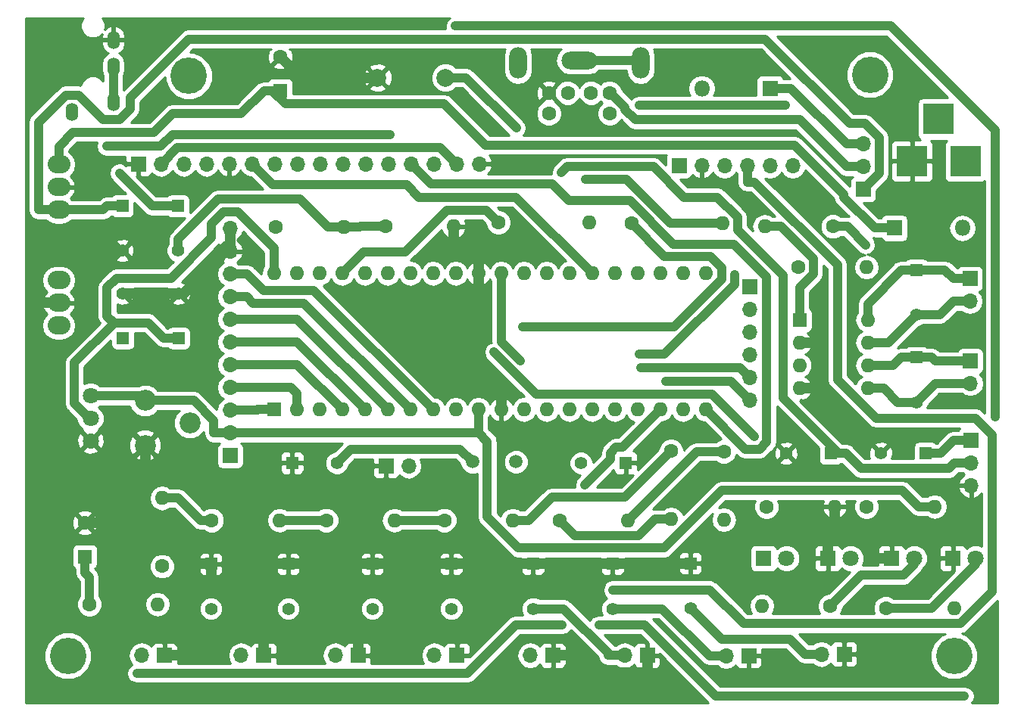
<source format=gbr>
G04 #@! TF.FileFunction,Copper,L1,Top,Signal*
%FSLAX46Y46*%
G04 Gerber Fmt 4.6, Leading zero omitted, Abs format (unit mm)*
G04 Created by KiCad (PCBNEW 4.0.5+dfsg1-4) date Sat Jul  7 08:12:10 2018*
%MOMM*%
%LPD*%
G01*
G04 APERTURE LIST*
%ADD10C,0.100000*%
%ADD11O,2.000000X3.500000*%
%ADD12C,1.600000*%
%ADD13O,4.000000X2.000000*%
%ADD14C,4.064000*%
%ADD15C,2.000000*%
%ADD16R,1.400000X1.400000*%
%ADD17C,1.400000*%
%ADD18R,1.800000X1.800000*%
%ADD19C,1.800000*%
%ADD20R,1.600000X1.600000*%
%ADD21O,1.600000X1.600000*%
%ADD22C,1.500000*%
%ADD23R,1.700000X1.700000*%
%ADD24O,1.700000X1.700000*%
%ADD25O,1.800000X1.800000*%
%ADD26O,2.540000X2.032000*%
%ADD27O,1.400000X2.000000*%
%ADD28C,2.340000*%
%ADD29R,3.500000X3.500000*%
%ADD30C,0.600000*%
%ADD31C,1.000000*%
%ADD32C,1.200000*%
%ADD33C,0.254000*%
G04 APERTURE END LIST*
D10*
D11*
X169440000Y-61666000D03*
X155740000Y-61666000D03*
D12*
X161290000Y-65016000D03*
X163890000Y-65016000D03*
X159190000Y-65016000D03*
X165990000Y-65016000D03*
X159190000Y-67316000D03*
X165990000Y-67316000D03*
D13*
X162590000Y-61366000D03*
D14*
X195072000Y-62992000D03*
X118936000Y-63119000D03*
X105410000Y-128016000D03*
D15*
X147627840Y-63309500D03*
X140028160Y-63309500D03*
D16*
X117792000Y-92456000D03*
D17*
X117792000Y-87456000D03*
D16*
X201295000Y-105346000D03*
D17*
X196295000Y-105346000D03*
D16*
X190690000Y-105346000D03*
D17*
X185690000Y-105346000D03*
D16*
X200279000Y-84836000D03*
D17*
X200279000Y-89836000D03*
D16*
X200279000Y-94615000D03*
D17*
X200279000Y-99615000D03*
D16*
X121412000Y-117729000D03*
D17*
X121412000Y-122729000D03*
D16*
X130048000Y-117729000D03*
D17*
X130048000Y-122729000D03*
D16*
X139446000Y-117729000D03*
D17*
X139446000Y-122729000D03*
D16*
X148272000Y-117729000D03*
D17*
X148272000Y-122729000D03*
D16*
X167767000Y-106426000D03*
D17*
X162767000Y-106426000D03*
D16*
X130492000Y-106426000D03*
D17*
X135492000Y-106426000D03*
D16*
X117729000Y-77660500D03*
D17*
X117729000Y-82660500D03*
D18*
X190373000Y-117094000D03*
D19*
X192913000Y-117094000D03*
D18*
X197485000Y-117094000D03*
D19*
X200025000Y-117094000D03*
D18*
X204343000Y-117094000D03*
D19*
X206883000Y-117094000D03*
D20*
X128460000Y-100457000D03*
D21*
X176720000Y-85217000D03*
X131000000Y-100457000D03*
X174180000Y-85217000D03*
X133540000Y-100457000D03*
X171640000Y-85217000D03*
X136080000Y-100457000D03*
X169100000Y-85217000D03*
X138620000Y-100457000D03*
X166560000Y-85217000D03*
X141160000Y-100457000D03*
X164020000Y-85217000D03*
X143700000Y-100457000D03*
X161480000Y-85217000D03*
X146240000Y-100457000D03*
X158940000Y-85217000D03*
X148780000Y-100457000D03*
X156400000Y-85217000D03*
X151320000Y-100457000D03*
X153860000Y-85217000D03*
X153860000Y-100457000D03*
X151320000Y-85217000D03*
X156400000Y-100457000D03*
X148780000Y-85217000D03*
X158940000Y-100457000D03*
X146240000Y-85217000D03*
X161480000Y-100457000D03*
X143700000Y-85217000D03*
X164020000Y-100457000D03*
X141160000Y-85217000D03*
X166560000Y-100457000D03*
X138620000Y-85217000D03*
X169100000Y-100457000D03*
X136080000Y-85217000D03*
X171640000Y-100457000D03*
X133540000Y-85217000D03*
X174180000Y-100457000D03*
X131000000Y-85217000D03*
X176720000Y-100457000D03*
X128460000Y-85217000D03*
D20*
X187198000Y-90424000D03*
D21*
X194818000Y-98044000D03*
X187198000Y-92964000D03*
X194818000Y-95504000D03*
X187198000Y-95504000D03*
X194818000Y-92964000D03*
X187198000Y-98044000D03*
X194818000Y-90424000D03*
D12*
X168402000Y-79629000D03*
D21*
X178562000Y-79629000D03*
D12*
X153543000Y-79502000D03*
D21*
X163703000Y-79502000D03*
D12*
X107823000Y-122238000D03*
D21*
X115443000Y-122238000D03*
D12*
X115951000Y-117983000D03*
D21*
X115951000Y-110363000D03*
D12*
X121476000Y-112840000D03*
D21*
X129096000Y-112840000D03*
D12*
X134302000Y-112840000D03*
D21*
X141922000Y-112840000D03*
D12*
X147510000Y-112840000D03*
D21*
X155130000Y-112840000D03*
D12*
X194691000Y-111316000D03*
D21*
X202311000Y-111316000D03*
D12*
X190627000Y-122428000D03*
D21*
X183007000Y-122428000D03*
D12*
X196850000Y-122682000D03*
D21*
X204470000Y-122682000D03*
D12*
X183515000Y-111316000D03*
D21*
X191135000Y-111316000D03*
D12*
X190944000Y-79946500D03*
D21*
X183324000Y-79946500D03*
D12*
X187071000Y-84518500D03*
D21*
X194691000Y-84518500D03*
D12*
X128651000Y-80010000D03*
D21*
X136271000Y-80010000D03*
D12*
X140906000Y-79946500D03*
D21*
X148526000Y-79946500D03*
D22*
X155512000Y-106299000D03*
X150632000Y-106299000D03*
D23*
X116205000Y-127952000D03*
D24*
X113665000Y-127952000D03*
D23*
X127318000Y-127952000D03*
D24*
X124778000Y-127952000D03*
D23*
X137858000Y-127952000D03*
D24*
X135318000Y-127952000D03*
D23*
X148908000Y-127952000D03*
D24*
X146368000Y-127952000D03*
D23*
X159639000Y-127952000D03*
D24*
X157099000Y-127952000D03*
D23*
X206248000Y-85788500D03*
D24*
X206248000Y-88328500D03*
D23*
X206312000Y-94996000D03*
D24*
X206312000Y-97536000D03*
D23*
X206375000Y-103886000D03*
D24*
X206375000Y-106426000D03*
X206375000Y-108966000D03*
D18*
X183896000Y-64516000D03*
D25*
X176276000Y-64516000D03*
D18*
X197802000Y-80137000D03*
D25*
X205422000Y-80137000D03*
D23*
X173736000Y-73152000D03*
D24*
X176276000Y-73152000D03*
X178816000Y-73152000D03*
X181356000Y-73152000D03*
X183896000Y-73152000D03*
X186436000Y-73152000D03*
D23*
X140970000Y-106744000D03*
D24*
X143510000Y-106744000D03*
D14*
X204470000Y-128016000D03*
D26*
X104394000Y-75565000D03*
X104394000Y-78105000D03*
X104394000Y-73025000D03*
D27*
X105904000Y-67180000D03*
X110504000Y-66080000D03*
X110504000Y-62080000D03*
X110504000Y-59080000D03*
D19*
X107950000Y-103933000D03*
X107950000Y-101433000D03*
X107950000Y-98933000D03*
D28*
X114046000Y-104441000D03*
X119046000Y-101941000D03*
X114046000Y-99441000D03*
D16*
X111506000Y-77660500D03*
D17*
X111506000Y-82660500D03*
D23*
X113284000Y-72961500D03*
D24*
X115824000Y-72961500D03*
X118364000Y-72961500D03*
X120904000Y-72961500D03*
X123444000Y-72961500D03*
X125984000Y-72961500D03*
X128524000Y-72961500D03*
X131064000Y-72961500D03*
X133604000Y-72961500D03*
X136144000Y-72961500D03*
X138684000Y-72961500D03*
X141224000Y-72961500D03*
X143764000Y-72961500D03*
X146304000Y-72961500D03*
X148844000Y-72961500D03*
X151384000Y-72961500D03*
D23*
X181674000Y-86741000D03*
D24*
X181674000Y-89281000D03*
X181674000Y-91821000D03*
X181674000Y-94361000D03*
X181674000Y-96901000D03*
X181674000Y-99441000D03*
D16*
X111570000Y-92456000D03*
D17*
X111570000Y-87456000D03*
D23*
X123571000Y-105600000D03*
D24*
X123571000Y-103060000D03*
X123571000Y-100520000D03*
X123571000Y-97980000D03*
X123571000Y-95440000D03*
X123571000Y-92900000D03*
X123571000Y-90360000D03*
X123571000Y-87820000D03*
X123571000Y-85280000D03*
X123571000Y-82740000D03*
X123571000Y-80200000D03*
D23*
X194310000Y-75819000D03*
D24*
X194310000Y-73279000D03*
X194310000Y-70739000D03*
D26*
X104394000Y-88519000D03*
X104394000Y-91059000D03*
X104394000Y-85979000D03*
D29*
X199771000Y-72644000D03*
X205771000Y-72644000D03*
X202771000Y-67944000D03*
D20*
X129159000Y-64770000D03*
D12*
X129159000Y-60970000D03*
D20*
X107315000Y-116904000D03*
D12*
X107315000Y-113104000D03*
D16*
X157416000Y-117729000D03*
D17*
X157416000Y-122729000D03*
D16*
X166306000Y-117729000D03*
D17*
X166306000Y-122729000D03*
D16*
X175006000Y-117666000D03*
D17*
X175006000Y-122666000D03*
D18*
X183198000Y-117094000D03*
D19*
X185738000Y-117094000D03*
D12*
X172847000Y-105092000D03*
D21*
X172847000Y-112712000D03*
D12*
X160401000Y-112840000D03*
D21*
X168021000Y-112840000D03*
D12*
X178752000Y-105156000D03*
D21*
X178752000Y-112776000D03*
D23*
X170180000Y-127952000D03*
D24*
X167640000Y-127952000D03*
D23*
X181546000Y-128016000D03*
D24*
X179006000Y-128016000D03*
D23*
X192214000Y-127826000D03*
D24*
X189674000Y-127826000D03*
D30*
X155559800Y-68939600D03*
X185631900Y-66418500D03*
X169271300Y-66418500D03*
X160569300Y-73911600D03*
X111181000Y-73964700D03*
X148729300Y-57533900D03*
X209065700Y-101258000D03*
X163197700Y-108850900D03*
X164787200Y-124541100D03*
X205633200Y-132532800D03*
X141445300Y-69700800D03*
X109758100Y-70995500D03*
X113147000Y-129970800D03*
X160696400Y-124548900D03*
X156286700Y-91147900D03*
X179923600Y-85340700D03*
X169258900Y-94229000D03*
X166320100Y-120639000D03*
X169453600Y-95763400D03*
X194590100Y-82003200D03*
X172240100Y-97316900D03*
X163306400Y-74668300D03*
X153032000Y-94021700D03*
X182140000Y-103445700D03*
X155976900Y-94957600D03*
D31*
X149929700Y-63309500D02*
X155559800Y-68939600D01*
X147627800Y-63309500D02*
X149929700Y-63309500D01*
D32*
X149995900Y-83316700D02*
X148526000Y-81846800D01*
X151320000Y-83316700D02*
X149995900Y-83316700D01*
X148526000Y-79946500D02*
X148526000Y-81846800D01*
X151320000Y-85217000D02*
X151320000Y-83316700D01*
X167206200Y-117729000D02*
X168106300Y-117729000D01*
X167206200Y-117729000D02*
X166306000Y-117729000D01*
X175006000Y-117666000D02*
X173205700Y-117666000D01*
X157416000Y-117729000D02*
X155615700Y-117729000D01*
X157416000Y-117729000D02*
X159216300Y-117729000D01*
X139446000Y-117729000D02*
X141246300Y-117729000D01*
X148272000Y-117729000D02*
X146471700Y-117729000D01*
X164505700Y-117729000D02*
X159216300Y-117729000D01*
X166306000Y-117729000D02*
X164505700Y-117729000D01*
X173142700Y-117729000D02*
X173205700Y-117666000D01*
X168106300Y-117729000D02*
X173142700Y-117729000D01*
X189098300Y-92964000D02*
X189098300Y-98044000D01*
X187198000Y-92964000D02*
X189098300Y-92964000D01*
X187198000Y-98044000D02*
X189098300Y-98044000D01*
X197485000Y-117094000D02*
X195484700Y-117094000D01*
X191135000Y-111316000D02*
X191135000Y-113216300D01*
X123185600Y-82150300D02*
X123571000Y-82150300D01*
X122595900Y-82740000D02*
X123185600Y-82150300D01*
X123571000Y-80200000D02*
X123571000Y-82150300D01*
X190373000Y-113978300D02*
X191135000Y-113216300D01*
X190373000Y-117094000D02*
X190373000Y-113978300D01*
X131498500Y-63309500D02*
X140028200Y-63309500D01*
X129159000Y-60970000D02*
X131498500Y-63309500D01*
X155615700Y-117729000D02*
X148272000Y-117729000D01*
X104385700Y-82660500D02*
X111506000Y-82660500D01*
X102023700Y-85022500D02*
X104385700Y-82660500D01*
X102023700Y-88519000D02*
X102023700Y-85022500D01*
X104394000Y-88519000D02*
X102023700Y-88519000D01*
X111570000Y-87456000D02*
X117792000Y-87456000D01*
X118379100Y-87456000D02*
X123095100Y-82740000D01*
X117792000Y-87456000D02*
X118379100Y-87456000D01*
X123571000Y-82740000D02*
X123095100Y-82740000D01*
X123095100Y-82740000D02*
X122595900Y-82740000D01*
X130048000Y-117729000D02*
X131848300Y-117729000D01*
X141246300Y-117729000D02*
X146471700Y-117729000D01*
X116205000Y-127952000D02*
X118155300Y-127952000D01*
X195484700Y-116826200D02*
X195484700Y-117094000D01*
X191874800Y-113216300D02*
X195484700Y-116826200D01*
X191135000Y-113216300D02*
X191874800Y-113216300D01*
X121412000Y-117729000D02*
X121412000Y-119529300D01*
X139446000Y-117729000D02*
X137645700Y-117729000D01*
X153860000Y-100457000D02*
X153860000Y-98556700D01*
X151320000Y-85217000D02*
X151320000Y-87117300D01*
X127318000Y-127952000D02*
X127318000Y-126001700D01*
X119092500Y-127952000D02*
X123236000Y-123808500D01*
X118155300Y-127952000D02*
X119092500Y-127952000D01*
X125124800Y-123808500D02*
X127318000Y-126001700D01*
X123236000Y-123808500D02*
X125124800Y-123808500D01*
X123236000Y-123808500D02*
X123236000Y-121353300D01*
X123236000Y-121353300D02*
X121412000Y-119529300D01*
X126860300Y-117729000D02*
X130048000Y-117729000D01*
X123236000Y-121353300D02*
X126860300Y-117729000D01*
X137645700Y-117729000D02*
X131848300Y-117729000D01*
X137645700Y-125789400D02*
X137858000Y-126001700D01*
X137645700Y-117729000D02*
X137645700Y-125789400D01*
X137858000Y-127952000D02*
X137858000Y-126001700D01*
X107315000Y-113104000D02*
X114046000Y-113104000D01*
X114046000Y-113104000D02*
X114046000Y-104441000D01*
X114986700Y-113104000D02*
X119611700Y-117729000D01*
X114046000Y-113104000D02*
X114986700Y-113104000D01*
X121412000Y-117729000D02*
X119611700Y-117729000D01*
X163539600Y-129902300D02*
X161589300Y-127952000D01*
X170180000Y-129902300D02*
X163539600Y-129902300D01*
X170180000Y-127952000D02*
X170180000Y-129902300D01*
X159639000Y-127952000D02*
X161589300Y-127952000D01*
X151320000Y-96016700D02*
X153860000Y-98556700D01*
X151320000Y-87117300D02*
X151320000Y-96016700D01*
D31*
X117792000Y-92456000D02*
X116092000Y-92456000D01*
X128460000Y-85217000D02*
X128460000Y-83417000D01*
X114392000Y-90756000D02*
X116092000Y-92456000D01*
X110584300Y-90756000D02*
X114392000Y-90756000D01*
X128460000Y-82402600D02*
X128460000Y-83417000D01*
X124402500Y-78345100D02*
X128460000Y-82402600D01*
X122802400Y-78345100D02*
X124402500Y-78345100D01*
X121494700Y-79652800D02*
X122802400Y-78345100D01*
X121494700Y-81188200D02*
X121494700Y-79652800D01*
X116927300Y-85755600D02*
X121494700Y-81188200D01*
X110863400Y-85755600D02*
X116927300Y-85755600D01*
X109811600Y-86807400D02*
X110863400Y-85755600D01*
X109811600Y-89983300D02*
X109811600Y-86807400D01*
X110584300Y-90756000D02*
X109811600Y-89983300D01*
X106131200Y-95209100D02*
X110584300Y-90756000D01*
X106131200Y-99733700D02*
X106131200Y-95209100D01*
X107830500Y-101433000D02*
X106131200Y-99733700D01*
X107950000Y-101433000D02*
X107830500Y-101433000D01*
X201295000Y-105346000D02*
X202995000Y-105346000D01*
X204455000Y-103886000D02*
X206375000Y-103886000D01*
X202995000Y-105346000D02*
X204455000Y-103886000D01*
X185631900Y-66418500D02*
X169271300Y-66418500D01*
X194090300Y-107046300D02*
X192390000Y-105346000D01*
X203904700Y-107046300D02*
X194090300Y-107046300D01*
X204525000Y-106426000D02*
X203904700Y-107046300D01*
X206375000Y-106426000D02*
X204525000Y-106426000D01*
X190690000Y-105346000D02*
X191540000Y-105346000D01*
X191540000Y-105346000D02*
X192390000Y-105346000D01*
X161213000Y-73267900D02*
X160569300Y-73911600D01*
X170862700Y-73267900D02*
X161213000Y-73267900D01*
X174267200Y-76672400D02*
X170862700Y-73267900D01*
X178021100Y-76672400D02*
X174267200Y-76672400D01*
X180276200Y-78927500D02*
X178021100Y-76672400D01*
X180276200Y-80332300D02*
X180276200Y-78927500D01*
X185370600Y-85426700D02*
X180276200Y-80332300D01*
X185370600Y-99176600D02*
X185370600Y-85426700D01*
X191540000Y-105346000D02*
X185370600Y-99176600D01*
X194818000Y-90424000D02*
X194818000Y-88624000D01*
X200279000Y-84836000D02*
X198579000Y-84836000D01*
X198579000Y-84863000D02*
X198579000Y-84836000D01*
X194818000Y-88624000D02*
X198579000Y-84863000D01*
X203445500Y-84836000D02*
X200279000Y-84836000D01*
X204398000Y-85788500D02*
X203445500Y-84836000D01*
X206248000Y-85788500D02*
X204398000Y-85788500D01*
X202358000Y-97536000D02*
X200279000Y-99615000D01*
X206312000Y-97536000D02*
X202358000Y-97536000D01*
X198189000Y-99615000D02*
X200279000Y-99615000D01*
X196618000Y-98044000D02*
X198189000Y-99615000D01*
X194818000Y-98044000D02*
X196618000Y-98044000D01*
X206248000Y-88328500D02*
X204398000Y-88328500D01*
X197151000Y-92964000D02*
X200279000Y-89836000D01*
X194818000Y-92964000D02*
X197151000Y-92964000D01*
X202890500Y-89836000D02*
X204398000Y-88328500D01*
X200279000Y-89836000D02*
X202890500Y-89836000D01*
X197690000Y-95504000D02*
X198579000Y-94615000D01*
X194818000Y-95504000D02*
X197690000Y-95504000D01*
X200279000Y-94615000D02*
X198579000Y-94615000D01*
X202360000Y-94996000D02*
X201979000Y-94615000D01*
X206312000Y-94996000D02*
X202360000Y-94996000D01*
X200279000Y-94615000D02*
X201979000Y-94615000D01*
X115951000Y-110363000D02*
X117751000Y-110363000D01*
X120228000Y-112840000D02*
X121476000Y-112840000D01*
X117751000Y-110363000D02*
X120228000Y-112840000D01*
X134302000Y-112840000D02*
X129096000Y-112840000D01*
X141922000Y-112840000D02*
X147510000Y-112840000D01*
X155130000Y-112840000D02*
X156930000Y-112840000D01*
X167687800Y-110251200D02*
X172847000Y-105092000D01*
X159518800Y-110251200D02*
X167687800Y-110251200D01*
X156930000Y-112840000D02*
X159518800Y-110251200D01*
X137024400Y-104893600D02*
X135492000Y-106426000D01*
X149226600Y-104893600D02*
X137024400Y-104893600D01*
X150632000Y-106299000D02*
X149226600Y-104893600D01*
X110504000Y-66080000D02*
X110504000Y-62080000D01*
X117729000Y-77660500D02*
X116029000Y-77660500D01*
X114825400Y-77660500D02*
X116029000Y-77660500D01*
X111181000Y-74016100D02*
X114825400Y-77660500D01*
X111181000Y-73964700D02*
X111181000Y-74016100D01*
X131352000Y-76891000D02*
X134471000Y-80010000D01*
X122210400Y-76891000D02*
X131352000Y-76891000D01*
X117729000Y-81372400D02*
X122210400Y-76891000D01*
X117729000Y-82660500D02*
X117729000Y-81372400D01*
X136271000Y-80010000D02*
X134471000Y-80010000D01*
X138134500Y-79946500D02*
X138071000Y-80010000D01*
X140906000Y-79946500D02*
X138134500Y-79946500D01*
X136271000Y-80010000D02*
X138071000Y-80010000D01*
X155507800Y-76704800D02*
X164020000Y-85217000D01*
X144673600Y-76704800D02*
X155507800Y-76704800D01*
X143273400Y-75304600D02*
X144673600Y-76704800D01*
X128327100Y-75304600D02*
X143273400Y-75304600D01*
X125984000Y-72961500D02*
X128327100Y-75304600D01*
X177876800Y-132532800D02*
X205633200Y-132532800D01*
X169885100Y-124541100D02*
X177876800Y-132532800D01*
X164787200Y-124541100D02*
X169885100Y-124541100D01*
X167423400Y-104673600D02*
X171640000Y-100457000D01*
X166697100Y-104673600D02*
X167423400Y-104673600D01*
X166066600Y-105304100D02*
X166697100Y-104673600D01*
X166066600Y-105982000D02*
X166066600Y-105304100D01*
X163197700Y-108850900D02*
X166066600Y-105982000D01*
X197381500Y-57533900D02*
X148729300Y-57533900D01*
X209065700Y-69218100D02*
X197381500Y-57533900D01*
X209065700Y-101258000D02*
X209065700Y-69218100D01*
X150065100Y-129970800D02*
X113147000Y-129970800D01*
X155487000Y-124548900D02*
X150065100Y-129970800D01*
X160696400Y-124548900D02*
X155487000Y-124548900D01*
X117104200Y-69700800D02*
X141445300Y-69700800D01*
X115809500Y-70995500D02*
X117104200Y-69700800D01*
X109758100Y-70995500D02*
X115809500Y-70995500D01*
X181132200Y-104869200D02*
X176720000Y-100457000D01*
X182736900Y-104869200D02*
X181132200Y-104869200D01*
X183542100Y-104064000D02*
X182736900Y-104869200D01*
X183542100Y-85578700D02*
X183542100Y-104064000D01*
X179886100Y-81922700D02*
X183542100Y-85578700D01*
X173114800Y-81922700D02*
X179886100Y-81922700D01*
X168263400Y-77071300D02*
X173114800Y-81922700D01*
X161445700Y-77071300D02*
X168263400Y-77071300D01*
X159567300Y-75192900D02*
X161445700Y-77071300D01*
X145995400Y-75192900D02*
X159567300Y-75192900D01*
X143764000Y-72961500D02*
X145995400Y-75192900D01*
X126597000Y-100520000D02*
X126660000Y-100457000D01*
X123571000Y-100520000D02*
X126597000Y-100520000D01*
X128460000Y-100457000D02*
X126660000Y-100457000D01*
X130323000Y-97980000D02*
X131000000Y-98657000D01*
X123571000Y-97980000D02*
X130323000Y-97980000D01*
X131000000Y-100457000D02*
X131000000Y-98657000D01*
X173225700Y-91147900D02*
X156286700Y-91147900D01*
X178483200Y-85890400D02*
X173225700Y-91147900D01*
X178483200Y-84560100D02*
X178483200Y-85890400D01*
X177246200Y-83323100D02*
X178483200Y-84560100D01*
X172096100Y-83323100D02*
X177246200Y-83323100D01*
X168402000Y-79629000D02*
X172096100Y-83323100D01*
X172125800Y-94229000D02*
X169258900Y-94229000D01*
X179923600Y-86431200D02*
X172125800Y-94229000D01*
X179923600Y-85340700D02*
X179923600Y-86431200D01*
X181356000Y-73152000D02*
X181356000Y-75002000D01*
X177188900Y-120639000D02*
X166320100Y-120639000D01*
X180953700Y-124403800D02*
X177188900Y-120639000D01*
X205154600Y-124403800D02*
X180953700Y-124403800D01*
X208724700Y-120833700D02*
X205154600Y-124403800D01*
X208724700Y-103257200D02*
X208724700Y-120833700D01*
X206865500Y-101398000D02*
X208724700Y-103257200D01*
X195754800Y-101398000D02*
X206865500Y-101398000D01*
X191438100Y-97081300D02*
X195754800Y-101398000D01*
X191438100Y-84238600D02*
X191438100Y-97081300D01*
X182201500Y-75002000D02*
X191438100Y-84238600D01*
X181356000Y-75002000D02*
X182201500Y-75002000D01*
X180536400Y-95763400D02*
X169453600Y-95763400D01*
X181674000Y-96901000D02*
X180536400Y-95763400D01*
X192533400Y-79946500D02*
X190944000Y-79946500D01*
X194590100Y-82003200D02*
X192533400Y-79946500D01*
X179549900Y-97316900D02*
X172240100Y-97316900D01*
X181674000Y-99441000D02*
X179549900Y-97316900D01*
X138507500Y-82789500D02*
X136080000Y-85217000D01*
X143130200Y-82789500D02*
X138507500Y-82789500D01*
X147775700Y-78144000D02*
X143130200Y-82789500D01*
X152185000Y-78144000D02*
X147775700Y-78144000D01*
X153543000Y-79502000D02*
X152185000Y-78144000D01*
X187198000Y-90424000D02*
X187198000Y-88624000D01*
X188771300Y-83593800D02*
X185124000Y-79946500D01*
X188771300Y-85222800D02*
X188771300Y-83593800D01*
X187198100Y-86796000D02*
X188771300Y-85222800D01*
X187198000Y-86796000D02*
X187198100Y-86796000D01*
X187198000Y-88624000D02*
X187198000Y-86796000D01*
X183324000Y-79946500D02*
X185124000Y-79946500D01*
X178562000Y-79629000D02*
X176762000Y-79629000D01*
X172801400Y-79629000D02*
X176762000Y-79629000D01*
X167840700Y-74668300D02*
X172801400Y-79629000D01*
X163306400Y-74668300D02*
X167840700Y-74668300D01*
X104203500Y-78105000D02*
X102124000Y-78105000D01*
X104203500Y-78105000D02*
X104394000Y-78105000D01*
X109361500Y-78105000D02*
X109806000Y-77660500D01*
X106664000Y-78105000D02*
X109361500Y-78105000D01*
X104394000Y-78105000D02*
X106664000Y-78105000D01*
X111506000Y-77660500D02*
X109806000Y-77660500D01*
X102118000Y-78099000D02*
X102124000Y-78105000D01*
X102118000Y-68323400D02*
X102118000Y-78099000D01*
X105201400Y-65240000D02*
X102118000Y-68323400D01*
X106614000Y-65240000D02*
X105201400Y-65240000D01*
X109354300Y-67980300D02*
X106614000Y-65240000D01*
X111218500Y-67980300D02*
X109354300Y-67980300D01*
X112357200Y-66841600D02*
X111218500Y-67980300D01*
X112357200Y-65551000D02*
X112357200Y-66841600D01*
X118933300Y-58974900D02*
X112357200Y-65551000D01*
X183372500Y-58974900D02*
X118933300Y-58974900D01*
X192822000Y-68424400D02*
X183372500Y-58974900D01*
X194310000Y-75819000D02*
X196120200Y-74008800D01*
X194542500Y-68424400D02*
X192822000Y-68424400D01*
X196120200Y-70002100D02*
X194542500Y-68424400D01*
X196120200Y-74008800D02*
X196120200Y-70002100D01*
X104394000Y-73025000D02*
X104394000Y-71009000D01*
X105968500Y-69434500D02*
X104394000Y-71009000D01*
X115003800Y-69434500D02*
X105968500Y-69434500D01*
X117104300Y-67334000D02*
X115003800Y-69434500D01*
X124795000Y-67334000D02*
X117104300Y-67334000D01*
X127359000Y-64770000D02*
X124795000Y-67334000D01*
X129159000Y-64770000D02*
X128259000Y-64770000D01*
X128259000Y-64770000D02*
X127359000Y-64770000D01*
X195603500Y-80137000D02*
X197802000Y-80137000D01*
X192136800Y-76670300D02*
X195603500Y-80137000D01*
X192136800Y-76370400D02*
X192136800Y-76670300D01*
X186630500Y-70864100D02*
X192136800Y-76370400D01*
X152125400Y-70864100D02*
X186630500Y-70864100D01*
X147482200Y-66220900D02*
X152125400Y-70864100D01*
X129709900Y-66220900D02*
X147482200Y-66220900D01*
X128259000Y-64770000D02*
X129709900Y-66220900D01*
X169140000Y-61366000D02*
X169440000Y-61666000D01*
X162590000Y-61366000D02*
X169140000Y-61366000D01*
X200025000Y-117800100D02*
X200025000Y-117094000D01*
X198830700Y-118994400D02*
X200025000Y-117800100D01*
X194060600Y-118994400D02*
X198830700Y-118994400D01*
X190627000Y-122428000D02*
X194060600Y-118994400D01*
X202011500Y-122682000D02*
X196850000Y-122682000D01*
X206883000Y-117810500D02*
X202011500Y-122682000D01*
X206883000Y-117094000D02*
X206883000Y-117810500D01*
X157760000Y-98749700D02*
X153032000Y-94021700D01*
X177444000Y-98749700D02*
X157760000Y-98749700D01*
X182140000Y-103445700D02*
X177444000Y-98749700D01*
X123571000Y-95440000D02*
X125421000Y-95440000D01*
X131063000Y-95440000D02*
X136080000Y-100457000D01*
X125421000Y-95440000D02*
X131063000Y-95440000D01*
X123571000Y-92900000D02*
X125421000Y-92900000D01*
X131063000Y-92900000D02*
X138620000Y-100457000D01*
X125421000Y-92900000D02*
X131063000Y-92900000D01*
X131063000Y-90360000D02*
X141160000Y-100457000D01*
X123571000Y-90360000D02*
X131063000Y-90360000D01*
X123571000Y-87820000D02*
X125421000Y-87820000D01*
X131773400Y-88530400D02*
X143700000Y-100457000D01*
X126131400Y-88530400D02*
X131773400Y-88530400D01*
X125421000Y-87820000D02*
X126131400Y-88530400D01*
X127271000Y-87130000D02*
X125421000Y-85280000D01*
X132913000Y-87130000D02*
X127271000Y-87130000D01*
X146240000Y-100457000D02*
X132913000Y-87130000D01*
X123571000Y-85280000D02*
X125421000Y-85280000D01*
X194310000Y-73279000D02*
X192460000Y-73279000D01*
X192460000Y-73279000D02*
X187204700Y-68023700D01*
X166108700Y-65016000D02*
X165990000Y-65016000D01*
X167703800Y-66611100D02*
X166108700Y-65016000D01*
X167703800Y-66876100D02*
X167703800Y-66611100D01*
X168851400Y-68023700D02*
X167703800Y-66876100D01*
X187204700Y-68023700D02*
X168851400Y-68023700D01*
X107823000Y-119212000D02*
X107823000Y-122238000D01*
X107315000Y-118704000D02*
X107823000Y-119212000D01*
X107315000Y-116904000D02*
X107315000Y-118704000D01*
X202311000Y-111316000D02*
X200511000Y-111316000D01*
X152284900Y-104024900D02*
X151320000Y-103060000D01*
X152284900Y-112463900D02*
X152284900Y-104024900D01*
X155763500Y-115942500D02*
X152284900Y-112463900D01*
X172058900Y-115942500D02*
X155763500Y-115942500D01*
X178488300Y-109513100D02*
X172058900Y-115942500D01*
X198708100Y-109513100D02*
X178488300Y-109513100D01*
X200511000Y-111316000D02*
X198708100Y-109513100D01*
X151320000Y-103060000D02*
X151320000Y-100457000D01*
X151320000Y-103060000D02*
X123571000Y-103060000D01*
X119489500Y-99441000D02*
X114046000Y-99441000D01*
X121721000Y-101672500D02*
X119489500Y-99441000D01*
X121721000Y-103060000D02*
X121721000Y-101672500D01*
X123571000Y-103060000D02*
X121721000Y-103060000D01*
X117684300Y-71101200D02*
X115824000Y-72961500D01*
X146983700Y-71101200D02*
X117684300Y-71101200D01*
X148844000Y-72961500D02*
X146983700Y-71101200D01*
X113538000Y-98933000D02*
X114046000Y-99441000D01*
X107950000Y-98933000D02*
X113538000Y-98933000D01*
X153860000Y-92840700D02*
X153860000Y-85217000D01*
X155976900Y-94957600D02*
X153860000Y-92840700D01*
X194310000Y-70739000D02*
X192460000Y-70739000D01*
X183896000Y-64516000D02*
X185796000Y-64516000D01*
X186237000Y-64516000D02*
X185796000Y-64516000D01*
X192460000Y-70739000D02*
X186237000Y-64516000D01*
X167640000Y-127952000D02*
X165790000Y-127952000D01*
X169217800Y-114541200D02*
X171047000Y-112712000D01*
X162102200Y-114541200D02*
X169217800Y-114541200D01*
X160401000Y-112840000D02*
X162102200Y-114541200D01*
X172847000Y-112712000D02*
X171047000Y-112712000D01*
X160856900Y-122729000D02*
X157416000Y-122729000D01*
X165790000Y-127662100D02*
X160856900Y-122729000D01*
X165790000Y-127952000D02*
X165790000Y-127662100D01*
X179006000Y-128016000D02*
X177156000Y-128016000D01*
X171869000Y-122729000D02*
X166306000Y-122729000D01*
X177156000Y-128016000D02*
X171869000Y-122729000D01*
X175705000Y-105156000D02*
X168021000Y-112840000D01*
X178752000Y-105156000D02*
X175705000Y-105156000D01*
X189674000Y-127826000D02*
X187824000Y-127826000D01*
X186137900Y-126139900D02*
X187824000Y-127826000D01*
X178479900Y-126139900D02*
X186137900Y-126139900D01*
X175006000Y-122666000D02*
X178479900Y-126139900D01*
D33*
G36*
X209315000Y-133251000D02*
X206492138Y-133251000D01*
X206681803Y-132967146D01*
X206768200Y-132532800D01*
X206681803Y-132098454D01*
X206435766Y-131730234D01*
X206067546Y-131484197D01*
X205633200Y-131397800D01*
X178346933Y-131397800D01*
X170813132Y-123864000D01*
X171398868Y-123864000D01*
X176353434Y-128818566D01*
X176721654Y-129064603D01*
X177156000Y-129151000D01*
X178039536Y-129151000D01*
X178437715Y-129417054D01*
X179006000Y-129530093D01*
X179574285Y-129417054D01*
X180056054Y-129095147D01*
X180085403Y-129051223D01*
X180157673Y-129225698D01*
X180336301Y-129404327D01*
X180569690Y-129501000D01*
X181260250Y-129501000D01*
X181419000Y-129342250D01*
X181419000Y-128143000D01*
X181673000Y-128143000D01*
X181673000Y-129342250D01*
X181831750Y-129501000D01*
X182522310Y-129501000D01*
X182755699Y-129404327D01*
X182934327Y-129225698D01*
X183031000Y-128992309D01*
X183031000Y-128301750D01*
X182872250Y-128143000D01*
X181673000Y-128143000D01*
X181419000Y-128143000D01*
X181399000Y-128143000D01*
X181399000Y-127889000D01*
X181419000Y-127889000D01*
X181419000Y-127869000D01*
X181673000Y-127869000D01*
X181673000Y-127889000D01*
X182872250Y-127889000D01*
X183031000Y-127730250D01*
X183031000Y-127274900D01*
X185667768Y-127274900D01*
X187021433Y-128628566D01*
X187281458Y-128802309D01*
X187389654Y-128874603D01*
X187824000Y-128961000D01*
X188707536Y-128961000D01*
X189105715Y-129227054D01*
X189674000Y-129340093D01*
X190242285Y-129227054D01*
X190724054Y-128905147D01*
X190753403Y-128861223D01*
X190825673Y-129035698D01*
X191004301Y-129214327D01*
X191237690Y-129311000D01*
X191928250Y-129311000D01*
X192087000Y-129152250D01*
X192087000Y-127953000D01*
X192341000Y-127953000D01*
X192341000Y-129152250D01*
X192499750Y-129311000D01*
X193190310Y-129311000D01*
X193423699Y-129214327D01*
X193602327Y-129035698D01*
X193699000Y-128802309D01*
X193699000Y-128111750D01*
X193540250Y-127953000D01*
X192341000Y-127953000D01*
X192087000Y-127953000D01*
X192067000Y-127953000D01*
X192067000Y-127699000D01*
X192087000Y-127699000D01*
X192087000Y-126499750D01*
X192341000Y-126499750D01*
X192341000Y-127699000D01*
X193540250Y-127699000D01*
X193699000Y-127540250D01*
X193699000Y-126849691D01*
X193602327Y-126616302D01*
X193423699Y-126437673D01*
X193190310Y-126341000D01*
X192499750Y-126341000D01*
X192341000Y-126499750D01*
X192087000Y-126499750D01*
X191928250Y-126341000D01*
X191237690Y-126341000D01*
X191004301Y-126437673D01*
X190825673Y-126616302D01*
X190753403Y-126790777D01*
X190724054Y-126746853D01*
X190242285Y-126424946D01*
X189674000Y-126311907D01*
X189105715Y-126424946D01*
X188707536Y-126691000D01*
X188294133Y-126691000D01*
X187141932Y-125538800D01*
X203481359Y-125538800D01*
X202961239Y-125753709D01*
X202210345Y-126503293D01*
X201803464Y-127483173D01*
X201802538Y-128544172D01*
X202207709Y-129524761D01*
X202957293Y-130275655D01*
X203937173Y-130682536D01*
X204998172Y-130683462D01*
X205978761Y-130278291D01*
X206729655Y-129528707D01*
X207136536Y-128548827D01*
X207137462Y-127487828D01*
X206732291Y-126507239D01*
X205982707Y-125756345D01*
X205360274Y-125497889D01*
X205588946Y-125452403D01*
X205957166Y-125206366D01*
X209315000Y-121848532D01*
X209315000Y-133251000D01*
X209315000Y-133251000D01*
G37*
X209315000Y-133251000D02*
X206492138Y-133251000D01*
X206681803Y-132967146D01*
X206768200Y-132532800D01*
X206681803Y-132098454D01*
X206435766Y-131730234D01*
X206067546Y-131484197D01*
X205633200Y-131397800D01*
X178346933Y-131397800D01*
X170813132Y-123864000D01*
X171398868Y-123864000D01*
X176353434Y-128818566D01*
X176721654Y-129064603D01*
X177156000Y-129151000D01*
X178039536Y-129151000D01*
X178437715Y-129417054D01*
X179006000Y-129530093D01*
X179574285Y-129417054D01*
X180056054Y-129095147D01*
X180085403Y-129051223D01*
X180157673Y-129225698D01*
X180336301Y-129404327D01*
X180569690Y-129501000D01*
X181260250Y-129501000D01*
X181419000Y-129342250D01*
X181419000Y-128143000D01*
X181673000Y-128143000D01*
X181673000Y-129342250D01*
X181831750Y-129501000D01*
X182522310Y-129501000D01*
X182755699Y-129404327D01*
X182934327Y-129225698D01*
X183031000Y-128992309D01*
X183031000Y-128301750D01*
X182872250Y-128143000D01*
X181673000Y-128143000D01*
X181419000Y-128143000D01*
X181399000Y-128143000D01*
X181399000Y-127889000D01*
X181419000Y-127889000D01*
X181419000Y-127869000D01*
X181673000Y-127869000D01*
X181673000Y-127889000D01*
X182872250Y-127889000D01*
X183031000Y-127730250D01*
X183031000Y-127274900D01*
X185667768Y-127274900D01*
X187021433Y-128628566D01*
X187281458Y-128802309D01*
X187389654Y-128874603D01*
X187824000Y-128961000D01*
X188707536Y-128961000D01*
X189105715Y-129227054D01*
X189674000Y-129340093D01*
X190242285Y-129227054D01*
X190724054Y-128905147D01*
X190753403Y-128861223D01*
X190825673Y-129035698D01*
X191004301Y-129214327D01*
X191237690Y-129311000D01*
X191928250Y-129311000D01*
X192087000Y-129152250D01*
X192087000Y-127953000D01*
X192341000Y-127953000D01*
X192341000Y-129152250D01*
X192499750Y-129311000D01*
X193190310Y-129311000D01*
X193423699Y-129214327D01*
X193602327Y-129035698D01*
X193699000Y-128802309D01*
X193699000Y-128111750D01*
X193540250Y-127953000D01*
X192341000Y-127953000D01*
X192087000Y-127953000D01*
X192067000Y-127953000D01*
X192067000Y-127699000D01*
X192087000Y-127699000D01*
X192087000Y-126499750D01*
X192341000Y-126499750D01*
X192341000Y-127699000D01*
X193540250Y-127699000D01*
X193699000Y-127540250D01*
X193699000Y-126849691D01*
X193602327Y-126616302D01*
X193423699Y-126437673D01*
X193190310Y-126341000D01*
X192499750Y-126341000D01*
X192341000Y-126499750D01*
X192087000Y-126499750D01*
X191928250Y-126341000D01*
X191237690Y-126341000D01*
X191004301Y-126437673D01*
X190825673Y-126616302D01*
X190753403Y-126790777D01*
X190724054Y-126746853D01*
X190242285Y-126424946D01*
X189674000Y-126311907D01*
X189105715Y-126424946D01*
X188707536Y-126691000D01*
X188294133Y-126691000D01*
X187141932Y-125538800D01*
X203481359Y-125538800D01*
X202961239Y-125753709D01*
X202210345Y-126503293D01*
X201803464Y-127483173D01*
X201802538Y-128544172D01*
X202207709Y-129524761D01*
X202957293Y-130275655D01*
X203937173Y-130682536D01*
X204998172Y-130683462D01*
X205978761Y-130278291D01*
X206729655Y-129528707D01*
X207136536Y-128548827D01*
X207137462Y-127487828D01*
X206732291Y-126507239D01*
X205982707Y-125756345D01*
X205360274Y-125497889D01*
X205588946Y-125452403D01*
X205957166Y-125206366D01*
X209315000Y-121848532D01*
X209315000Y-133251000D01*
G36*
X107030539Y-56694436D02*
X106819241Y-57203298D01*
X106818760Y-57754285D01*
X107029169Y-58263515D01*
X107418436Y-58653461D01*
X107927298Y-58864759D01*
X108478285Y-58865240D01*
X108987515Y-58654831D01*
X109245698Y-58397098D01*
X109169000Y-58653000D01*
X109169000Y-58953000D01*
X110377000Y-58953000D01*
X110377000Y-57610626D01*
X110631000Y-57610626D01*
X110631000Y-58953000D01*
X111839000Y-58953000D01*
X111839000Y-58653000D01*
X111688778Y-58151785D01*
X111358185Y-57746210D01*
X110897550Y-57498020D01*
X110837329Y-57487284D01*
X110631000Y-57610626D01*
X110377000Y-57610626D01*
X110170671Y-57487284D01*
X110110450Y-57498020D01*
X109649815Y-57746210D01*
X109534240Y-57887999D01*
X109588759Y-57756702D01*
X109589240Y-57205715D01*
X109378831Y-56696485D01*
X109303477Y-56621000D01*
X148091860Y-56621000D01*
X147926734Y-56731334D01*
X147680697Y-57099554D01*
X147594300Y-57533900D01*
X147655167Y-57839900D01*
X118933300Y-57839900D01*
X118498954Y-57926297D01*
X118161488Y-58151785D01*
X118130734Y-58172334D01*
X111639000Y-64664068D01*
X111639000Y-63070149D01*
X111737379Y-62922914D01*
X111839000Y-62412032D01*
X111839000Y-61747968D01*
X111737379Y-61237086D01*
X111447988Y-60803980D01*
X111084620Y-60561187D01*
X111358185Y-60413790D01*
X111688778Y-60008215D01*
X111839000Y-59507000D01*
X111839000Y-59207000D01*
X110631000Y-59207000D01*
X110631000Y-59227000D01*
X110377000Y-59227000D01*
X110377000Y-59207000D01*
X109169000Y-59207000D01*
X109169000Y-59507000D01*
X109319222Y-60008215D01*
X109649815Y-60413790D01*
X109923380Y-60561187D01*
X109560012Y-60803980D01*
X109270621Y-61237086D01*
X109169000Y-61747968D01*
X109169000Y-62412032D01*
X109270621Y-62922914D01*
X109369000Y-63070149D01*
X109369000Y-63686637D01*
X108989564Y-63306539D01*
X108480702Y-63095241D01*
X107929715Y-63094760D01*
X107420485Y-63305169D01*
X107030539Y-63694436D01*
X106841285Y-64150210D01*
X106614000Y-64105000D01*
X105201400Y-64105000D01*
X104767054Y-64191397D01*
X104551157Y-64335655D01*
X104398834Y-64437434D01*
X101315434Y-67520834D01*
X101069397Y-67889054D01*
X100983000Y-68323400D01*
X100983000Y-78099000D01*
X101069397Y-78533346D01*
X101264000Y-78824590D01*
X101315434Y-78901566D01*
X101321434Y-78907566D01*
X101689654Y-79153603D01*
X102124000Y-79240000D01*
X102913575Y-79240000D01*
X102935246Y-79272433D01*
X103470869Y-79630325D01*
X104102679Y-79756000D01*
X104685321Y-79756000D01*
X105317131Y-79630325D01*
X105852754Y-79272433D01*
X105874425Y-79240000D01*
X109361500Y-79240000D01*
X109795846Y-79153603D01*
X110164066Y-78907566D01*
X110276132Y-78795500D01*
X110331331Y-78795500D01*
X110341910Y-78811941D01*
X110554110Y-78956931D01*
X110806000Y-79007940D01*
X112206000Y-79007940D01*
X112441317Y-78963662D01*
X112657441Y-78824590D01*
X112802431Y-78612390D01*
X112853440Y-78360500D01*
X112853440Y-77293672D01*
X114022834Y-78463066D01*
X114391054Y-78709103D01*
X114825400Y-78795500D01*
X116554331Y-78795500D01*
X116564910Y-78811941D01*
X116777110Y-78956931D01*
X117029000Y-79007940D01*
X118429000Y-79007940D01*
X118502079Y-78994189D01*
X116926434Y-80569834D01*
X116680397Y-80938054D01*
X116594000Y-81372400D01*
X116594000Y-81912693D01*
X116394232Y-82393787D01*
X116393769Y-82924883D01*
X116596582Y-83415729D01*
X116971796Y-83791598D01*
X117193931Y-83883837D01*
X116457168Y-84620600D01*
X110863400Y-84620600D01*
X110429054Y-84706997D01*
X110082586Y-84938500D01*
X110060834Y-84953034D01*
X109009034Y-86004834D01*
X108762997Y-86373054D01*
X108676600Y-86807400D01*
X108676600Y-89983300D01*
X108762997Y-90417646D01*
X108896584Y-90617573D01*
X108985109Y-90750059D01*
X105328634Y-94406534D01*
X105082597Y-94774754D01*
X104996200Y-95209100D01*
X104996200Y-99733700D01*
X105082597Y-100168046D01*
X105282842Y-100467733D01*
X105328634Y-100536266D01*
X106414835Y-101622467D01*
X106414735Y-101736991D01*
X106647932Y-102301371D01*
X107079357Y-102733551D01*
X107088372Y-102737294D01*
X107049446Y-102852841D01*
X107950000Y-103753395D01*
X108850554Y-102852841D01*
X108811793Y-102737786D01*
X108818371Y-102735068D01*
X109250551Y-102303643D01*
X109484733Y-101739670D01*
X109485265Y-101129009D01*
X109252068Y-100564629D01*
X108870818Y-100182712D01*
X108985731Y-100068000D01*
X112352058Y-100068000D01*
X112514903Y-100462115D01*
X113022215Y-100970312D01*
X113685388Y-101245686D01*
X114403462Y-101246313D01*
X115067115Y-100972097D01*
X115463903Y-100576000D01*
X117858498Y-100576000D01*
X117516688Y-100917215D01*
X117241314Y-101580388D01*
X117240687Y-102298462D01*
X117514903Y-102962115D01*
X118022215Y-103470312D01*
X118685388Y-103745686D01*
X119403462Y-103746313D01*
X120067115Y-103472097D01*
X120575312Y-102964785D01*
X120586000Y-102939045D01*
X120586000Y-103060000D01*
X120672397Y-103494346D01*
X120918434Y-103862566D01*
X121286654Y-104108603D01*
X121721000Y-104195000D01*
X122410837Y-104195000D01*
X122269559Y-104285910D01*
X122124569Y-104498110D01*
X122073560Y-104750000D01*
X122073560Y-106450000D01*
X122117838Y-106685317D01*
X122256910Y-106901441D01*
X122469110Y-107046431D01*
X122721000Y-107097440D01*
X124421000Y-107097440D01*
X124656317Y-107053162D01*
X124872441Y-106914090D01*
X125010693Y-106711750D01*
X129157000Y-106711750D01*
X129157000Y-107252310D01*
X129253673Y-107485699D01*
X129432302Y-107664327D01*
X129665691Y-107761000D01*
X130206250Y-107761000D01*
X130365000Y-107602250D01*
X130365000Y-106553000D01*
X130619000Y-106553000D01*
X130619000Y-107602250D01*
X130777750Y-107761000D01*
X131318309Y-107761000D01*
X131551698Y-107664327D01*
X131730327Y-107485699D01*
X131827000Y-107252310D01*
X131827000Y-106711750D01*
X131668250Y-106553000D01*
X130619000Y-106553000D01*
X130365000Y-106553000D01*
X129315750Y-106553000D01*
X129157000Y-106711750D01*
X125010693Y-106711750D01*
X125017431Y-106701890D01*
X125068440Y-106450000D01*
X125068440Y-105599690D01*
X129157000Y-105599690D01*
X129157000Y-106140250D01*
X129315750Y-106299000D01*
X130365000Y-106299000D01*
X130365000Y-105249750D01*
X130619000Y-105249750D01*
X130619000Y-106299000D01*
X131668250Y-106299000D01*
X131827000Y-106140250D01*
X131827000Y-105599690D01*
X131730327Y-105366301D01*
X131551698Y-105187673D01*
X131318309Y-105091000D01*
X130777750Y-105091000D01*
X130619000Y-105249750D01*
X130365000Y-105249750D01*
X130206250Y-105091000D01*
X129665691Y-105091000D01*
X129432302Y-105187673D01*
X129253673Y-105366301D01*
X129157000Y-105599690D01*
X125068440Y-105599690D01*
X125068440Y-104750000D01*
X125024162Y-104514683D01*
X124885090Y-104298559D01*
X124733526Y-104195000D01*
X136117868Y-104195000D01*
X135218214Y-105094654D01*
X134736771Y-105293582D01*
X134360902Y-105668796D01*
X134157232Y-106159287D01*
X134156769Y-106690383D01*
X134359582Y-107181229D01*
X134734796Y-107557098D01*
X135225287Y-107760768D01*
X135756383Y-107761231D01*
X136247229Y-107558418D01*
X136623098Y-107183204D01*
X136686817Y-107029750D01*
X139485000Y-107029750D01*
X139485000Y-107720309D01*
X139581673Y-107953698D01*
X139760301Y-108132327D01*
X139993690Y-108229000D01*
X140684250Y-108229000D01*
X140843000Y-108070250D01*
X140843000Y-106871000D01*
X139643750Y-106871000D01*
X139485000Y-107029750D01*
X136686817Y-107029750D01*
X136824175Y-106698957D01*
X137494532Y-106028600D01*
X139485000Y-106028600D01*
X139485000Y-106458250D01*
X139643750Y-106617000D01*
X140843000Y-106617000D01*
X140843000Y-106597000D01*
X141097000Y-106597000D01*
X141097000Y-106617000D01*
X141117000Y-106617000D01*
X141117000Y-106871000D01*
X141097000Y-106871000D01*
X141097000Y-108070250D01*
X141255750Y-108229000D01*
X141946310Y-108229000D01*
X142179699Y-108132327D01*
X142358327Y-107953698D01*
X142430597Y-107779223D01*
X142459946Y-107823147D01*
X142941715Y-108145054D01*
X143510000Y-108258093D01*
X144078285Y-108145054D01*
X144560054Y-107823147D01*
X144881961Y-107341378D01*
X144995000Y-106773093D01*
X144995000Y-106714907D01*
X144881961Y-106146622D01*
X144803101Y-106028600D01*
X148756468Y-106028600D01*
X149246807Y-106518939D01*
X149246760Y-106573285D01*
X149457169Y-107082515D01*
X149846436Y-107472461D01*
X150355298Y-107683759D01*
X150906285Y-107684240D01*
X151149900Y-107583581D01*
X151149900Y-112463900D01*
X151236297Y-112898246D01*
X151482334Y-113266466D01*
X154960934Y-116745066D01*
X155329154Y-116991103D01*
X155763500Y-117077500D01*
X156081000Y-117077500D01*
X156081000Y-117443250D01*
X156239750Y-117602000D01*
X157289000Y-117602000D01*
X157289000Y-117582000D01*
X157543000Y-117582000D01*
X157543000Y-117602000D01*
X158592250Y-117602000D01*
X158751000Y-117443250D01*
X158751000Y-117077500D01*
X164971000Y-117077500D01*
X164971000Y-117443250D01*
X165129750Y-117602000D01*
X166179000Y-117602000D01*
X166179000Y-117582000D01*
X166433000Y-117582000D01*
X166433000Y-117602000D01*
X167482250Y-117602000D01*
X167641000Y-117443250D01*
X167641000Y-117077500D01*
X172058900Y-117077500D01*
X172493246Y-116991103D01*
X172719849Y-116839691D01*
X173671000Y-116839691D01*
X173671000Y-117380250D01*
X173829750Y-117539000D01*
X174879000Y-117539000D01*
X174879000Y-116489750D01*
X175133000Y-116489750D01*
X175133000Y-117539000D01*
X176182250Y-117539000D01*
X176341000Y-117380250D01*
X176341000Y-116839691D01*
X176244327Y-116606302D01*
X176065699Y-116427673D01*
X175832310Y-116331000D01*
X175291750Y-116331000D01*
X175133000Y-116489750D01*
X174879000Y-116489750D01*
X174720250Y-116331000D01*
X174179690Y-116331000D01*
X173946301Y-116427673D01*
X173767673Y-116606302D01*
X173671000Y-116839691D01*
X172719849Y-116839691D01*
X172861466Y-116745066D01*
X173412532Y-116194000D01*
X181650560Y-116194000D01*
X181650560Y-117994000D01*
X181694838Y-118229317D01*
X181833910Y-118445441D01*
X182046110Y-118590431D01*
X182298000Y-118641440D01*
X184098000Y-118641440D01*
X184333317Y-118597162D01*
X184549441Y-118458090D01*
X184694431Y-118245890D01*
X184698567Y-118225466D01*
X184867357Y-118394551D01*
X185431330Y-118628733D01*
X186041991Y-118629265D01*
X186606371Y-118396068D01*
X187038551Y-117964643D01*
X187272733Y-117400670D01*
X187272751Y-117379750D01*
X188838000Y-117379750D01*
X188838000Y-118120310D01*
X188934673Y-118353699D01*
X189113302Y-118532327D01*
X189346691Y-118629000D01*
X190087250Y-118629000D01*
X190246000Y-118470250D01*
X190246000Y-117221000D01*
X188996750Y-117221000D01*
X188838000Y-117379750D01*
X187272751Y-117379750D01*
X187273265Y-116790009D01*
X187040068Y-116225629D01*
X186882405Y-116067690D01*
X188838000Y-116067690D01*
X188838000Y-116808250D01*
X188996750Y-116967000D01*
X190246000Y-116967000D01*
X190246000Y-115717750D01*
X190087250Y-115559000D01*
X189346691Y-115559000D01*
X189113302Y-115655673D01*
X188934673Y-115834301D01*
X188838000Y-116067690D01*
X186882405Y-116067690D01*
X186608643Y-115793449D01*
X186044670Y-115559267D01*
X185434009Y-115558735D01*
X184869629Y-115791932D01*
X184701387Y-115959880D01*
X184701162Y-115958683D01*
X184562090Y-115742559D01*
X184349890Y-115597569D01*
X184098000Y-115546560D01*
X182298000Y-115546560D01*
X182062683Y-115590838D01*
X181846559Y-115729910D01*
X181701569Y-115942110D01*
X181650560Y-116194000D01*
X173412532Y-116194000D01*
X177463359Y-112143173D01*
X177426233Y-112198736D01*
X177317000Y-112747887D01*
X177317000Y-112804113D01*
X177426233Y-113353264D01*
X177737302Y-113818811D01*
X178202849Y-114129880D01*
X178752000Y-114239113D01*
X179301151Y-114129880D01*
X179766698Y-113818811D01*
X180077767Y-113353264D01*
X180187000Y-112804113D01*
X180187000Y-112747887D01*
X180077767Y-112198736D01*
X179766698Y-111733189D01*
X179301151Y-111422120D01*
X178752000Y-111312887D01*
X178202849Y-111422120D01*
X178147286Y-111459246D01*
X178958432Y-110648100D01*
X182238542Y-110648100D01*
X182080250Y-111029309D01*
X182079752Y-111600187D01*
X182297757Y-112127800D01*
X182701077Y-112531824D01*
X183228309Y-112750750D01*
X183799187Y-112751248D01*
X184326800Y-112533243D01*
X184730824Y-112129923D01*
X184923860Y-111665039D01*
X189743096Y-111665039D01*
X189903959Y-112053423D01*
X190279866Y-112468389D01*
X190785959Y-112707914D01*
X191008000Y-112586629D01*
X191008000Y-111443000D01*
X191262000Y-111443000D01*
X191262000Y-112586629D01*
X191484041Y-112707914D01*
X191990134Y-112468389D01*
X192366041Y-112053423D01*
X192526904Y-111665039D01*
X192404915Y-111443000D01*
X191262000Y-111443000D01*
X191008000Y-111443000D01*
X189865085Y-111443000D01*
X189743096Y-111665039D01*
X184923860Y-111665039D01*
X184949750Y-111602691D01*
X184950248Y-111031813D01*
X184791701Y-110648100D01*
X189875164Y-110648100D01*
X189743096Y-110966961D01*
X189865085Y-111189000D01*
X191008000Y-111189000D01*
X191008000Y-111169000D01*
X191262000Y-111169000D01*
X191262000Y-111189000D01*
X192404915Y-111189000D01*
X192526904Y-110966961D01*
X192394836Y-110648100D01*
X193414542Y-110648100D01*
X193256250Y-111029309D01*
X193255752Y-111600187D01*
X193473757Y-112127800D01*
X193877077Y-112531824D01*
X194404309Y-112750750D01*
X194975187Y-112751248D01*
X195502800Y-112533243D01*
X195906824Y-112129923D01*
X196125750Y-111602691D01*
X196126248Y-111031813D01*
X195967701Y-110648100D01*
X198237968Y-110648100D01*
X199708434Y-112118566D01*
X200076655Y-112364604D01*
X200511000Y-112451000D01*
X201448233Y-112451000D01*
X201733736Y-112641767D01*
X202282887Y-112751000D01*
X202339113Y-112751000D01*
X202888264Y-112641767D01*
X203353811Y-112330698D01*
X203664880Y-111865151D01*
X203774113Y-111316000D01*
X203664880Y-110766849D01*
X203353811Y-110301302D01*
X202888264Y-109990233D01*
X202339113Y-109881000D01*
X202282887Y-109881000D01*
X201733736Y-109990233D01*
X201448233Y-110181000D01*
X200981132Y-110181000D01*
X200123022Y-109322890D01*
X204933524Y-109322890D01*
X205103355Y-109732924D01*
X205493642Y-110161183D01*
X206018108Y-110407486D01*
X206248000Y-110286819D01*
X206248000Y-109093000D01*
X205054845Y-109093000D01*
X204933524Y-109322890D01*
X200123022Y-109322890D01*
X199510666Y-108710534D01*
X199142446Y-108464497D01*
X198708100Y-108378100D01*
X178488300Y-108378100D01*
X178053955Y-108464496D01*
X177685734Y-108710534D01*
X174187494Y-112208774D01*
X174172767Y-112134736D01*
X173861698Y-111669189D01*
X173396151Y-111358120D01*
X172847000Y-111248887D01*
X172297849Y-111358120D01*
X171970272Y-111577000D01*
X171047000Y-111577000D01*
X170849933Y-111616199D01*
X176175132Y-106291000D01*
X177857394Y-106291000D01*
X177938077Y-106371824D01*
X178465309Y-106590750D01*
X179036187Y-106591248D01*
X179563800Y-106373243D01*
X179655928Y-106281275D01*
X184934331Y-106281275D01*
X184996169Y-106517042D01*
X185497122Y-106693419D01*
X186027440Y-106664664D01*
X186383831Y-106517042D01*
X186445669Y-106281275D01*
X185690000Y-105525605D01*
X184934331Y-106281275D01*
X179655928Y-106281275D01*
X179967824Y-105969923D01*
X180161461Y-105503593D01*
X180329634Y-105671766D01*
X180697854Y-105917803D01*
X181132200Y-106004200D01*
X182736900Y-106004200D01*
X183171246Y-105917803D01*
X183539466Y-105671766D01*
X184058110Y-105153122D01*
X184342581Y-105153122D01*
X184371336Y-105683440D01*
X184518958Y-106039831D01*
X184754725Y-106101669D01*
X185510395Y-105346000D01*
X185869605Y-105346000D01*
X186625275Y-106101669D01*
X186861042Y-106039831D01*
X187037419Y-105538878D01*
X187008664Y-105008560D01*
X186861042Y-104652169D01*
X186625275Y-104590331D01*
X185869605Y-105346000D01*
X185510395Y-105346000D01*
X184754725Y-104590331D01*
X184518958Y-104652169D01*
X184342581Y-105153122D01*
X184058110Y-105153122D01*
X184344666Y-104866566D01*
X184370792Y-104827466D01*
X184590703Y-104498346D01*
X184608131Y-104410725D01*
X184934331Y-104410725D01*
X185690000Y-105166395D01*
X186445669Y-104410725D01*
X186383831Y-104174958D01*
X185882878Y-103998581D01*
X185352560Y-104027336D01*
X184996169Y-104174958D01*
X184934331Y-104410725D01*
X184608131Y-104410725D01*
X184677100Y-104064000D01*
X184677100Y-100088232D01*
X189342560Y-104753692D01*
X189342560Y-106046000D01*
X189386838Y-106281317D01*
X189525910Y-106497441D01*
X189738110Y-106642431D01*
X189990000Y-106693440D01*
X191390000Y-106693440D01*
X191625317Y-106649162D01*
X191841441Y-106510090D01*
X191861317Y-106481000D01*
X191919868Y-106481000D01*
X193287734Y-107848866D01*
X193655954Y-108094903D01*
X194090300Y-108181300D01*
X203904700Y-108181300D01*
X204339046Y-108094903D01*
X204707266Y-107848866D01*
X204995132Y-107561000D01*
X205422984Y-107561000D01*
X205636553Y-107703702D01*
X205493642Y-107770817D01*
X205103355Y-108199076D01*
X204933524Y-108609110D01*
X205054845Y-108839000D01*
X206248000Y-108839000D01*
X206248000Y-108819000D01*
X206502000Y-108819000D01*
X206502000Y-108839000D01*
X206522000Y-108839000D01*
X206522000Y-109093000D01*
X206502000Y-109093000D01*
X206502000Y-110286819D01*
X206731892Y-110407486D01*
X207256358Y-110161183D01*
X207589700Y-109795409D01*
X207589700Y-115725374D01*
X207189670Y-115559267D01*
X206579009Y-115558735D01*
X206014629Y-115791932D01*
X205837159Y-115969092D01*
X205781327Y-115834301D01*
X205602698Y-115655673D01*
X205369309Y-115559000D01*
X204628750Y-115559000D01*
X204470000Y-115717750D01*
X204470000Y-116967000D01*
X204490000Y-116967000D01*
X204490000Y-117221000D01*
X204470000Y-117221000D01*
X204470000Y-118470250D01*
X204544059Y-118544309D01*
X201541368Y-121547000D01*
X197744606Y-121547000D01*
X197663923Y-121466176D01*
X197136691Y-121247250D01*
X196565813Y-121246752D01*
X196038200Y-121464757D01*
X195634176Y-121868077D01*
X195415250Y-122395309D01*
X195414752Y-122966187D01*
X195539789Y-123268800D01*
X191815900Y-123268800D01*
X191842824Y-123241923D01*
X192061750Y-122714691D01*
X192061852Y-122598280D01*
X194530732Y-120129400D01*
X198830700Y-120129400D01*
X199265046Y-120043003D01*
X199633266Y-119796966D01*
X200827566Y-118602666D01*
X200901304Y-118492309D01*
X201073603Y-118234446D01*
X201078144Y-118211618D01*
X201325551Y-117964643D01*
X201559733Y-117400670D01*
X201559751Y-117379750D01*
X202808000Y-117379750D01*
X202808000Y-118120310D01*
X202904673Y-118353699D01*
X203083302Y-118532327D01*
X203316691Y-118629000D01*
X204057250Y-118629000D01*
X204216000Y-118470250D01*
X204216000Y-117221000D01*
X202966750Y-117221000D01*
X202808000Y-117379750D01*
X201559751Y-117379750D01*
X201560265Y-116790009D01*
X201327068Y-116225629D01*
X201169405Y-116067690D01*
X202808000Y-116067690D01*
X202808000Y-116808250D01*
X202966750Y-116967000D01*
X204216000Y-116967000D01*
X204216000Y-115717750D01*
X204057250Y-115559000D01*
X203316691Y-115559000D01*
X203083302Y-115655673D01*
X202904673Y-115834301D01*
X202808000Y-116067690D01*
X201169405Y-116067690D01*
X200895643Y-115793449D01*
X200331670Y-115559267D01*
X199721009Y-115558735D01*
X199156629Y-115791932D01*
X198979159Y-115969092D01*
X198923327Y-115834301D01*
X198744698Y-115655673D01*
X198511309Y-115559000D01*
X197770750Y-115559000D01*
X197612000Y-115717750D01*
X197612000Y-116967000D01*
X197632000Y-116967000D01*
X197632000Y-117221000D01*
X197612000Y-117221000D01*
X197612000Y-117241000D01*
X197358000Y-117241000D01*
X197358000Y-117221000D01*
X196108750Y-117221000D01*
X195950000Y-117379750D01*
X195950000Y-117859400D01*
X194257252Y-117859400D01*
X194447733Y-117400670D01*
X194448265Y-116790009D01*
X194215068Y-116225629D01*
X194057405Y-116067690D01*
X195950000Y-116067690D01*
X195950000Y-116808250D01*
X196108750Y-116967000D01*
X197358000Y-116967000D01*
X197358000Y-115717750D01*
X197199250Y-115559000D01*
X196458691Y-115559000D01*
X196225302Y-115655673D01*
X196046673Y-115834301D01*
X195950000Y-116067690D01*
X194057405Y-116067690D01*
X193783643Y-115793449D01*
X193219670Y-115559267D01*
X192609009Y-115558735D01*
X192044629Y-115791932D01*
X191867159Y-115969092D01*
X191811327Y-115834301D01*
X191632698Y-115655673D01*
X191399309Y-115559000D01*
X190658750Y-115559000D01*
X190500000Y-115717750D01*
X190500000Y-116967000D01*
X190520000Y-116967000D01*
X190520000Y-117221000D01*
X190500000Y-117221000D01*
X190500000Y-118470250D01*
X190658750Y-118629000D01*
X191399309Y-118629000D01*
X191632698Y-118532327D01*
X191811327Y-118353699D01*
X191867119Y-118219006D01*
X192042357Y-118394551D01*
X192606330Y-118628733D01*
X192820948Y-118628920D01*
X190457016Y-120992852D01*
X190342813Y-120992752D01*
X189815200Y-121210757D01*
X189411176Y-121614077D01*
X189192250Y-122141309D01*
X189191752Y-122712187D01*
X189409757Y-123239800D01*
X189438706Y-123268800D01*
X184166006Y-123268800D01*
X184360880Y-122977151D01*
X184470113Y-122428000D01*
X184360880Y-121878849D01*
X184049811Y-121413302D01*
X183584264Y-121102233D01*
X183035113Y-120993000D01*
X182978887Y-120993000D01*
X182429736Y-121102233D01*
X181964189Y-121413302D01*
X181653120Y-121878849D01*
X181543887Y-122428000D01*
X181653120Y-122977151D01*
X181847994Y-123268800D01*
X181423832Y-123268800D01*
X177991466Y-119836434D01*
X177793022Y-119703838D01*
X177623246Y-119590397D01*
X177188900Y-119504000D01*
X166320100Y-119504000D01*
X165885754Y-119590397D01*
X165517534Y-119836434D01*
X165271497Y-120204654D01*
X165185100Y-120639000D01*
X165271497Y-121073346D01*
X165517534Y-121441566D01*
X165673585Y-121545836D01*
X165550771Y-121596582D01*
X165174902Y-121971796D01*
X164971232Y-122462287D01*
X164970769Y-122993383D01*
X165141300Y-123406100D01*
X164787200Y-123406100D01*
X164352854Y-123492497D01*
X163984634Y-123738534D01*
X163779128Y-124046096D01*
X161659466Y-121926434D01*
X161593419Y-121882303D01*
X161291246Y-121680397D01*
X160856900Y-121594000D01*
X158163807Y-121594000D01*
X157682713Y-121394232D01*
X157151617Y-121393769D01*
X156660771Y-121596582D01*
X156284902Y-121971796D01*
X156081232Y-122462287D01*
X156080769Y-122993383D01*
X156254523Y-123413900D01*
X155487000Y-123413900D01*
X155052655Y-123500296D01*
X154684434Y-123746333D01*
X150293009Y-128137759D01*
X150234250Y-128079000D01*
X149035000Y-128079000D01*
X149035000Y-128099000D01*
X148781000Y-128099000D01*
X148781000Y-128079000D01*
X148761000Y-128079000D01*
X148761000Y-127825000D01*
X148781000Y-127825000D01*
X148781000Y-126625750D01*
X149035000Y-126625750D01*
X149035000Y-127825000D01*
X150234250Y-127825000D01*
X150393000Y-127666250D01*
X150393000Y-126975691D01*
X150296327Y-126742302D01*
X150117699Y-126563673D01*
X149884310Y-126467000D01*
X149193750Y-126467000D01*
X149035000Y-126625750D01*
X148781000Y-126625750D01*
X148622250Y-126467000D01*
X147931690Y-126467000D01*
X147698301Y-126563673D01*
X147519673Y-126742302D01*
X147447403Y-126916777D01*
X147418054Y-126872853D01*
X146936285Y-126550946D01*
X146368000Y-126437907D01*
X145799715Y-126550946D01*
X145317946Y-126872853D01*
X144996039Y-127354622D01*
X144883000Y-127922907D01*
X144883000Y-127981093D01*
X144996039Y-128549378D01*
X145187420Y-128835800D01*
X139343000Y-128835800D01*
X139343000Y-128237750D01*
X139184250Y-128079000D01*
X137985000Y-128079000D01*
X137985000Y-128099000D01*
X137731000Y-128099000D01*
X137731000Y-128079000D01*
X137711000Y-128079000D01*
X137711000Y-127825000D01*
X137731000Y-127825000D01*
X137731000Y-126625750D01*
X137985000Y-126625750D01*
X137985000Y-127825000D01*
X139184250Y-127825000D01*
X139343000Y-127666250D01*
X139343000Y-126975691D01*
X139246327Y-126742302D01*
X139067699Y-126563673D01*
X138834310Y-126467000D01*
X138143750Y-126467000D01*
X137985000Y-126625750D01*
X137731000Y-126625750D01*
X137572250Y-126467000D01*
X136881690Y-126467000D01*
X136648301Y-126563673D01*
X136469673Y-126742302D01*
X136397403Y-126916777D01*
X136368054Y-126872853D01*
X135886285Y-126550946D01*
X135318000Y-126437907D01*
X134749715Y-126550946D01*
X134267946Y-126872853D01*
X133946039Y-127354622D01*
X133833000Y-127922907D01*
X133833000Y-127981093D01*
X133946039Y-128549378D01*
X134137420Y-128835800D01*
X128803000Y-128835800D01*
X128803000Y-128237750D01*
X128644250Y-128079000D01*
X127445000Y-128079000D01*
X127445000Y-128099000D01*
X127191000Y-128099000D01*
X127191000Y-128079000D01*
X127171000Y-128079000D01*
X127171000Y-127825000D01*
X127191000Y-127825000D01*
X127191000Y-126625750D01*
X127445000Y-126625750D01*
X127445000Y-127825000D01*
X128644250Y-127825000D01*
X128803000Y-127666250D01*
X128803000Y-126975691D01*
X128706327Y-126742302D01*
X128527699Y-126563673D01*
X128294310Y-126467000D01*
X127603750Y-126467000D01*
X127445000Y-126625750D01*
X127191000Y-126625750D01*
X127032250Y-126467000D01*
X126341690Y-126467000D01*
X126108301Y-126563673D01*
X125929673Y-126742302D01*
X125857403Y-126916777D01*
X125828054Y-126872853D01*
X125346285Y-126550946D01*
X124778000Y-126437907D01*
X124209715Y-126550946D01*
X123727946Y-126872853D01*
X123406039Y-127354622D01*
X123293000Y-127922907D01*
X123293000Y-127981093D01*
X123406039Y-128549378D01*
X123597420Y-128835800D01*
X117690000Y-128835800D01*
X117690000Y-128237750D01*
X117531250Y-128079000D01*
X116332000Y-128079000D01*
X116332000Y-128099000D01*
X116078000Y-128099000D01*
X116078000Y-128079000D01*
X116058000Y-128079000D01*
X116058000Y-127825000D01*
X116078000Y-127825000D01*
X116078000Y-126625750D01*
X116332000Y-126625750D01*
X116332000Y-127825000D01*
X117531250Y-127825000D01*
X117690000Y-127666250D01*
X117690000Y-126975691D01*
X117593327Y-126742302D01*
X117414699Y-126563673D01*
X117181310Y-126467000D01*
X116490750Y-126467000D01*
X116332000Y-126625750D01*
X116078000Y-126625750D01*
X115919250Y-126467000D01*
X115228690Y-126467000D01*
X114995301Y-126563673D01*
X114816673Y-126742302D01*
X114744403Y-126916777D01*
X114715054Y-126872853D01*
X114233285Y-126550946D01*
X113665000Y-126437907D01*
X113096715Y-126550946D01*
X112614946Y-126872853D01*
X112293039Y-127354622D01*
X112180000Y-127922907D01*
X112180000Y-127981093D01*
X112293039Y-128549378D01*
X112594776Y-129000961D01*
X112344434Y-129168234D01*
X112098397Y-129536454D01*
X112012000Y-129970800D01*
X112098397Y-130405146D01*
X112344434Y-130773366D01*
X112712654Y-131019403D01*
X113147000Y-131105800D01*
X150065100Y-131105800D01*
X150499446Y-131019403D01*
X150867666Y-130773366D01*
X153718125Y-127922907D01*
X155614000Y-127922907D01*
X155614000Y-127981093D01*
X155727039Y-128549378D01*
X156048946Y-129031147D01*
X156530715Y-129353054D01*
X157099000Y-129466093D01*
X157667285Y-129353054D01*
X158149054Y-129031147D01*
X158178403Y-128987223D01*
X158250673Y-129161698D01*
X158429301Y-129340327D01*
X158662690Y-129437000D01*
X159353250Y-129437000D01*
X159512000Y-129278250D01*
X159512000Y-128079000D01*
X159766000Y-128079000D01*
X159766000Y-129278250D01*
X159924750Y-129437000D01*
X160615310Y-129437000D01*
X160848699Y-129340327D01*
X161027327Y-129161698D01*
X161124000Y-128928309D01*
X161124000Y-128237750D01*
X160965250Y-128079000D01*
X159766000Y-128079000D01*
X159512000Y-128079000D01*
X159492000Y-128079000D01*
X159492000Y-127825000D01*
X159512000Y-127825000D01*
X159512000Y-126625750D01*
X159766000Y-126625750D01*
X159766000Y-127825000D01*
X160965250Y-127825000D01*
X161124000Y-127666250D01*
X161124000Y-126975691D01*
X161027327Y-126742302D01*
X160848699Y-126563673D01*
X160615310Y-126467000D01*
X159924750Y-126467000D01*
X159766000Y-126625750D01*
X159512000Y-126625750D01*
X159353250Y-126467000D01*
X158662690Y-126467000D01*
X158429301Y-126563673D01*
X158250673Y-126742302D01*
X158178403Y-126916777D01*
X158149054Y-126872853D01*
X157667285Y-126550946D01*
X157099000Y-126437907D01*
X156530715Y-126550946D01*
X156048946Y-126872853D01*
X155727039Y-127354622D01*
X155614000Y-127922907D01*
X153718125Y-127922907D01*
X155957133Y-125683900D01*
X160696400Y-125683900D01*
X161130746Y-125597503D01*
X161498966Y-125351466D01*
X161649277Y-125126509D01*
X164699752Y-128176984D01*
X164741397Y-128386346D01*
X164987434Y-128754566D01*
X165355654Y-129000603D01*
X165790000Y-129087000D01*
X166673536Y-129087000D01*
X167071715Y-129353054D01*
X167640000Y-129466093D01*
X168208285Y-129353054D01*
X168690054Y-129031147D01*
X168719403Y-128987223D01*
X168791673Y-129161698D01*
X168970301Y-129340327D01*
X169203690Y-129437000D01*
X169894250Y-129437000D01*
X170053000Y-129278250D01*
X170053000Y-128079000D01*
X170307000Y-128079000D01*
X170307000Y-129278250D01*
X170465750Y-129437000D01*
X171156310Y-129437000D01*
X171389699Y-129340327D01*
X171568327Y-129161698D01*
X171665000Y-128928309D01*
X171665000Y-128237750D01*
X171506250Y-128079000D01*
X170307000Y-128079000D01*
X170053000Y-128079000D01*
X170033000Y-128079000D01*
X170033000Y-127825000D01*
X170053000Y-127825000D01*
X170053000Y-126625750D01*
X169894250Y-126467000D01*
X169203690Y-126467000D01*
X168970301Y-126563673D01*
X168791673Y-126742302D01*
X168719403Y-126916777D01*
X168690054Y-126872853D01*
X168208285Y-126550946D01*
X167640000Y-126437907D01*
X167071715Y-126550946D01*
X166673536Y-126817000D01*
X166550032Y-126817000D01*
X165409132Y-125676100D01*
X169414968Y-125676100D01*
X170335809Y-126596941D01*
X170307000Y-126625750D01*
X170307000Y-127825000D01*
X171506250Y-127825000D01*
X171535059Y-127796191D01*
X176989867Y-133251000D01*
X100685000Y-133251000D01*
X100685000Y-128544172D01*
X102742538Y-128544172D01*
X103147709Y-129524761D01*
X103897293Y-130275655D01*
X104877173Y-130682536D01*
X105938172Y-130683462D01*
X106918761Y-130278291D01*
X107669655Y-129528707D01*
X108076536Y-128548827D01*
X108077462Y-127487828D01*
X107672291Y-126507239D01*
X106922707Y-125756345D01*
X105942827Y-125349464D01*
X104881828Y-125348538D01*
X103901239Y-125753709D01*
X103150345Y-126503293D01*
X102743464Y-127483173D01*
X102742538Y-128544172D01*
X100685000Y-128544172D01*
X100685000Y-116104000D01*
X105867560Y-116104000D01*
X105867560Y-117704000D01*
X105911838Y-117939317D01*
X106050910Y-118155441D01*
X106180000Y-118243644D01*
X106180000Y-118704000D01*
X106266397Y-119138346D01*
X106453089Y-119417750D01*
X106512434Y-119506566D01*
X106688000Y-119682132D01*
X106688000Y-121343394D01*
X106607176Y-121424077D01*
X106388250Y-121951309D01*
X106387752Y-122522187D01*
X106605757Y-123049800D01*
X107009077Y-123453824D01*
X107536309Y-123672750D01*
X108107187Y-123673248D01*
X108634800Y-123455243D01*
X109038824Y-123051923D01*
X109257750Y-122524691D01*
X109258000Y-122238000D01*
X113979887Y-122238000D01*
X114089120Y-122787151D01*
X114400189Y-123252698D01*
X114865736Y-123563767D01*
X115414887Y-123673000D01*
X115471113Y-123673000D01*
X116020264Y-123563767D01*
X116485811Y-123252698D01*
X116659079Y-122993383D01*
X120076769Y-122993383D01*
X120279582Y-123484229D01*
X120654796Y-123860098D01*
X121145287Y-124063768D01*
X121676383Y-124064231D01*
X122167229Y-123861418D01*
X122543098Y-123486204D01*
X122746768Y-122995713D01*
X122746770Y-122993383D01*
X128712769Y-122993383D01*
X128915582Y-123484229D01*
X129290796Y-123860098D01*
X129781287Y-124063768D01*
X130312383Y-124064231D01*
X130803229Y-123861418D01*
X131179098Y-123486204D01*
X131382768Y-122995713D01*
X131382770Y-122993383D01*
X138110769Y-122993383D01*
X138313582Y-123484229D01*
X138688796Y-123860098D01*
X139179287Y-124063768D01*
X139710383Y-124064231D01*
X140201229Y-123861418D01*
X140577098Y-123486204D01*
X140780768Y-122995713D01*
X140780770Y-122993383D01*
X146936769Y-122993383D01*
X147139582Y-123484229D01*
X147514796Y-123860098D01*
X148005287Y-124063768D01*
X148536383Y-124064231D01*
X149027229Y-123861418D01*
X149403098Y-123486204D01*
X149606768Y-122995713D01*
X149607231Y-122464617D01*
X149404418Y-121973771D01*
X149029204Y-121597902D01*
X148538713Y-121394232D01*
X148007617Y-121393769D01*
X147516771Y-121596582D01*
X147140902Y-121971796D01*
X146937232Y-122462287D01*
X146936769Y-122993383D01*
X140780770Y-122993383D01*
X140781231Y-122464617D01*
X140578418Y-121973771D01*
X140203204Y-121597902D01*
X139712713Y-121394232D01*
X139181617Y-121393769D01*
X138690771Y-121596582D01*
X138314902Y-121971796D01*
X138111232Y-122462287D01*
X138110769Y-122993383D01*
X131382770Y-122993383D01*
X131383231Y-122464617D01*
X131180418Y-121973771D01*
X130805204Y-121597902D01*
X130314713Y-121394232D01*
X129783617Y-121393769D01*
X129292771Y-121596582D01*
X128916902Y-121971796D01*
X128713232Y-122462287D01*
X128712769Y-122993383D01*
X122746770Y-122993383D01*
X122747231Y-122464617D01*
X122544418Y-121973771D01*
X122169204Y-121597902D01*
X121678713Y-121394232D01*
X121147617Y-121393769D01*
X120656771Y-121596582D01*
X120280902Y-121971796D01*
X120077232Y-122462287D01*
X120076769Y-122993383D01*
X116659079Y-122993383D01*
X116796880Y-122787151D01*
X116906113Y-122238000D01*
X116796880Y-121688849D01*
X116485811Y-121223302D01*
X116020264Y-120912233D01*
X115471113Y-120803000D01*
X115414887Y-120803000D01*
X114865736Y-120912233D01*
X114400189Y-121223302D01*
X114089120Y-121688849D01*
X113979887Y-122238000D01*
X109258000Y-122238000D01*
X109258248Y-121953813D01*
X109040243Y-121426200D01*
X108958000Y-121343813D01*
X108958000Y-119212000D01*
X108871603Y-118777654D01*
X108772453Y-118629265D01*
X108625566Y-118409433D01*
X108483320Y-118267187D01*
X114515752Y-118267187D01*
X114733757Y-118794800D01*
X115137077Y-119198824D01*
X115664309Y-119417750D01*
X116235187Y-119418248D01*
X116762800Y-119200243D01*
X117166824Y-118796923D01*
X117385750Y-118269691D01*
X117385972Y-118014750D01*
X120077000Y-118014750D01*
X120077000Y-118555309D01*
X120173673Y-118788698D01*
X120352301Y-118967327D01*
X120585690Y-119064000D01*
X121126250Y-119064000D01*
X121285000Y-118905250D01*
X121285000Y-117856000D01*
X121539000Y-117856000D01*
X121539000Y-118905250D01*
X121697750Y-119064000D01*
X122238310Y-119064000D01*
X122471699Y-118967327D01*
X122650327Y-118788698D01*
X122747000Y-118555309D01*
X122747000Y-118014750D01*
X128713000Y-118014750D01*
X128713000Y-118555309D01*
X128809673Y-118788698D01*
X128988301Y-118967327D01*
X129221690Y-119064000D01*
X129762250Y-119064000D01*
X129921000Y-118905250D01*
X129921000Y-117856000D01*
X130175000Y-117856000D01*
X130175000Y-118905250D01*
X130333750Y-119064000D01*
X130874310Y-119064000D01*
X131107699Y-118967327D01*
X131286327Y-118788698D01*
X131383000Y-118555309D01*
X131383000Y-118014750D01*
X138111000Y-118014750D01*
X138111000Y-118555309D01*
X138207673Y-118788698D01*
X138386301Y-118967327D01*
X138619690Y-119064000D01*
X139160250Y-119064000D01*
X139319000Y-118905250D01*
X139319000Y-117856000D01*
X139573000Y-117856000D01*
X139573000Y-118905250D01*
X139731750Y-119064000D01*
X140272310Y-119064000D01*
X140505699Y-118967327D01*
X140684327Y-118788698D01*
X140781000Y-118555309D01*
X140781000Y-118014750D01*
X146937000Y-118014750D01*
X146937000Y-118555309D01*
X147033673Y-118788698D01*
X147212301Y-118967327D01*
X147445690Y-119064000D01*
X147986250Y-119064000D01*
X148145000Y-118905250D01*
X148145000Y-117856000D01*
X148399000Y-117856000D01*
X148399000Y-118905250D01*
X148557750Y-119064000D01*
X149098310Y-119064000D01*
X149331699Y-118967327D01*
X149510327Y-118788698D01*
X149607000Y-118555309D01*
X149607000Y-118014750D01*
X156081000Y-118014750D01*
X156081000Y-118555309D01*
X156177673Y-118788698D01*
X156356301Y-118967327D01*
X156589690Y-119064000D01*
X157130250Y-119064000D01*
X157289000Y-118905250D01*
X157289000Y-117856000D01*
X157543000Y-117856000D01*
X157543000Y-118905250D01*
X157701750Y-119064000D01*
X158242310Y-119064000D01*
X158475699Y-118967327D01*
X158654327Y-118788698D01*
X158751000Y-118555309D01*
X158751000Y-118014750D01*
X164971000Y-118014750D01*
X164971000Y-118555309D01*
X165067673Y-118788698D01*
X165246301Y-118967327D01*
X165479690Y-119064000D01*
X166020250Y-119064000D01*
X166179000Y-118905250D01*
X166179000Y-117856000D01*
X166433000Y-117856000D01*
X166433000Y-118905250D01*
X166591750Y-119064000D01*
X167132310Y-119064000D01*
X167365699Y-118967327D01*
X167544327Y-118788698D01*
X167641000Y-118555309D01*
X167641000Y-118014750D01*
X167578000Y-117951750D01*
X173671000Y-117951750D01*
X173671000Y-118492309D01*
X173767673Y-118725698D01*
X173946301Y-118904327D01*
X174179690Y-119001000D01*
X174720250Y-119001000D01*
X174879000Y-118842250D01*
X174879000Y-117793000D01*
X175133000Y-117793000D01*
X175133000Y-118842250D01*
X175291750Y-119001000D01*
X175832310Y-119001000D01*
X176065699Y-118904327D01*
X176244327Y-118725698D01*
X176341000Y-118492309D01*
X176341000Y-117951750D01*
X176182250Y-117793000D01*
X175133000Y-117793000D01*
X174879000Y-117793000D01*
X173829750Y-117793000D01*
X173671000Y-117951750D01*
X167578000Y-117951750D01*
X167482250Y-117856000D01*
X166433000Y-117856000D01*
X166179000Y-117856000D01*
X165129750Y-117856000D01*
X164971000Y-118014750D01*
X158751000Y-118014750D01*
X158592250Y-117856000D01*
X157543000Y-117856000D01*
X157289000Y-117856000D01*
X156239750Y-117856000D01*
X156081000Y-118014750D01*
X149607000Y-118014750D01*
X149448250Y-117856000D01*
X148399000Y-117856000D01*
X148145000Y-117856000D01*
X147095750Y-117856000D01*
X146937000Y-118014750D01*
X140781000Y-118014750D01*
X140622250Y-117856000D01*
X139573000Y-117856000D01*
X139319000Y-117856000D01*
X138269750Y-117856000D01*
X138111000Y-118014750D01*
X131383000Y-118014750D01*
X131224250Y-117856000D01*
X130175000Y-117856000D01*
X129921000Y-117856000D01*
X128871750Y-117856000D01*
X128713000Y-118014750D01*
X122747000Y-118014750D01*
X122588250Y-117856000D01*
X121539000Y-117856000D01*
X121285000Y-117856000D01*
X120235750Y-117856000D01*
X120077000Y-118014750D01*
X117385972Y-118014750D01*
X117386248Y-117698813D01*
X117168243Y-117171200D01*
X116900202Y-116902691D01*
X120077000Y-116902691D01*
X120077000Y-117443250D01*
X120235750Y-117602000D01*
X121285000Y-117602000D01*
X121285000Y-116552750D01*
X121539000Y-116552750D01*
X121539000Y-117602000D01*
X122588250Y-117602000D01*
X122747000Y-117443250D01*
X122747000Y-116902691D01*
X128713000Y-116902691D01*
X128713000Y-117443250D01*
X128871750Y-117602000D01*
X129921000Y-117602000D01*
X129921000Y-116552750D01*
X130175000Y-116552750D01*
X130175000Y-117602000D01*
X131224250Y-117602000D01*
X131383000Y-117443250D01*
X131383000Y-116902691D01*
X138111000Y-116902691D01*
X138111000Y-117443250D01*
X138269750Y-117602000D01*
X139319000Y-117602000D01*
X139319000Y-116552750D01*
X139573000Y-116552750D01*
X139573000Y-117602000D01*
X140622250Y-117602000D01*
X140781000Y-117443250D01*
X140781000Y-116902691D01*
X146937000Y-116902691D01*
X146937000Y-117443250D01*
X147095750Y-117602000D01*
X148145000Y-117602000D01*
X148145000Y-116552750D01*
X148399000Y-116552750D01*
X148399000Y-117602000D01*
X149448250Y-117602000D01*
X149607000Y-117443250D01*
X149607000Y-116902691D01*
X149510327Y-116669302D01*
X149331699Y-116490673D01*
X149098310Y-116394000D01*
X148557750Y-116394000D01*
X148399000Y-116552750D01*
X148145000Y-116552750D01*
X147986250Y-116394000D01*
X147445690Y-116394000D01*
X147212301Y-116490673D01*
X147033673Y-116669302D01*
X146937000Y-116902691D01*
X140781000Y-116902691D01*
X140684327Y-116669302D01*
X140505699Y-116490673D01*
X140272310Y-116394000D01*
X139731750Y-116394000D01*
X139573000Y-116552750D01*
X139319000Y-116552750D01*
X139160250Y-116394000D01*
X138619690Y-116394000D01*
X138386301Y-116490673D01*
X138207673Y-116669302D01*
X138111000Y-116902691D01*
X131383000Y-116902691D01*
X131286327Y-116669302D01*
X131107699Y-116490673D01*
X130874310Y-116394000D01*
X130333750Y-116394000D01*
X130175000Y-116552750D01*
X129921000Y-116552750D01*
X129762250Y-116394000D01*
X129221690Y-116394000D01*
X128988301Y-116490673D01*
X128809673Y-116669302D01*
X128713000Y-116902691D01*
X122747000Y-116902691D01*
X122650327Y-116669302D01*
X122471699Y-116490673D01*
X122238310Y-116394000D01*
X121697750Y-116394000D01*
X121539000Y-116552750D01*
X121285000Y-116552750D01*
X121126250Y-116394000D01*
X120585690Y-116394000D01*
X120352301Y-116490673D01*
X120173673Y-116669302D01*
X120077000Y-116902691D01*
X116900202Y-116902691D01*
X116764923Y-116767176D01*
X116237691Y-116548250D01*
X115666813Y-116547752D01*
X115139200Y-116765757D01*
X114735176Y-117169077D01*
X114516250Y-117696309D01*
X114515752Y-118267187D01*
X108483320Y-118267187D01*
X108455568Y-118239435D01*
X108566441Y-118168090D01*
X108711431Y-117955890D01*
X108762440Y-117704000D01*
X108762440Y-116104000D01*
X108718162Y-115868683D01*
X108579090Y-115652559D01*
X108366890Y-115507569D01*
X108115000Y-115456560D01*
X106515000Y-115456560D01*
X106279683Y-115500838D01*
X106063559Y-115639910D01*
X105918569Y-115852110D01*
X105867560Y-116104000D01*
X100685000Y-116104000D01*
X100685000Y-114111745D01*
X106486861Y-114111745D01*
X106560995Y-114357864D01*
X107098223Y-114550965D01*
X107668454Y-114523778D01*
X108069005Y-114357864D01*
X108143139Y-114111745D01*
X107315000Y-113283605D01*
X106486861Y-114111745D01*
X100685000Y-114111745D01*
X100685000Y-112887223D01*
X105868035Y-112887223D01*
X105895222Y-113457454D01*
X106061136Y-113858005D01*
X106307255Y-113932139D01*
X107135395Y-113104000D01*
X107494605Y-113104000D01*
X108322745Y-113932139D01*
X108568864Y-113858005D01*
X108761965Y-113320777D01*
X108734778Y-112750546D01*
X108568864Y-112349995D01*
X108322745Y-112275861D01*
X107494605Y-113104000D01*
X107135395Y-113104000D01*
X106307255Y-112275861D01*
X106061136Y-112349995D01*
X105868035Y-112887223D01*
X100685000Y-112887223D01*
X100685000Y-112096255D01*
X106486861Y-112096255D01*
X107315000Y-112924395D01*
X108143139Y-112096255D01*
X108069005Y-111850136D01*
X107531777Y-111657035D01*
X106961546Y-111684222D01*
X106560995Y-111850136D01*
X106486861Y-112096255D01*
X100685000Y-112096255D01*
X100685000Y-110334887D01*
X114516000Y-110334887D01*
X114516000Y-110391113D01*
X114625233Y-110940264D01*
X114936302Y-111405811D01*
X115401849Y-111716880D01*
X115951000Y-111826113D01*
X116500151Y-111716880D01*
X116827728Y-111498000D01*
X117280868Y-111498000D01*
X119425434Y-113642566D01*
X119793654Y-113888603D01*
X120228000Y-113975000D01*
X120581394Y-113975000D01*
X120662077Y-114055824D01*
X121189309Y-114274750D01*
X121760187Y-114275248D01*
X122287800Y-114057243D01*
X122691824Y-113653923D01*
X122910750Y-113126691D01*
X122911000Y-112840000D01*
X127632887Y-112840000D01*
X127742120Y-113389151D01*
X128053189Y-113854698D01*
X128518736Y-114165767D01*
X129067887Y-114275000D01*
X129124113Y-114275000D01*
X129673264Y-114165767D01*
X129958767Y-113975000D01*
X133407394Y-113975000D01*
X133488077Y-114055824D01*
X134015309Y-114274750D01*
X134586187Y-114275248D01*
X135113800Y-114057243D01*
X135517824Y-113653923D01*
X135736750Y-113126691D01*
X135737000Y-112840000D01*
X140458887Y-112840000D01*
X140568120Y-113389151D01*
X140879189Y-113854698D01*
X141344736Y-114165767D01*
X141893887Y-114275000D01*
X141950113Y-114275000D01*
X142499264Y-114165767D01*
X142784767Y-113975000D01*
X146615394Y-113975000D01*
X146696077Y-114055824D01*
X147223309Y-114274750D01*
X147794187Y-114275248D01*
X148321800Y-114057243D01*
X148725824Y-113653923D01*
X148944750Y-113126691D01*
X148945248Y-112555813D01*
X148727243Y-112028200D01*
X148323923Y-111624176D01*
X147796691Y-111405250D01*
X147225813Y-111404752D01*
X146698200Y-111622757D01*
X146615813Y-111705000D01*
X142784767Y-111705000D01*
X142499264Y-111514233D01*
X141950113Y-111405000D01*
X141893887Y-111405000D01*
X141344736Y-111514233D01*
X140879189Y-111825302D01*
X140568120Y-112290849D01*
X140458887Y-112840000D01*
X135737000Y-112840000D01*
X135737248Y-112555813D01*
X135519243Y-112028200D01*
X135115923Y-111624176D01*
X134588691Y-111405250D01*
X134017813Y-111404752D01*
X133490200Y-111622757D01*
X133407813Y-111705000D01*
X129958767Y-111705000D01*
X129673264Y-111514233D01*
X129124113Y-111405000D01*
X129067887Y-111405000D01*
X128518736Y-111514233D01*
X128053189Y-111825302D01*
X127742120Y-112290849D01*
X127632887Y-112840000D01*
X122911000Y-112840000D01*
X122911248Y-112555813D01*
X122693243Y-112028200D01*
X122289923Y-111624176D01*
X121762691Y-111405250D01*
X121191813Y-111404752D01*
X120664200Y-111622757D01*
X120640023Y-111646891D01*
X118553566Y-109560434D01*
X118482726Y-109513100D01*
X118185346Y-109314397D01*
X117751000Y-109228000D01*
X116827728Y-109228000D01*
X116500151Y-109009120D01*
X115951000Y-108899887D01*
X115401849Y-109009120D01*
X114936302Y-109320189D01*
X114625233Y-109785736D01*
X114516000Y-110334887D01*
X100685000Y-110334887D01*
X100685000Y-105716486D01*
X112950120Y-105716486D01*
X113069586Y-106000984D01*
X113740890Y-106255894D01*
X114458646Y-106234504D01*
X115022414Y-106000984D01*
X115141880Y-105716486D01*
X114046000Y-104620605D01*
X112950120Y-105716486D01*
X100685000Y-105716486D01*
X100685000Y-105013159D01*
X107049446Y-105013159D01*
X107135852Y-105269643D01*
X107709336Y-105479458D01*
X108319460Y-105453839D01*
X108764148Y-105269643D01*
X108850554Y-105013159D01*
X107950000Y-104112605D01*
X107049446Y-105013159D01*
X100685000Y-105013159D01*
X100685000Y-103692336D01*
X106403542Y-103692336D01*
X106429161Y-104302460D01*
X106613357Y-104747148D01*
X106869841Y-104833554D01*
X107770395Y-103933000D01*
X108129605Y-103933000D01*
X109030159Y-104833554D01*
X109286643Y-104747148D01*
X109496458Y-104173664D01*
X109494872Y-104135890D01*
X112231106Y-104135890D01*
X112252496Y-104853646D01*
X112486016Y-105417414D01*
X112770514Y-105536880D01*
X113866395Y-104441000D01*
X114225605Y-104441000D01*
X115321486Y-105536880D01*
X115605984Y-105417414D01*
X115860894Y-104746110D01*
X115839504Y-104028354D01*
X115605984Y-103464586D01*
X115321486Y-103345120D01*
X114225605Y-104441000D01*
X113866395Y-104441000D01*
X112770514Y-103345120D01*
X112486016Y-103464586D01*
X112231106Y-104135890D01*
X109494872Y-104135890D01*
X109470839Y-103563540D01*
X109305972Y-103165514D01*
X112950120Y-103165514D01*
X114046000Y-104261395D01*
X115141880Y-103165514D01*
X115022414Y-102881016D01*
X114351110Y-102626106D01*
X113633354Y-102647496D01*
X113069586Y-102881016D01*
X112950120Y-103165514D01*
X109305972Y-103165514D01*
X109286643Y-103118852D01*
X109030159Y-103032446D01*
X108129605Y-103933000D01*
X107770395Y-103933000D01*
X106869841Y-103032446D01*
X106613357Y-103118852D01*
X106403542Y-103692336D01*
X100685000Y-103692336D01*
X100685000Y-91059000D01*
X102451679Y-91059000D01*
X102577354Y-91690810D01*
X102935246Y-92226433D01*
X103470869Y-92584325D01*
X104102679Y-92710000D01*
X104685321Y-92710000D01*
X105317131Y-92584325D01*
X105852754Y-92226433D01*
X106210646Y-91690810D01*
X106336321Y-91059000D01*
X106210646Y-90427190D01*
X105852754Y-89891567D01*
X105678219Y-89774946D01*
X105905236Y-89596630D01*
X106221926Y-89033477D01*
X106253975Y-88901944D01*
X106134836Y-88646000D01*
X104521000Y-88646000D01*
X104521000Y-88666000D01*
X104267000Y-88666000D01*
X104267000Y-88646000D01*
X102653164Y-88646000D01*
X102534025Y-88901944D01*
X102566074Y-89033477D01*
X102882764Y-89596630D01*
X103109781Y-89774946D01*
X102935246Y-89891567D01*
X102577354Y-90427190D01*
X102451679Y-91059000D01*
X100685000Y-91059000D01*
X100685000Y-85979000D01*
X102451679Y-85979000D01*
X102577354Y-86610810D01*
X102935246Y-87146433D01*
X103109781Y-87263054D01*
X102882764Y-87441370D01*
X102566074Y-88004523D01*
X102534025Y-88136056D01*
X102653164Y-88392000D01*
X104267000Y-88392000D01*
X104267000Y-88372000D01*
X104521000Y-88372000D01*
X104521000Y-88392000D01*
X106134836Y-88392000D01*
X106253975Y-88136056D01*
X106221926Y-88004523D01*
X105905236Y-87441370D01*
X105678219Y-87263054D01*
X105852754Y-87146433D01*
X106210646Y-86610810D01*
X106336321Y-85979000D01*
X106210646Y-85347190D01*
X105852754Y-84811567D01*
X105317131Y-84453675D01*
X104685321Y-84328000D01*
X104102679Y-84328000D01*
X103470869Y-84453675D01*
X102935246Y-84811567D01*
X102577354Y-85347190D01*
X102451679Y-85979000D01*
X100685000Y-85979000D01*
X100685000Y-83595775D01*
X110750331Y-83595775D01*
X110812169Y-83831542D01*
X111313122Y-84007919D01*
X111843440Y-83979164D01*
X112199831Y-83831542D01*
X112261669Y-83595775D01*
X111506000Y-82840105D01*
X110750331Y-83595775D01*
X100685000Y-83595775D01*
X100685000Y-82467622D01*
X110158581Y-82467622D01*
X110187336Y-82997940D01*
X110334958Y-83354331D01*
X110570725Y-83416169D01*
X111326395Y-82660500D01*
X111685605Y-82660500D01*
X112441275Y-83416169D01*
X112677042Y-83354331D01*
X112853419Y-82853378D01*
X112824664Y-82323060D01*
X112677042Y-81966669D01*
X112441275Y-81904831D01*
X111685605Y-82660500D01*
X111326395Y-82660500D01*
X110570725Y-81904831D01*
X110334958Y-81966669D01*
X110158581Y-82467622D01*
X100685000Y-82467622D01*
X100685000Y-81725225D01*
X110750331Y-81725225D01*
X111506000Y-82480895D01*
X112261669Y-81725225D01*
X112199831Y-81489458D01*
X111698878Y-81313081D01*
X111168560Y-81341836D01*
X110812169Y-81489458D01*
X110750331Y-81725225D01*
X100685000Y-81725225D01*
X100685000Y-56621000D01*
X107104103Y-56621000D01*
X107030539Y-56694436D01*
X107030539Y-56694436D01*
G37*
X107030539Y-56694436D02*
X106819241Y-57203298D01*
X106818760Y-57754285D01*
X107029169Y-58263515D01*
X107418436Y-58653461D01*
X107927298Y-58864759D01*
X108478285Y-58865240D01*
X108987515Y-58654831D01*
X109245698Y-58397098D01*
X109169000Y-58653000D01*
X109169000Y-58953000D01*
X110377000Y-58953000D01*
X110377000Y-57610626D01*
X110631000Y-57610626D01*
X110631000Y-58953000D01*
X111839000Y-58953000D01*
X111839000Y-58653000D01*
X111688778Y-58151785D01*
X111358185Y-57746210D01*
X110897550Y-57498020D01*
X110837329Y-57487284D01*
X110631000Y-57610626D01*
X110377000Y-57610626D01*
X110170671Y-57487284D01*
X110110450Y-57498020D01*
X109649815Y-57746210D01*
X109534240Y-57887999D01*
X109588759Y-57756702D01*
X109589240Y-57205715D01*
X109378831Y-56696485D01*
X109303477Y-56621000D01*
X148091860Y-56621000D01*
X147926734Y-56731334D01*
X147680697Y-57099554D01*
X147594300Y-57533900D01*
X147655167Y-57839900D01*
X118933300Y-57839900D01*
X118498954Y-57926297D01*
X118161488Y-58151785D01*
X118130734Y-58172334D01*
X111639000Y-64664068D01*
X111639000Y-63070149D01*
X111737379Y-62922914D01*
X111839000Y-62412032D01*
X111839000Y-61747968D01*
X111737379Y-61237086D01*
X111447988Y-60803980D01*
X111084620Y-60561187D01*
X111358185Y-60413790D01*
X111688778Y-60008215D01*
X111839000Y-59507000D01*
X111839000Y-59207000D01*
X110631000Y-59207000D01*
X110631000Y-59227000D01*
X110377000Y-59227000D01*
X110377000Y-59207000D01*
X109169000Y-59207000D01*
X109169000Y-59507000D01*
X109319222Y-60008215D01*
X109649815Y-60413790D01*
X109923380Y-60561187D01*
X109560012Y-60803980D01*
X109270621Y-61237086D01*
X109169000Y-61747968D01*
X109169000Y-62412032D01*
X109270621Y-62922914D01*
X109369000Y-63070149D01*
X109369000Y-63686637D01*
X108989564Y-63306539D01*
X108480702Y-63095241D01*
X107929715Y-63094760D01*
X107420485Y-63305169D01*
X107030539Y-63694436D01*
X106841285Y-64150210D01*
X106614000Y-64105000D01*
X105201400Y-64105000D01*
X104767054Y-64191397D01*
X104551157Y-64335655D01*
X104398834Y-64437434D01*
X101315434Y-67520834D01*
X101069397Y-67889054D01*
X100983000Y-68323400D01*
X100983000Y-78099000D01*
X101069397Y-78533346D01*
X101264000Y-78824590D01*
X101315434Y-78901566D01*
X101321434Y-78907566D01*
X101689654Y-79153603D01*
X102124000Y-79240000D01*
X102913575Y-79240000D01*
X102935246Y-79272433D01*
X103470869Y-79630325D01*
X104102679Y-79756000D01*
X104685321Y-79756000D01*
X105317131Y-79630325D01*
X105852754Y-79272433D01*
X105874425Y-79240000D01*
X109361500Y-79240000D01*
X109795846Y-79153603D01*
X110164066Y-78907566D01*
X110276132Y-78795500D01*
X110331331Y-78795500D01*
X110341910Y-78811941D01*
X110554110Y-78956931D01*
X110806000Y-79007940D01*
X112206000Y-79007940D01*
X112441317Y-78963662D01*
X112657441Y-78824590D01*
X112802431Y-78612390D01*
X112853440Y-78360500D01*
X112853440Y-77293672D01*
X114022834Y-78463066D01*
X114391054Y-78709103D01*
X114825400Y-78795500D01*
X116554331Y-78795500D01*
X116564910Y-78811941D01*
X116777110Y-78956931D01*
X117029000Y-79007940D01*
X118429000Y-79007940D01*
X118502079Y-78994189D01*
X116926434Y-80569834D01*
X116680397Y-80938054D01*
X116594000Y-81372400D01*
X116594000Y-81912693D01*
X116394232Y-82393787D01*
X116393769Y-82924883D01*
X116596582Y-83415729D01*
X116971796Y-83791598D01*
X117193931Y-83883837D01*
X116457168Y-84620600D01*
X110863400Y-84620600D01*
X110429054Y-84706997D01*
X110082586Y-84938500D01*
X110060834Y-84953034D01*
X109009034Y-86004834D01*
X108762997Y-86373054D01*
X108676600Y-86807400D01*
X108676600Y-89983300D01*
X108762997Y-90417646D01*
X108896584Y-90617573D01*
X108985109Y-90750059D01*
X105328634Y-94406534D01*
X105082597Y-94774754D01*
X104996200Y-95209100D01*
X104996200Y-99733700D01*
X105082597Y-100168046D01*
X105282842Y-100467733D01*
X105328634Y-100536266D01*
X106414835Y-101622467D01*
X106414735Y-101736991D01*
X106647932Y-102301371D01*
X107079357Y-102733551D01*
X107088372Y-102737294D01*
X107049446Y-102852841D01*
X107950000Y-103753395D01*
X108850554Y-102852841D01*
X108811793Y-102737786D01*
X108818371Y-102735068D01*
X109250551Y-102303643D01*
X109484733Y-101739670D01*
X109485265Y-101129009D01*
X109252068Y-100564629D01*
X108870818Y-100182712D01*
X108985731Y-100068000D01*
X112352058Y-100068000D01*
X112514903Y-100462115D01*
X113022215Y-100970312D01*
X113685388Y-101245686D01*
X114403462Y-101246313D01*
X115067115Y-100972097D01*
X115463903Y-100576000D01*
X117858498Y-100576000D01*
X117516688Y-100917215D01*
X117241314Y-101580388D01*
X117240687Y-102298462D01*
X117514903Y-102962115D01*
X118022215Y-103470312D01*
X118685388Y-103745686D01*
X119403462Y-103746313D01*
X120067115Y-103472097D01*
X120575312Y-102964785D01*
X120586000Y-102939045D01*
X120586000Y-103060000D01*
X120672397Y-103494346D01*
X120918434Y-103862566D01*
X121286654Y-104108603D01*
X121721000Y-104195000D01*
X122410837Y-104195000D01*
X122269559Y-104285910D01*
X122124569Y-104498110D01*
X122073560Y-104750000D01*
X122073560Y-106450000D01*
X122117838Y-106685317D01*
X122256910Y-106901441D01*
X122469110Y-107046431D01*
X122721000Y-107097440D01*
X124421000Y-107097440D01*
X124656317Y-107053162D01*
X124872441Y-106914090D01*
X125010693Y-106711750D01*
X129157000Y-106711750D01*
X129157000Y-107252310D01*
X129253673Y-107485699D01*
X129432302Y-107664327D01*
X129665691Y-107761000D01*
X130206250Y-107761000D01*
X130365000Y-107602250D01*
X130365000Y-106553000D01*
X130619000Y-106553000D01*
X130619000Y-107602250D01*
X130777750Y-107761000D01*
X131318309Y-107761000D01*
X131551698Y-107664327D01*
X131730327Y-107485699D01*
X131827000Y-107252310D01*
X131827000Y-106711750D01*
X131668250Y-106553000D01*
X130619000Y-106553000D01*
X130365000Y-106553000D01*
X129315750Y-106553000D01*
X129157000Y-106711750D01*
X125010693Y-106711750D01*
X125017431Y-106701890D01*
X125068440Y-106450000D01*
X125068440Y-105599690D01*
X129157000Y-105599690D01*
X129157000Y-106140250D01*
X129315750Y-106299000D01*
X130365000Y-106299000D01*
X130365000Y-105249750D01*
X130619000Y-105249750D01*
X130619000Y-106299000D01*
X131668250Y-106299000D01*
X131827000Y-106140250D01*
X131827000Y-105599690D01*
X131730327Y-105366301D01*
X131551698Y-105187673D01*
X131318309Y-105091000D01*
X130777750Y-105091000D01*
X130619000Y-105249750D01*
X130365000Y-105249750D01*
X130206250Y-105091000D01*
X129665691Y-105091000D01*
X129432302Y-105187673D01*
X129253673Y-105366301D01*
X129157000Y-105599690D01*
X125068440Y-105599690D01*
X125068440Y-104750000D01*
X125024162Y-104514683D01*
X124885090Y-104298559D01*
X124733526Y-104195000D01*
X136117868Y-104195000D01*
X135218214Y-105094654D01*
X134736771Y-105293582D01*
X134360902Y-105668796D01*
X134157232Y-106159287D01*
X134156769Y-106690383D01*
X134359582Y-107181229D01*
X134734796Y-107557098D01*
X135225287Y-107760768D01*
X135756383Y-107761231D01*
X136247229Y-107558418D01*
X136623098Y-107183204D01*
X136686817Y-107029750D01*
X139485000Y-107029750D01*
X139485000Y-107720309D01*
X139581673Y-107953698D01*
X139760301Y-108132327D01*
X139993690Y-108229000D01*
X140684250Y-108229000D01*
X140843000Y-108070250D01*
X140843000Y-106871000D01*
X139643750Y-106871000D01*
X139485000Y-107029750D01*
X136686817Y-107029750D01*
X136824175Y-106698957D01*
X137494532Y-106028600D01*
X139485000Y-106028600D01*
X139485000Y-106458250D01*
X139643750Y-106617000D01*
X140843000Y-106617000D01*
X140843000Y-106597000D01*
X141097000Y-106597000D01*
X141097000Y-106617000D01*
X141117000Y-106617000D01*
X141117000Y-106871000D01*
X141097000Y-106871000D01*
X141097000Y-108070250D01*
X141255750Y-108229000D01*
X141946310Y-108229000D01*
X142179699Y-108132327D01*
X142358327Y-107953698D01*
X142430597Y-107779223D01*
X142459946Y-107823147D01*
X142941715Y-108145054D01*
X143510000Y-108258093D01*
X144078285Y-108145054D01*
X144560054Y-107823147D01*
X144881961Y-107341378D01*
X144995000Y-106773093D01*
X144995000Y-106714907D01*
X144881961Y-106146622D01*
X144803101Y-106028600D01*
X148756468Y-106028600D01*
X149246807Y-106518939D01*
X149246760Y-106573285D01*
X149457169Y-107082515D01*
X149846436Y-107472461D01*
X150355298Y-107683759D01*
X150906285Y-107684240D01*
X151149900Y-107583581D01*
X151149900Y-112463900D01*
X151236297Y-112898246D01*
X151482334Y-113266466D01*
X154960934Y-116745066D01*
X155329154Y-116991103D01*
X155763500Y-117077500D01*
X156081000Y-117077500D01*
X156081000Y-117443250D01*
X156239750Y-117602000D01*
X157289000Y-117602000D01*
X157289000Y-117582000D01*
X157543000Y-117582000D01*
X157543000Y-117602000D01*
X158592250Y-117602000D01*
X158751000Y-117443250D01*
X158751000Y-117077500D01*
X164971000Y-117077500D01*
X164971000Y-117443250D01*
X165129750Y-117602000D01*
X166179000Y-117602000D01*
X166179000Y-117582000D01*
X166433000Y-117582000D01*
X166433000Y-117602000D01*
X167482250Y-117602000D01*
X167641000Y-117443250D01*
X167641000Y-117077500D01*
X172058900Y-117077500D01*
X172493246Y-116991103D01*
X172719849Y-116839691D01*
X173671000Y-116839691D01*
X173671000Y-117380250D01*
X173829750Y-117539000D01*
X174879000Y-117539000D01*
X174879000Y-116489750D01*
X175133000Y-116489750D01*
X175133000Y-117539000D01*
X176182250Y-117539000D01*
X176341000Y-117380250D01*
X176341000Y-116839691D01*
X176244327Y-116606302D01*
X176065699Y-116427673D01*
X175832310Y-116331000D01*
X175291750Y-116331000D01*
X175133000Y-116489750D01*
X174879000Y-116489750D01*
X174720250Y-116331000D01*
X174179690Y-116331000D01*
X173946301Y-116427673D01*
X173767673Y-116606302D01*
X173671000Y-116839691D01*
X172719849Y-116839691D01*
X172861466Y-116745066D01*
X173412532Y-116194000D01*
X181650560Y-116194000D01*
X181650560Y-117994000D01*
X181694838Y-118229317D01*
X181833910Y-118445441D01*
X182046110Y-118590431D01*
X182298000Y-118641440D01*
X184098000Y-118641440D01*
X184333317Y-118597162D01*
X184549441Y-118458090D01*
X184694431Y-118245890D01*
X184698567Y-118225466D01*
X184867357Y-118394551D01*
X185431330Y-118628733D01*
X186041991Y-118629265D01*
X186606371Y-118396068D01*
X187038551Y-117964643D01*
X187272733Y-117400670D01*
X187272751Y-117379750D01*
X188838000Y-117379750D01*
X188838000Y-118120310D01*
X188934673Y-118353699D01*
X189113302Y-118532327D01*
X189346691Y-118629000D01*
X190087250Y-118629000D01*
X190246000Y-118470250D01*
X190246000Y-117221000D01*
X188996750Y-117221000D01*
X188838000Y-117379750D01*
X187272751Y-117379750D01*
X187273265Y-116790009D01*
X187040068Y-116225629D01*
X186882405Y-116067690D01*
X188838000Y-116067690D01*
X188838000Y-116808250D01*
X188996750Y-116967000D01*
X190246000Y-116967000D01*
X190246000Y-115717750D01*
X190087250Y-115559000D01*
X189346691Y-115559000D01*
X189113302Y-115655673D01*
X188934673Y-115834301D01*
X188838000Y-116067690D01*
X186882405Y-116067690D01*
X186608643Y-115793449D01*
X186044670Y-115559267D01*
X185434009Y-115558735D01*
X184869629Y-115791932D01*
X184701387Y-115959880D01*
X184701162Y-115958683D01*
X184562090Y-115742559D01*
X184349890Y-115597569D01*
X184098000Y-115546560D01*
X182298000Y-115546560D01*
X182062683Y-115590838D01*
X181846559Y-115729910D01*
X181701569Y-115942110D01*
X181650560Y-116194000D01*
X173412532Y-116194000D01*
X177463359Y-112143173D01*
X177426233Y-112198736D01*
X177317000Y-112747887D01*
X177317000Y-112804113D01*
X177426233Y-113353264D01*
X177737302Y-113818811D01*
X178202849Y-114129880D01*
X178752000Y-114239113D01*
X179301151Y-114129880D01*
X179766698Y-113818811D01*
X180077767Y-113353264D01*
X180187000Y-112804113D01*
X180187000Y-112747887D01*
X180077767Y-112198736D01*
X179766698Y-111733189D01*
X179301151Y-111422120D01*
X178752000Y-111312887D01*
X178202849Y-111422120D01*
X178147286Y-111459246D01*
X178958432Y-110648100D01*
X182238542Y-110648100D01*
X182080250Y-111029309D01*
X182079752Y-111600187D01*
X182297757Y-112127800D01*
X182701077Y-112531824D01*
X183228309Y-112750750D01*
X183799187Y-112751248D01*
X184326800Y-112533243D01*
X184730824Y-112129923D01*
X184923860Y-111665039D01*
X189743096Y-111665039D01*
X189903959Y-112053423D01*
X190279866Y-112468389D01*
X190785959Y-112707914D01*
X191008000Y-112586629D01*
X191008000Y-111443000D01*
X191262000Y-111443000D01*
X191262000Y-112586629D01*
X191484041Y-112707914D01*
X191990134Y-112468389D01*
X192366041Y-112053423D01*
X192526904Y-111665039D01*
X192404915Y-111443000D01*
X191262000Y-111443000D01*
X191008000Y-111443000D01*
X189865085Y-111443000D01*
X189743096Y-111665039D01*
X184923860Y-111665039D01*
X184949750Y-111602691D01*
X184950248Y-111031813D01*
X184791701Y-110648100D01*
X189875164Y-110648100D01*
X189743096Y-110966961D01*
X189865085Y-111189000D01*
X191008000Y-111189000D01*
X191008000Y-111169000D01*
X191262000Y-111169000D01*
X191262000Y-111189000D01*
X192404915Y-111189000D01*
X192526904Y-110966961D01*
X192394836Y-110648100D01*
X193414542Y-110648100D01*
X193256250Y-111029309D01*
X193255752Y-111600187D01*
X193473757Y-112127800D01*
X193877077Y-112531824D01*
X194404309Y-112750750D01*
X194975187Y-112751248D01*
X195502800Y-112533243D01*
X195906824Y-112129923D01*
X196125750Y-111602691D01*
X196126248Y-111031813D01*
X195967701Y-110648100D01*
X198237968Y-110648100D01*
X199708434Y-112118566D01*
X200076655Y-112364604D01*
X200511000Y-112451000D01*
X201448233Y-112451000D01*
X201733736Y-112641767D01*
X202282887Y-112751000D01*
X202339113Y-112751000D01*
X202888264Y-112641767D01*
X203353811Y-112330698D01*
X203664880Y-111865151D01*
X203774113Y-111316000D01*
X203664880Y-110766849D01*
X203353811Y-110301302D01*
X202888264Y-109990233D01*
X202339113Y-109881000D01*
X202282887Y-109881000D01*
X201733736Y-109990233D01*
X201448233Y-110181000D01*
X200981132Y-110181000D01*
X200123022Y-109322890D01*
X204933524Y-109322890D01*
X205103355Y-109732924D01*
X205493642Y-110161183D01*
X206018108Y-110407486D01*
X206248000Y-110286819D01*
X206248000Y-109093000D01*
X205054845Y-109093000D01*
X204933524Y-109322890D01*
X200123022Y-109322890D01*
X199510666Y-108710534D01*
X199142446Y-108464497D01*
X198708100Y-108378100D01*
X178488300Y-108378100D01*
X178053955Y-108464496D01*
X177685734Y-108710534D01*
X174187494Y-112208774D01*
X174172767Y-112134736D01*
X173861698Y-111669189D01*
X173396151Y-111358120D01*
X172847000Y-111248887D01*
X172297849Y-111358120D01*
X171970272Y-111577000D01*
X171047000Y-111577000D01*
X170849933Y-111616199D01*
X176175132Y-106291000D01*
X177857394Y-106291000D01*
X177938077Y-106371824D01*
X178465309Y-106590750D01*
X179036187Y-106591248D01*
X179563800Y-106373243D01*
X179655928Y-106281275D01*
X184934331Y-106281275D01*
X184996169Y-106517042D01*
X185497122Y-106693419D01*
X186027440Y-106664664D01*
X186383831Y-106517042D01*
X186445669Y-106281275D01*
X185690000Y-105525605D01*
X184934331Y-106281275D01*
X179655928Y-106281275D01*
X179967824Y-105969923D01*
X180161461Y-105503593D01*
X180329634Y-105671766D01*
X180697854Y-105917803D01*
X181132200Y-106004200D01*
X182736900Y-106004200D01*
X183171246Y-105917803D01*
X183539466Y-105671766D01*
X184058110Y-105153122D01*
X184342581Y-105153122D01*
X184371336Y-105683440D01*
X184518958Y-106039831D01*
X184754725Y-106101669D01*
X185510395Y-105346000D01*
X185869605Y-105346000D01*
X186625275Y-106101669D01*
X186861042Y-106039831D01*
X187037419Y-105538878D01*
X187008664Y-105008560D01*
X186861042Y-104652169D01*
X186625275Y-104590331D01*
X185869605Y-105346000D01*
X185510395Y-105346000D01*
X184754725Y-104590331D01*
X184518958Y-104652169D01*
X184342581Y-105153122D01*
X184058110Y-105153122D01*
X184344666Y-104866566D01*
X184370792Y-104827466D01*
X184590703Y-104498346D01*
X184608131Y-104410725D01*
X184934331Y-104410725D01*
X185690000Y-105166395D01*
X186445669Y-104410725D01*
X186383831Y-104174958D01*
X185882878Y-103998581D01*
X185352560Y-104027336D01*
X184996169Y-104174958D01*
X184934331Y-104410725D01*
X184608131Y-104410725D01*
X184677100Y-104064000D01*
X184677100Y-100088232D01*
X189342560Y-104753692D01*
X189342560Y-106046000D01*
X189386838Y-106281317D01*
X189525910Y-106497441D01*
X189738110Y-106642431D01*
X189990000Y-106693440D01*
X191390000Y-106693440D01*
X191625317Y-106649162D01*
X191841441Y-106510090D01*
X191861317Y-106481000D01*
X191919868Y-106481000D01*
X193287734Y-107848866D01*
X193655954Y-108094903D01*
X194090300Y-108181300D01*
X203904700Y-108181300D01*
X204339046Y-108094903D01*
X204707266Y-107848866D01*
X204995132Y-107561000D01*
X205422984Y-107561000D01*
X205636553Y-107703702D01*
X205493642Y-107770817D01*
X205103355Y-108199076D01*
X204933524Y-108609110D01*
X205054845Y-108839000D01*
X206248000Y-108839000D01*
X206248000Y-108819000D01*
X206502000Y-108819000D01*
X206502000Y-108839000D01*
X206522000Y-108839000D01*
X206522000Y-109093000D01*
X206502000Y-109093000D01*
X206502000Y-110286819D01*
X206731892Y-110407486D01*
X207256358Y-110161183D01*
X207589700Y-109795409D01*
X207589700Y-115725374D01*
X207189670Y-115559267D01*
X206579009Y-115558735D01*
X206014629Y-115791932D01*
X205837159Y-115969092D01*
X205781327Y-115834301D01*
X205602698Y-115655673D01*
X205369309Y-115559000D01*
X204628750Y-115559000D01*
X204470000Y-115717750D01*
X204470000Y-116967000D01*
X204490000Y-116967000D01*
X204490000Y-117221000D01*
X204470000Y-117221000D01*
X204470000Y-118470250D01*
X204544059Y-118544309D01*
X201541368Y-121547000D01*
X197744606Y-121547000D01*
X197663923Y-121466176D01*
X197136691Y-121247250D01*
X196565813Y-121246752D01*
X196038200Y-121464757D01*
X195634176Y-121868077D01*
X195415250Y-122395309D01*
X195414752Y-122966187D01*
X195539789Y-123268800D01*
X191815900Y-123268800D01*
X191842824Y-123241923D01*
X192061750Y-122714691D01*
X192061852Y-122598280D01*
X194530732Y-120129400D01*
X198830700Y-120129400D01*
X199265046Y-120043003D01*
X199633266Y-119796966D01*
X200827566Y-118602666D01*
X200901304Y-118492309D01*
X201073603Y-118234446D01*
X201078144Y-118211618D01*
X201325551Y-117964643D01*
X201559733Y-117400670D01*
X201559751Y-117379750D01*
X202808000Y-117379750D01*
X202808000Y-118120310D01*
X202904673Y-118353699D01*
X203083302Y-118532327D01*
X203316691Y-118629000D01*
X204057250Y-118629000D01*
X204216000Y-118470250D01*
X204216000Y-117221000D01*
X202966750Y-117221000D01*
X202808000Y-117379750D01*
X201559751Y-117379750D01*
X201560265Y-116790009D01*
X201327068Y-116225629D01*
X201169405Y-116067690D01*
X202808000Y-116067690D01*
X202808000Y-116808250D01*
X202966750Y-116967000D01*
X204216000Y-116967000D01*
X204216000Y-115717750D01*
X204057250Y-115559000D01*
X203316691Y-115559000D01*
X203083302Y-115655673D01*
X202904673Y-115834301D01*
X202808000Y-116067690D01*
X201169405Y-116067690D01*
X200895643Y-115793449D01*
X200331670Y-115559267D01*
X199721009Y-115558735D01*
X199156629Y-115791932D01*
X198979159Y-115969092D01*
X198923327Y-115834301D01*
X198744698Y-115655673D01*
X198511309Y-115559000D01*
X197770750Y-115559000D01*
X197612000Y-115717750D01*
X197612000Y-116967000D01*
X197632000Y-116967000D01*
X197632000Y-117221000D01*
X197612000Y-117221000D01*
X197612000Y-117241000D01*
X197358000Y-117241000D01*
X197358000Y-117221000D01*
X196108750Y-117221000D01*
X195950000Y-117379750D01*
X195950000Y-117859400D01*
X194257252Y-117859400D01*
X194447733Y-117400670D01*
X194448265Y-116790009D01*
X194215068Y-116225629D01*
X194057405Y-116067690D01*
X195950000Y-116067690D01*
X195950000Y-116808250D01*
X196108750Y-116967000D01*
X197358000Y-116967000D01*
X197358000Y-115717750D01*
X197199250Y-115559000D01*
X196458691Y-115559000D01*
X196225302Y-115655673D01*
X196046673Y-115834301D01*
X195950000Y-116067690D01*
X194057405Y-116067690D01*
X193783643Y-115793449D01*
X193219670Y-115559267D01*
X192609009Y-115558735D01*
X192044629Y-115791932D01*
X191867159Y-115969092D01*
X191811327Y-115834301D01*
X191632698Y-115655673D01*
X191399309Y-115559000D01*
X190658750Y-115559000D01*
X190500000Y-115717750D01*
X190500000Y-116967000D01*
X190520000Y-116967000D01*
X190520000Y-117221000D01*
X190500000Y-117221000D01*
X190500000Y-118470250D01*
X190658750Y-118629000D01*
X191399309Y-118629000D01*
X191632698Y-118532327D01*
X191811327Y-118353699D01*
X191867119Y-118219006D01*
X192042357Y-118394551D01*
X192606330Y-118628733D01*
X192820948Y-118628920D01*
X190457016Y-120992852D01*
X190342813Y-120992752D01*
X189815200Y-121210757D01*
X189411176Y-121614077D01*
X189192250Y-122141309D01*
X189191752Y-122712187D01*
X189409757Y-123239800D01*
X189438706Y-123268800D01*
X184166006Y-123268800D01*
X184360880Y-122977151D01*
X184470113Y-122428000D01*
X184360880Y-121878849D01*
X184049811Y-121413302D01*
X183584264Y-121102233D01*
X183035113Y-120993000D01*
X182978887Y-120993000D01*
X182429736Y-121102233D01*
X181964189Y-121413302D01*
X181653120Y-121878849D01*
X181543887Y-122428000D01*
X181653120Y-122977151D01*
X181847994Y-123268800D01*
X181423832Y-123268800D01*
X177991466Y-119836434D01*
X177793022Y-119703838D01*
X177623246Y-119590397D01*
X177188900Y-119504000D01*
X166320100Y-119504000D01*
X165885754Y-119590397D01*
X165517534Y-119836434D01*
X165271497Y-120204654D01*
X165185100Y-120639000D01*
X165271497Y-121073346D01*
X165517534Y-121441566D01*
X165673585Y-121545836D01*
X165550771Y-121596582D01*
X165174902Y-121971796D01*
X164971232Y-122462287D01*
X164970769Y-122993383D01*
X165141300Y-123406100D01*
X164787200Y-123406100D01*
X164352854Y-123492497D01*
X163984634Y-123738534D01*
X163779128Y-124046096D01*
X161659466Y-121926434D01*
X161593419Y-121882303D01*
X161291246Y-121680397D01*
X160856900Y-121594000D01*
X158163807Y-121594000D01*
X157682713Y-121394232D01*
X157151617Y-121393769D01*
X156660771Y-121596582D01*
X156284902Y-121971796D01*
X156081232Y-122462287D01*
X156080769Y-122993383D01*
X156254523Y-123413900D01*
X155487000Y-123413900D01*
X155052655Y-123500296D01*
X154684434Y-123746333D01*
X150293009Y-128137759D01*
X150234250Y-128079000D01*
X149035000Y-128079000D01*
X149035000Y-128099000D01*
X148781000Y-128099000D01*
X148781000Y-128079000D01*
X148761000Y-128079000D01*
X148761000Y-127825000D01*
X148781000Y-127825000D01*
X148781000Y-126625750D01*
X149035000Y-126625750D01*
X149035000Y-127825000D01*
X150234250Y-127825000D01*
X150393000Y-127666250D01*
X150393000Y-126975691D01*
X150296327Y-126742302D01*
X150117699Y-126563673D01*
X149884310Y-126467000D01*
X149193750Y-126467000D01*
X149035000Y-126625750D01*
X148781000Y-126625750D01*
X148622250Y-126467000D01*
X147931690Y-126467000D01*
X147698301Y-126563673D01*
X147519673Y-126742302D01*
X147447403Y-126916777D01*
X147418054Y-126872853D01*
X146936285Y-126550946D01*
X146368000Y-126437907D01*
X145799715Y-126550946D01*
X145317946Y-126872853D01*
X144996039Y-127354622D01*
X144883000Y-127922907D01*
X144883000Y-127981093D01*
X144996039Y-128549378D01*
X145187420Y-128835800D01*
X139343000Y-128835800D01*
X139343000Y-128237750D01*
X139184250Y-128079000D01*
X137985000Y-128079000D01*
X137985000Y-128099000D01*
X137731000Y-128099000D01*
X137731000Y-128079000D01*
X137711000Y-128079000D01*
X137711000Y-127825000D01*
X137731000Y-127825000D01*
X137731000Y-126625750D01*
X137985000Y-126625750D01*
X137985000Y-127825000D01*
X139184250Y-127825000D01*
X139343000Y-127666250D01*
X139343000Y-126975691D01*
X139246327Y-126742302D01*
X139067699Y-126563673D01*
X138834310Y-126467000D01*
X138143750Y-126467000D01*
X137985000Y-126625750D01*
X137731000Y-126625750D01*
X137572250Y-126467000D01*
X136881690Y-126467000D01*
X136648301Y-126563673D01*
X136469673Y-126742302D01*
X136397403Y-126916777D01*
X136368054Y-126872853D01*
X135886285Y-126550946D01*
X135318000Y-126437907D01*
X134749715Y-126550946D01*
X134267946Y-126872853D01*
X133946039Y-127354622D01*
X133833000Y-127922907D01*
X133833000Y-127981093D01*
X133946039Y-128549378D01*
X134137420Y-128835800D01*
X128803000Y-128835800D01*
X128803000Y-128237750D01*
X128644250Y-128079000D01*
X127445000Y-128079000D01*
X127445000Y-128099000D01*
X127191000Y-128099000D01*
X127191000Y-128079000D01*
X127171000Y-128079000D01*
X127171000Y-127825000D01*
X127191000Y-127825000D01*
X127191000Y-126625750D01*
X127445000Y-126625750D01*
X127445000Y-127825000D01*
X128644250Y-127825000D01*
X128803000Y-127666250D01*
X128803000Y-126975691D01*
X128706327Y-126742302D01*
X128527699Y-126563673D01*
X128294310Y-126467000D01*
X127603750Y-126467000D01*
X127445000Y-126625750D01*
X127191000Y-126625750D01*
X127032250Y-126467000D01*
X126341690Y-126467000D01*
X126108301Y-126563673D01*
X125929673Y-126742302D01*
X125857403Y-126916777D01*
X125828054Y-126872853D01*
X125346285Y-126550946D01*
X124778000Y-126437907D01*
X124209715Y-126550946D01*
X123727946Y-126872853D01*
X123406039Y-127354622D01*
X123293000Y-127922907D01*
X123293000Y-127981093D01*
X123406039Y-128549378D01*
X123597420Y-128835800D01*
X117690000Y-128835800D01*
X117690000Y-128237750D01*
X117531250Y-128079000D01*
X116332000Y-128079000D01*
X116332000Y-128099000D01*
X116078000Y-128099000D01*
X116078000Y-128079000D01*
X116058000Y-128079000D01*
X116058000Y-127825000D01*
X116078000Y-127825000D01*
X116078000Y-126625750D01*
X116332000Y-126625750D01*
X116332000Y-127825000D01*
X117531250Y-127825000D01*
X117690000Y-127666250D01*
X117690000Y-126975691D01*
X117593327Y-126742302D01*
X117414699Y-126563673D01*
X117181310Y-126467000D01*
X116490750Y-126467000D01*
X116332000Y-126625750D01*
X116078000Y-126625750D01*
X115919250Y-126467000D01*
X115228690Y-126467000D01*
X114995301Y-126563673D01*
X114816673Y-126742302D01*
X114744403Y-126916777D01*
X114715054Y-126872853D01*
X114233285Y-126550946D01*
X113665000Y-126437907D01*
X113096715Y-126550946D01*
X112614946Y-126872853D01*
X112293039Y-127354622D01*
X112180000Y-127922907D01*
X112180000Y-127981093D01*
X112293039Y-128549378D01*
X112594776Y-129000961D01*
X112344434Y-129168234D01*
X112098397Y-129536454D01*
X112012000Y-129970800D01*
X112098397Y-130405146D01*
X112344434Y-130773366D01*
X112712654Y-131019403D01*
X113147000Y-131105800D01*
X150065100Y-131105800D01*
X150499446Y-131019403D01*
X150867666Y-130773366D01*
X153718125Y-127922907D01*
X155614000Y-127922907D01*
X155614000Y-127981093D01*
X155727039Y-128549378D01*
X156048946Y-129031147D01*
X156530715Y-129353054D01*
X157099000Y-129466093D01*
X157667285Y-129353054D01*
X158149054Y-129031147D01*
X158178403Y-128987223D01*
X158250673Y-129161698D01*
X158429301Y-129340327D01*
X158662690Y-129437000D01*
X159353250Y-129437000D01*
X159512000Y-129278250D01*
X159512000Y-128079000D01*
X159766000Y-128079000D01*
X159766000Y-129278250D01*
X159924750Y-129437000D01*
X160615310Y-129437000D01*
X160848699Y-129340327D01*
X161027327Y-129161698D01*
X161124000Y-128928309D01*
X161124000Y-128237750D01*
X160965250Y-128079000D01*
X159766000Y-128079000D01*
X159512000Y-128079000D01*
X159492000Y-128079000D01*
X159492000Y-127825000D01*
X159512000Y-127825000D01*
X159512000Y-126625750D01*
X159766000Y-126625750D01*
X159766000Y-127825000D01*
X160965250Y-127825000D01*
X161124000Y-127666250D01*
X161124000Y-126975691D01*
X161027327Y-126742302D01*
X160848699Y-126563673D01*
X160615310Y-126467000D01*
X159924750Y-126467000D01*
X159766000Y-126625750D01*
X159512000Y-126625750D01*
X159353250Y-126467000D01*
X158662690Y-126467000D01*
X158429301Y-126563673D01*
X158250673Y-126742302D01*
X158178403Y-126916777D01*
X158149054Y-126872853D01*
X157667285Y-126550946D01*
X157099000Y-126437907D01*
X156530715Y-126550946D01*
X156048946Y-126872853D01*
X155727039Y-127354622D01*
X155614000Y-127922907D01*
X153718125Y-127922907D01*
X155957133Y-125683900D01*
X160696400Y-125683900D01*
X161130746Y-125597503D01*
X161498966Y-125351466D01*
X161649277Y-125126509D01*
X164699752Y-128176984D01*
X164741397Y-128386346D01*
X164987434Y-128754566D01*
X165355654Y-129000603D01*
X165790000Y-129087000D01*
X166673536Y-129087000D01*
X167071715Y-129353054D01*
X167640000Y-129466093D01*
X168208285Y-129353054D01*
X168690054Y-129031147D01*
X168719403Y-128987223D01*
X168791673Y-129161698D01*
X168970301Y-129340327D01*
X169203690Y-129437000D01*
X169894250Y-129437000D01*
X170053000Y-129278250D01*
X170053000Y-128079000D01*
X170307000Y-128079000D01*
X170307000Y-129278250D01*
X170465750Y-129437000D01*
X171156310Y-129437000D01*
X171389699Y-129340327D01*
X171568327Y-129161698D01*
X171665000Y-128928309D01*
X171665000Y-128237750D01*
X171506250Y-128079000D01*
X170307000Y-128079000D01*
X170053000Y-128079000D01*
X170033000Y-128079000D01*
X170033000Y-127825000D01*
X170053000Y-127825000D01*
X170053000Y-126625750D01*
X169894250Y-126467000D01*
X169203690Y-126467000D01*
X168970301Y-126563673D01*
X168791673Y-126742302D01*
X168719403Y-126916777D01*
X168690054Y-126872853D01*
X168208285Y-126550946D01*
X167640000Y-126437907D01*
X167071715Y-126550946D01*
X166673536Y-126817000D01*
X166550032Y-126817000D01*
X165409132Y-125676100D01*
X169414968Y-125676100D01*
X170335809Y-126596941D01*
X170307000Y-126625750D01*
X170307000Y-127825000D01*
X171506250Y-127825000D01*
X171535059Y-127796191D01*
X176989867Y-133251000D01*
X100685000Y-133251000D01*
X100685000Y-128544172D01*
X102742538Y-128544172D01*
X103147709Y-129524761D01*
X103897293Y-130275655D01*
X104877173Y-130682536D01*
X105938172Y-130683462D01*
X106918761Y-130278291D01*
X107669655Y-129528707D01*
X108076536Y-128548827D01*
X108077462Y-127487828D01*
X107672291Y-126507239D01*
X106922707Y-125756345D01*
X105942827Y-125349464D01*
X104881828Y-125348538D01*
X103901239Y-125753709D01*
X103150345Y-126503293D01*
X102743464Y-127483173D01*
X102742538Y-128544172D01*
X100685000Y-128544172D01*
X100685000Y-116104000D01*
X105867560Y-116104000D01*
X105867560Y-117704000D01*
X105911838Y-117939317D01*
X106050910Y-118155441D01*
X106180000Y-118243644D01*
X106180000Y-118704000D01*
X106266397Y-119138346D01*
X106453089Y-119417750D01*
X106512434Y-119506566D01*
X106688000Y-119682132D01*
X106688000Y-121343394D01*
X106607176Y-121424077D01*
X106388250Y-121951309D01*
X106387752Y-122522187D01*
X106605757Y-123049800D01*
X107009077Y-123453824D01*
X107536309Y-123672750D01*
X108107187Y-123673248D01*
X108634800Y-123455243D01*
X109038824Y-123051923D01*
X109257750Y-122524691D01*
X109258000Y-122238000D01*
X113979887Y-122238000D01*
X114089120Y-122787151D01*
X114400189Y-123252698D01*
X114865736Y-123563767D01*
X115414887Y-123673000D01*
X115471113Y-123673000D01*
X116020264Y-123563767D01*
X116485811Y-123252698D01*
X116659079Y-122993383D01*
X120076769Y-122993383D01*
X120279582Y-123484229D01*
X120654796Y-123860098D01*
X121145287Y-124063768D01*
X121676383Y-124064231D01*
X122167229Y-123861418D01*
X122543098Y-123486204D01*
X122746768Y-122995713D01*
X122746770Y-122993383D01*
X128712769Y-122993383D01*
X128915582Y-123484229D01*
X129290796Y-123860098D01*
X129781287Y-124063768D01*
X130312383Y-124064231D01*
X130803229Y-123861418D01*
X131179098Y-123486204D01*
X131382768Y-122995713D01*
X131382770Y-122993383D01*
X138110769Y-122993383D01*
X138313582Y-123484229D01*
X138688796Y-123860098D01*
X139179287Y-124063768D01*
X139710383Y-124064231D01*
X140201229Y-123861418D01*
X140577098Y-123486204D01*
X140780768Y-122995713D01*
X140780770Y-122993383D01*
X146936769Y-122993383D01*
X147139582Y-123484229D01*
X147514796Y-123860098D01*
X148005287Y-124063768D01*
X148536383Y-124064231D01*
X149027229Y-123861418D01*
X149403098Y-123486204D01*
X149606768Y-122995713D01*
X149607231Y-122464617D01*
X149404418Y-121973771D01*
X149029204Y-121597902D01*
X148538713Y-121394232D01*
X148007617Y-121393769D01*
X147516771Y-121596582D01*
X147140902Y-121971796D01*
X146937232Y-122462287D01*
X146936769Y-122993383D01*
X140780770Y-122993383D01*
X140781231Y-122464617D01*
X140578418Y-121973771D01*
X140203204Y-121597902D01*
X139712713Y-121394232D01*
X139181617Y-121393769D01*
X138690771Y-121596582D01*
X138314902Y-121971796D01*
X138111232Y-122462287D01*
X138110769Y-122993383D01*
X131382770Y-122993383D01*
X131383231Y-122464617D01*
X131180418Y-121973771D01*
X130805204Y-121597902D01*
X130314713Y-121394232D01*
X129783617Y-121393769D01*
X129292771Y-121596582D01*
X128916902Y-121971796D01*
X128713232Y-122462287D01*
X128712769Y-122993383D01*
X122746770Y-122993383D01*
X122747231Y-122464617D01*
X122544418Y-121973771D01*
X122169204Y-121597902D01*
X121678713Y-121394232D01*
X121147617Y-121393769D01*
X120656771Y-121596582D01*
X120280902Y-121971796D01*
X120077232Y-122462287D01*
X120076769Y-122993383D01*
X116659079Y-122993383D01*
X116796880Y-122787151D01*
X116906113Y-122238000D01*
X116796880Y-121688849D01*
X116485811Y-121223302D01*
X116020264Y-120912233D01*
X115471113Y-120803000D01*
X115414887Y-120803000D01*
X114865736Y-120912233D01*
X114400189Y-121223302D01*
X114089120Y-121688849D01*
X113979887Y-122238000D01*
X109258000Y-122238000D01*
X109258248Y-121953813D01*
X109040243Y-121426200D01*
X108958000Y-121343813D01*
X108958000Y-119212000D01*
X108871603Y-118777654D01*
X108772453Y-118629265D01*
X108625566Y-118409433D01*
X108483320Y-118267187D01*
X114515752Y-118267187D01*
X114733757Y-118794800D01*
X115137077Y-119198824D01*
X115664309Y-119417750D01*
X116235187Y-119418248D01*
X116762800Y-119200243D01*
X117166824Y-118796923D01*
X117385750Y-118269691D01*
X117385972Y-118014750D01*
X120077000Y-118014750D01*
X120077000Y-118555309D01*
X120173673Y-118788698D01*
X120352301Y-118967327D01*
X120585690Y-119064000D01*
X121126250Y-119064000D01*
X121285000Y-118905250D01*
X121285000Y-117856000D01*
X121539000Y-117856000D01*
X121539000Y-118905250D01*
X121697750Y-119064000D01*
X122238310Y-119064000D01*
X122471699Y-118967327D01*
X122650327Y-118788698D01*
X122747000Y-118555309D01*
X122747000Y-118014750D01*
X128713000Y-118014750D01*
X128713000Y-118555309D01*
X128809673Y-118788698D01*
X128988301Y-118967327D01*
X129221690Y-119064000D01*
X129762250Y-119064000D01*
X129921000Y-118905250D01*
X129921000Y-117856000D01*
X130175000Y-117856000D01*
X130175000Y-118905250D01*
X130333750Y-119064000D01*
X130874310Y-119064000D01*
X131107699Y-118967327D01*
X131286327Y-118788698D01*
X131383000Y-118555309D01*
X131383000Y-118014750D01*
X138111000Y-118014750D01*
X138111000Y-118555309D01*
X138207673Y-118788698D01*
X138386301Y-118967327D01*
X138619690Y-119064000D01*
X139160250Y-119064000D01*
X139319000Y-118905250D01*
X139319000Y-117856000D01*
X139573000Y-117856000D01*
X139573000Y-118905250D01*
X139731750Y-119064000D01*
X140272310Y-119064000D01*
X140505699Y-118967327D01*
X140684327Y-118788698D01*
X140781000Y-118555309D01*
X140781000Y-118014750D01*
X146937000Y-118014750D01*
X146937000Y-118555309D01*
X147033673Y-118788698D01*
X147212301Y-118967327D01*
X147445690Y-119064000D01*
X147986250Y-119064000D01*
X148145000Y-118905250D01*
X148145000Y-117856000D01*
X148399000Y-117856000D01*
X148399000Y-118905250D01*
X148557750Y-119064000D01*
X149098310Y-119064000D01*
X149331699Y-118967327D01*
X149510327Y-118788698D01*
X149607000Y-118555309D01*
X149607000Y-118014750D01*
X156081000Y-118014750D01*
X156081000Y-118555309D01*
X156177673Y-118788698D01*
X156356301Y-118967327D01*
X156589690Y-119064000D01*
X157130250Y-119064000D01*
X157289000Y-118905250D01*
X157289000Y-117856000D01*
X157543000Y-117856000D01*
X157543000Y-118905250D01*
X157701750Y-119064000D01*
X158242310Y-119064000D01*
X158475699Y-118967327D01*
X158654327Y-118788698D01*
X158751000Y-118555309D01*
X158751000Y-118014750D01*
X164971000Y-118014750D01*
X164971000Y-118555309D01*
X165067673Y-118788698D01*
X165246301Y-118967327D01*
X165479690Y-119064000D01*
X166020250Y-119064000D01*
X166179000Y-118905250D01*
X166179000Y-117856000D01*
X166433000Y-117856000D01*
X166433000Y-118905250D01*
X166591750Y-119064000D01*
X167132310Y-119064000D01*
X167365699Y-118967327D01*
X167544327Y-118788698D01*
X167641000Y-118555309D01*
X167641000Y-118014750D01*
X167578000Y-117951750D01*
X173671000Y-117951750D01*
X173671000Y-118492309D01*
X173767673Y-118725698D01*
X173946301Y-118904327D01*
X174179690Y-119001000D01*
X174720250Y-119001000D01*
X174879000Y-118842250D01*
X174879000Y-117793000D01*
X175133000Y-117793000D01*
X175133000Y-118842250D01*
X175291750Y-119001000D01*
X175832310Y-119001000D01*
X176065699Y-118904327D01*
X176244327Y-118725698D01*
X176341000Y-118492309D01*
X176341000Y-117951750D01*
X176182250Y-117793000D01*
X175133000Y-117793000D01*
X174879000Y-117793000D01*
X173829750Y-117793000D01*
X173671000Y-117951750D01*
X167578000Y-117951750D01*
X167482250Y-117856000D01*
X166433000Y-117856000D01*
X166179000Y-117856000D01*
X165129750Y-117856000D01*
X164971000Y-118014750D01*
X158751000Y-118014750D01*
X158592250Y-117856000D01*
X157543000Y-117856000D01*
X157289000Y-117856000D01*
X156239750Y-117856000D01*
X156081000Y-118014750D01*
X149607000Y-118014750D01*
X149448250Y-117856000D01*
X148399000Y-117856000D01*
X148145000Y-117856000D01*
X147095750Y-117856000D01*
X146937000Y-118014750D01*
X140781000Y-118014750D01*
X140622250Y-117856000D01*
X139573000Y-117856000D01*
X139319000Y-117856000D01*
X138269750Y-117856000D01*
X138111000Y-118014750D01*
X131383000Y-118014750D01*
X131224250Y-117856000D01*
X130175000Y-117856000D01*
X129921000Y-117856000D01*
X128871750Y-117856000D01*
X128713000Y-118014750D01*
X122747000Y-118014750D01*
X122588250Y-117856000D01*
X121539000Y-117856000D01*
X121285000Y-117856000D01*
X120235750Y-117856000D01*
X120077000Y-118014750D01*
X117385972Y-118014750D01*
X117386248Y-117698813D01*
X117168243Y-117171200D01*
X116900202Y-116902691D01*
X120077000Y-116902691D01*
X120077000Y-117443250D01*
X120235750Y-117602000D01*
X121285000Y-117602000D01*
X121285000Y-116552750D01*
X121539000Y-116552750D01*
X121539000Y-117602000D01*
X122588250Y-117602000D01*
X122747000Y-117443250D01*
X122747000Y-116902691D01*
X128713000Y-116902691D01*
X128713000Y-117443250D01*
X128871750Y-117602000D01*
X129921000Y-117602000D01*
X129921000Y-116552750D01*
X130175000Y-116552750D01*
X130175000Y-117602000D01*
X131224250Y-117602000D01*
X131383000Y-117443250D01*
X131383000Y-116902691D01*
X138111000Y-116902691D01*
X138111000Y-117443250D01*
X138269750Y-117602000D01*
X139319000Y-117602000D01*
X139319000Y-116552750D01*
X139573000Y-116552750D01*
X139573000Y-117602000D01*
X140622250Y-117602000D01*
X140781000Y-117443250D01*
X140781000Y-116902691D01*
X146937000Y-116902691D01*
X146937000Y-117443250D01*
X147095750Y-117602000D01*
X148145000Y-117602000D01*
X148145000Y-116552750D01*
X148399000Y-116552750D01*
X148399000Y-117602000D01*
X149448250Y-117602000D01*
X149607000Y-117443250D01*
X149607000Y-116902691D01*
X149510327Y-116669302D01*
X149331699Y-116490673D01*
X149098310Y-116394000D01*
X148557750Y-116394000D01*
X148399000Y-116552750D01*
X148145000Y-116552750D01*
X147986250Y-116394000D01*
X147445690Y-116394000D01*
X147212301Y-116490673D01*
X147033673Y-116669302D01*
X146937000Y-116902691D01*
X140781000Y-116902691D01*
X140684327Y-116669302D01*
X140505699Y-116490673D01*
X140272310Y-116394000D01*
X139731750Y-116394000D01*
X139573000Y-116552750D01*
X139319000Y-116552750D01*
X139160250Y-116394000D01*
X138619690Y-116394000D01*
X138386301Y-116490673D01*
X138207673Y-116669302D01*
X138111000Y-116902691D01*
X131383000Y-116902691D01*
X131286327Y-116669302D01*
X131107699Y-116490673D01*
X130874310Y-116394000D01*
X130333750Y-116394000D01*
X130175000Y-116552750D01*
X129921000Y-116552750D01*
X129762250Y-116394000D01*
X129221690Y-116394000D01*
X128988301Y-116490673D01*
X128809673Y-116669302D01*
X128713000Y-116902691D01*
X122747000Y-116902691D01*
X122650327Y-116669302D01*
X122471699Y-116490673D01*
X122238310Y-116394000D01*
X121697750Y-116394000D01*
X121539000Y-116552750D01*
X121285000Y-116552750D01*
X121126250Y-116394000D01*
X120585690Y-116394000D01*
X120352301Y-116490673D01*
X120173673Y-116669302D01*
X120077000Y-116902691D01*
X116900202Y-116902691D01*
X116764923Y-116767176D01*
X116237691Y-116548250D01*
X115666813Y-116547752D01*
X115139200Y-116765757D01*
X114735176Y-117169077D01*
X114516250Y-117696309D01*
X114515752Y-118267187D01*
X108483320Y-118267187D01*
X108455568Y-118239435D01*
X108566441Y-118168090D01*
X108711431Y-117955890D01*
X108762440Y-117704000D01*
X108762440Y-116104000D01*
X108718162Y-115868683D01*
X108579090Y-115652559D01*
X108366890Y-115507569D01*
X108115000Y-115456560D01*
X106515000Y-115456560D01*
X106279683Y-115500838D01*
X106063559Y-115639910D01*
X105918569Y-115852110D01*
X105867560Y-116104000D01*
X100685000Y-116104000D01*
X100685000Y-114111745D01*
X106486861Y-114111745D01*
X106560995Y-114357864D01*
X107098223Y-114550965D01*
X107668454Y-114523778D01*
X108069005Y-114357864D01*
X108143139Y-114111745D01*
X107315000Y-113283605D01*
X106486861Y-114111745D01*
X100685000Y-114111745D01*
X100685000Y-112887223D01*
X105868035Y-112887223D01*
X105895222Y-113457454D01*
X106061136Y-113858005D01*
X106307255Y-113932139D01*
X107135395Y-113104000D01*
X107494605Y-113104000D01*
X108322745Y-113932139D01*
X108568864Y-113858005D01*
X108761965Y-113320777D01*
X108734778Y-112750546D01*
X108568864Y-112349995D01*
X108322745Y-112275861D01*
X107494605Y-113104000D01*
X107135395Y-113104000D01*
X106307255Y-112275861D01*
X106061136Y-112349995D01*
X105868035Y-112887223D01*
X100685000Y-112887223D01*
X100685000Y-112096255D01*
X106486861Y-112096255D01*
X107315000Y-112924395D01*
X108143139Y-112096255D01*
X108069005Y-111850136D01*
X107531777Y-111657035D01*
X106961546Y-111684222D01*
X106560995Y-111850136D01*
X106486861Y-112096255D01*
X100685000Y-112096255D01*
X100685000Y-110334887D01*
X114516000Y-110334887D01*
X114516000Y-110391113D01*
X114625233Y-110940264D01*
X114936302Y-111405811D01*
X115401849Y-111716880D01*
X115951000Y-111826113D01*
X116500151Y-111716880D01*
X116827728Y-111498000D01*
X117280868Y-111498000D01*
X119425434Y-113642566D01*
X119793654Y-113888603D01*
X120228000Y-113975000D01*
X120581394Y-113975000D01*
X120662077Y-114055824D01*
X121189309Y-114274750D01*
X121760187Y-114275248D01*
X122287800Y-114057243D01*
X122691824Y-113653923D01*
X122910750Y-113126691D01*
X122911000Y-112840000D01*
X127632887Y-112840000D01*
X127742120Y-113389151D01*
X128053189Y-113854698D01*
X128518736Y-114165767D01*
X129067887Y-114275000D01*
X129124113Y-114275000D01*
X129673264Y-114165767D01*
X129958767Y-113975000D01*
X133407394Y-113975000D01*
X133488077Y-114055824D01*
X134015309Y-114274750D01*
X134586187Y-114275248D01*
X135113800Y-114057243D01*
X135517824Y-113653923D01*
X135736750Y-113126691D01*
X135737000Y-112840000D01*
X140458887Y-112840000D01*
X140568120Y-113389151D01*
X140879189Y-113854698D01*
X141344736Y-114165767D01*
X141893887Y-114275000D01*
X141950113Y-114275000D01*
X142499264Y-114165767D01*
X142784767Y-113975000D01*
X146615394Y-113975000D01*
X146696077Y-114055824D01*
X147223309Y-114274750D01*
X147794187Y-114275248D01*
X148321800Y-114057243D01*
X148725824Y-113653923D01*
X148944750Y-113126691D01*
X148945248Y-112555813D01*
X148727243Y-112028200D01*
X148323923Y-111624176D01*
X147796691Y-111405250D01*
X147225813Y-111404752D01*
X146698200Y-111622757D01*
X146615813Y-111705000D01*
X142784767Y-111705000D01*
X142499264Y-111514233D01*
X141950113Y-111405000D01*
X141893887Y-111405000D01*
X141344736Y-111514233D01*
X140879189Y-111825302D01*
X140568120Y-112290849D01*
X140458887Y-112840000D01*
X135737000Y-112840000D01*
X135737248Y-112555813D01*
X135519243Y-112028200D01*
X135115923Y-111624176D01*
X134588691Y-111405250D01*
X134017813Y-111404752D01*
X133490200Y-111622757D01*
X133407813Y-111705000D01*
X129958767Y-111705000D01*
X129673264Y-111514233D01*
X129124113Y-111405000D01*
X129067887Y-111405000D01*
X128518736Y-111514233D01*
X128053189Y-111825302D01*
X127742120Y-112290849D01*
X127632887Y-112840000D01*
X122911000Y-112840000D01*
X122911248Y-112555813D01*
X122693243Y-112028200D01*
X122289923Y-111624176D01*
X121762691Y-111405250D01*
X121191813Y-111404752D01*
X120664200Y-111622757D01*
X120640023Y-111646891D01*
X118553566Y-109560434D01*
X118482726Y-109513100D01*
X118185346Y-109314397D01*
X117751000Y-109228000D01*
X116827728Y-109228000D01*
X116500151Y-109009120D01*
X115951000Y-108899887D01*
X115401849Y-109009120D01*
X114936302Y-109320189D01*
X114625233Y-109785736D01*
X114516000Y-110334887D01*
X100685000Y-110334887D01*
X100685000Y-105716486D01*
X112950120Y-105716486D01*
X113069586Y-106000984D01*
X113740890Y-106255894D01*
X114458646Y-106234504D01*
X115022414Y-106000984D01*
X115141880Y-105716486D01*
X114046000Y-104620605D01*
X112950120Y-105716486D01*
X100685000Y-105716486D01*
X100685000Y-105013159D01*
X107049446Y-105013159D01*
X107135852Y-105269643D01*
X107709336Y-105479458D01*
X108319460Y-105453839D01*
X108764148Y-105269643D01*
X108850554Y-105013159D01*
X107950000Y-104112605D01*
X107049446Y-105013159D01*
X100685000Y-105013159D01*
X100685000Y-103692336D01*
X106403542Y-103692336D01*
X106429161Y-104302460D01*
X106613357Y-104747148D01*
X106869841Y-104833554D01*
X107770395Y-103933000D01*
X108129605Y-103933000D01*
X109030159Y-104833554D01*
X109286643Y-104747148D01*
X109496458Y-104173664D01*
X109494872Y-104135890D01*
X112231106Y-104135890D01*
X112252496Y-104853646D01*
X112486016Y-105417414D01*
X112770514Y-105536880D01*
X113866395Y-104441000D01*
X114225605Y-104441000D01*
X115321486Y-105536880D01*
X115605984Y-105417414D01*
X115860894Y-104746110D01*
X115839504Y-104028354D01*
X115605984Y-103464586D01*
X115321486Y-103345120D01*
X114225605Y-104441000D01*
X113866395Y-104441000D01*
X112770514Y-103345120D01*
X112486016Y-103464586D01*
X112231106Y-104135890D01*
X109494872Y-104135890D01*
X109470839Y-103563540D01*
X109305972Y-103165514D01*
X112950120Y-103165514D01*
X114046000Y-104261395D01*
X115141880Y-103165514D01*
X115022414Y-102881016D01*
X114351110Y-102626106D01*
X113633354Y-102647496D01*
X113069586Y-102881016D01*
X112950120Y-103165514D01*
X109305972Y-103165514D01*
X109286643Y-103118852D01*
X109030159Y-103032446D01*
X108129605Y-103933000D01*
X107770395Y-103933000D01*
X106869841Y-103032446D01*
X106613357Y-103118852D01*
X106403542Y-103692336D01*
X100685000Y-103692336D01*
X100685000Y-91059000D01*
X102451679Y-91059000D01*
X102577354Y-91690810D01*
X102935246Y-92226433D01*
X103470869Y-92584325D01*
X104102679Y-92710000D01*
X104685321Y-92710000D01*
X105317131Y-92584325D01*
X105852754Y-92226433D01*
X106210646Y-91690810D01*
X106336321Y-91059000D01*
X106210646Y-90427190D01*
X105852754Y-89891567D01*
X105678219Y-89774946D01*
X105905236Y-89596630D01*
X106221926Y-89033477D01*
X106253975Y-88901944D01*
X106134836Y-88646000D01*
X104521000Y-88646000D01*
X104521000Y-88666000D01*
X104267000Y-88666000D01*
X104267000Y-88646000D01*
X102653164Y-88646000D01*
X102534025Y-88901944D01*
X102566074Y-89033477D01*
X102882764Y-89596630D01*
X103109781Y-89774946D01*
X102935246Y-89891567D01*
X102577354Y-90427190D01*
X102451679Y-91059000D01*
X100685000Y-91059000D01*
X100685000Y-85979000D01*
X102451679Y-85979000D01*
X102577354Y-86610810D01*
X102935246Y-87146433D01*
X103109781Y-87263054D01*
X102882764Y-87441370D01*
X102566074Y-88004523D01*
X102534025Y-88136056D01*
X102653164Y-88392000D01*
X104267000Y-88392000D01*
X104267000Y-88372000D01*
X104521000Y-88372000D01*
X104521000Y-88392000D01*
X106134836Y-88392000D01*
X106253975Y-88136056D01*
X106221926Y-88004523D01*
X105905236Y-87441370D01*
X105678219Y-87263054D01*
X105852754Y-87146433D01*
X106210646Y-86610810D01*
X106336321Y-85979000D01*
X106210646Y-85347190D01*
X105852754Y-84811567D01*
X105317131Y-84453675D01*
X104685321Y-84328000D01*
X104102679Y-84328000D01*
X103470869Y-84453675D01*
X102935246Y-84811567D01*
X102577354Y-85347190D01*
X102451679Y-85979000D01*
X100685000Y-85979000D01*
X100685000Y-83595775D01*
X110750331Y-83595775D01*
X110812169Y-83831542D01*
X111313122Y-84007919D01*
X111843440Y-83979164D01*
X112199831Y-83831542D01*
X112261669Y-83595775D01*
X111506000Y-82840105D01*
X110750331Y-83595775D01*
X100685000Y-83595775D01*
X100685000Y-82467622D01*
X110158581Y-82467622D01*
X110187336Y-82997940D01*
X110334958Y-83354331D01*
X110570725Y-83416169D01*
X111326395Y-82660500D01*
X111685605Y-82660500D01*
X112441275Y-83416169D01*
X112677042Y-83354331D01*
X112853419Y-82853378D01*
X112824664Y-82323060D01*
X112677042Y-81966669D01*
X112441275Y-81904831D01*
X111685605Y-82660500D01*
X111326395Y-82660500D01*
X110570725Y-81904831D01*
X110334958Y-81966669D01*
X110158581Y-82467622D01*
X100685000Y-82467622D01*
X100685000Y-81725225D01*
X110750331Y-81725225D01*
X111506000Y-82480895D01*
X112261669Y-81725225D01*
X112199831Y-81489458D01*
X111698878Y-81313081D01*
X111168560Y-81341836D01*
X110812169Y-81489458D01*
X110750331Y-81725225D01*
X100685000Y-81725225D01*
X100685000Y-56621000D01*
X107104103Y-56621000D01*
X107030539Y-56694436D01*
G36*
X161039397Y-83841529D02*
X160930849Y-83863120D01*
X160465302Y-84174189D01*
X160210000Y-84556275D01*
X159954698Y-84174189D01*
X159489151Y-83863120D01*
X158940000Y-83753887D01*
X158390849Y-83863120D01*
X157925302Y-84174189D01*
X157670000Y-84556275D01*
X157414698Y-84174189D01*
X156949151Y-83863120D01*
X156400000Y-83753887D01*
X155850849Y-83863120D01*
X155385302Y-84174189D01*
X155130000Y-84556275D01*
X154874698Y-84174189D01*
X154409151Y-83863120D01*
X153860000Y-83753887D01*
X153310849Y-83863120D01*
X152845302Y-84174189D01*
X152575014Y-84578703D01*
X152472389Y-84361866D01*
X152057423Y-83985959D01*
X151669039Y-83825096D01*
X151447000Y-83947085D01*
X151447000Y-85090000D01*
X151467000Y-85090000D01*
X151467000Y-85344000D01*
X151447000Y-85344000D01*
X151447000Y-86486915D01*
X151669039Y-86608904D01*
X152057423Y-86448041D01*
X152472389Y-86072134D01*
X152575014Y-85855297D01*
X152725000Y-86079767D01*
X152725000Y-92840700D01*
X152745486Y-92943691D01*
X152597655Y-92973097D01*
X152229434Y-93219134D01*
X151983397Y-93587355D01*
X151897000Y-94021700D01*
X151983397Y-94456045D01*
X152229434Y-94824266D01*
X156399212Y-98994044D01*
X155850849Y-99103120D01*
X155385302Y-99414189D01*
X155115014Y-99818703D01*
X155012389Y-99601866D01*
X154597423Y-99225959D01*
X154209039Y-99065096D01*
X153987000Y-99187085D01*
X153987000Y-100330000D01*
X154007000Y-100330000D01*
X154007000Y-100584000D01*
X153987000Y-100584000D01*
X153987000Y-101726915D01*
X154209039Y-101848904D01*
X154597423Y-101688041D01*
X155012389Y-101312134D01*
X155115014Y-101095297D01*
X155385302Y-101499811D01*
X155850849Y-101810880D01*
X156400000Y-101920113D01*
X156949151Y-101810880D01*
X157414698Y-101499811D01*
X157670000Y-101117725D01*
X157925302Y-101499811D01*
X158390849Y-101810880D01*
X158940000Y-101920113D01*
X159489151Y-101810880D01*
X159954698Y-101499811D01*
X160210000Y-101117725D01*
X160465302Y-101499811D01*
X160930849Y-101810880D01*
X161480000Y-101920113D01*
X162029151Y-101810880D01*
X162494698Y-101499811D01*
X162750000Y-101117725D01*
X163005302Y-101499811D01*
X163470849Y-101810880D01*
X164020000Y-101920113D01*
X164569151Y-101810880D01*
X165034698Y-101499811D01*
X165290000Y-101117725D01*
X165545302Y-101499811D01*
X166010849Y-101810880D01*
X166560000Y-101920113D01*
X167109151Y-101810880D01*
X167574698Y-101499811D01*
X167830000Y-101117725D01*
X168085302Y-101499811D01*
X168550849Y-101810880D01*
X168659397Y-101832471D01*
X166953268Y-103538600D01*
X166697100Y-103538600D01*
X166262755Y-103624996D01*
X165894534Y-103871034D01*
X165264034Y-104501534D01*
X165017997Y-104869754D01*
X164931600Y-105304100D01*
X164931600Y-105511868D01*
X164102074Y-106341394D01*
X164102231Y-106161617D01*
X163899418Y-105670771D01*
X163524204Y-105294902D01*
X163033713Y-105091232D01*
X162502617Y-105090769D01*
X162011771Y-105293582D01*
X161635902Y-105668796D01*
X161432232Y-106159287D01*
X161431769Y-106690383D01*
X161634582Y-107181229D01*
X162009796Y-107557098D01*
X162500287Y-107760768D01*
X162682541Y-107760927D01*
X162395134Y-108048334D01*
X162149097Y-108416555D01*
X162062700Y-108850900D01*
X162115472Y-109116200D01*
X159518800Y-109116200D01*
X159084454Y-109202597D01*
X158819187Y-109379843D01*
X158716234Y-109448634D01*
X156459868Y-111705000D01*
X155992767Y-111705000D01*
X155707264Y-111514233D01*
X155158113Y-111405000D01*
X155101887Y-111405000D01*
X154552736Y-111514233D01*
X154087189Y-111825302D01*
X153776120Y-112290849D01*
X153766308Y-112340176D01*
X153419900Y-111993768D01*
X153419900Y-106573285D01*
X154126760Y-106573285D01*
X154337169Y-107082515D01*
X154726436Y-107472461D01*
X155235298Y-107683759D01*
X155786285Y-107684240D01*
X156295515Y-107473831D01*
X156685461Y-107084564D01*
X156896759Y-106575702D01*
X156897240Y-106024715D01*
X156686831Y-105515485D01*
X156297564Y-105125539D01*
X155788702Y-104914241D01*
X155237715Y-104913760D01*
X154728485Y-105124169D01*
X154338539Y-105513436D01*
X154127241Y-106022298D01*
X154126760Y-106573285D01*
X153419900Y-106573285D01*
X153419900Y-104024900D01*
X153392271Y-103886000D01*
X153333504Y-103590555D01*
X153087466Y-103222334D01*
X152455000Y-102589868D01*
X152455000Y-101319767D01*
X152604986Y-101095297D01*
X152707611Y-101312134D01*
X153122577Y-101688041D01*
X153510961Y-101848904D01*
X153733000Y-101726915D01*
X153733000Y-100584000D01*
X153713000Y-100584000D01*
X153713000Y-100330000D01*
X153733000Y-100330000D01*
X153733000Y-99187085D01*
X153510961Y-99065096D01*
X153122577Y-99225959D01*
X152707611Y-99601866D01*
X152604986Y-99818703D01*
X152334698Y-99414189D01*
X151869151Y-99103120D01*
X151320000Y-98993887D01*
X150770849Y-99103120D01*
X150305302Y-99414189D01*
X150050000Y-99796275D01*
X149794698Y-99414189D01*
X149329151Y-99103120D01*
X148780000Y-98993887D01*
X148230849Y-99103120D01*
X147765302Y-99414189D01*
X147510000Y-99796275D01*
X147254698Y-99414189D01*
X146789151Y-99103120D01*
X146417283Y-99029151D01*
X133980603Y-86592471D01*
X134089151Y-86570880D01*
X134554698Y-86259811D01*
X134810000Y-85877725D01*
X135065302Y-86259811D01*
X135530849Y-86570880D01*
X136080000Y-86680113D01*
X136629151Y-86570880D01*
X137094698Y-86259811D01*
X137350000Y-85877725D01*
X137605302Y-86259811D01*
X138070849Y-86570880D01*
X138620000Y-86680113D01*
X139169151Y-86570880D01*
X139634698Y-86259811D01*
X139890000Y-85877725D01*
X140145302Y-86259811D01*
X140610849Y-86570880D01*
X141160000Y-86680113D01*
X141709151Y-86570880D01*
X142174698Y-86259811D01*
X142430000Y-85877725D01*
X142685302Y-86259811D01*
X143150849Y-86570880D01*
X143700000Y-86680113D01*
X144249151Y-86570880D01*
X144714698Y-86259811D01*
X144970000Y-85877725D01*
X145225302Y-86259811D01*
X145690849Y-86570880D01*
X146240000Y-86680113D01*
X146789151Y-86570880D01*
X147254698Y-86259811D01*
X147510000Y-85877725D01*
X147765302Y-86259811D01*
X148230849Y-86570880D01*
X148780000Y-86680113D01*
X149329151Y-86570880D01*
X149794698Y-86259811D01*
X150064986Y-85855297D01*
X150167611Y-86072134D01*
X150582577Y-86448041D01*
X150970961Y-86608904D01*
X151193000Y-86486915D01*
X151193000Y-85344000D01*
X151173000Y-85344000D01*
X151173000Y-85090000D01*
X151193000Y-85090000D01*
X151193000Y-83947085D01*
X150970961Y-83825096D01*
X150582577Y-83985959D01*
X150167611Y-84361866D01*
X150064986Y-84578703D01*
X149794698Y-84174189D01*
X149329151Y-83863120D01*
X148780000Y-83753887D01*
X148230849Y-83863120D01*
X147765302Y-84174189D01*
X147510000Y-84556275D01*
X147254698Y-84174189D01*
X146789151Y-83863120D01*
X146240000Y-83753887D01*
X145690849Y-83863120D01*
X145225302Y-84174189D01*
X144970000Y-84556275D01*
X144714698Y-84174189D01*
X144249151Y-83863120D01*
X143700000Y-83753887D01*
X143686593Y-83756554D01*
X143932766Y-83592066D01*
X147161977Y-80362855D01*
X147294959Y-80683923D01*
X147670866Y-81098889D01*
X148176959Y-81338414D01*
X148399000Y-81217129D01*
X148399000Y-80073500D01*
X148653000Y-80073500D01*
X148653000Y-81217129D01*
X148875041Y-81338414D01*
X149381134Y-81098889D01*
X149757041Y-80683923D01*
X149917904Y-80295539D01*
X149795915Y-80073500D01*
X148653000Y-80073500D01*
X148399000Y-80073500D01*
X148379000Y-80073500D01*
X148379000Y-79819500D01*
X148399000Y-79819500D01*
X148399000Y-79799500D01*
X148653000Y-79799500D01*
X148653000Y-79819500D01*
X149795915Y-79819500D01*
X149917904Y-79597461D01*
X149786002Y-79279000D01*
X151714868Y-79279000D01*
X152107852Y-79671984D01*
X152107752Y-79786187D01*
X152325757Y-80313800D01*
X152729077Y-80717824D01*
X153256309Y-80936750D01*
X153827187Y-80937248D01*
X154354800Y-80719243D01*
X154758824Y-80315923D01*
X154977750Y-79788691D01*
X154978248Y-79217813D01*
X154760243Y-78690200D01*
X154356923Y-78286176D01*
X153829691Y-78067250D01*
X153713280Y-78067148D01*
X153485932Y-77839800D01*
X155037668Y-77839800D01*
X161039397Y-83841529D01*
X161039397Y-83841529D01*
G37*
X161039397Y-83841529D02*
X160930849Y-83863120D01*
X160465302Y-84174189D01*
X160210000Y-84556275D01*
X159954698Y-84174189D01*
X159489151Y-83863120D01*
X158940000Y-83753887D01*
X158390849Y-83863120D01*
X157925302Y-84174189D01*
X157670000Y-84556275D01*
X157414698Y-84174189D01*
X156949151Y-83863120D01*
X156400000Y-83753887D01*
X155850849Y-83863120D01*
X155385302Y-84174189D01*
X155130000Y-84556275D01*
X154874698Y-84174189D01*
X154409151Y-83863120D01*
X153860000Y-83753887D01*
X153310849Y-83863120D01*
X152845302Y-84174189D01*
X152575014Y-84578703D01*
X152472389Y-84361866D01*
X152057423Y-83985959D01*
X151669039Y-83825096D01*
X151447000Y-83947085D01*
X151447000Y-85090000D01*
X151467000Y-85090000D01*
X151467000Y-85344000D01*
X151447000Y-85344000D01*
X151447000Y-86486915D01*
X151669039Y-86608904D01*
X152057423Y-86448041D01*
X152472389Y-86072134D01*
X152575014Y-85855297D01*
X152725000Y-86079767D01*
X152725000Y-92840700D01*
X152745486Y-92943691D01*
X152597655Y-92973097D01*
X152229434Y-93219134D01*
X151983397Y-93587355D01*
X151897000Y-94021700D01*
X151983397Y-94456045D01*
X152229434Y-94824266D01*
X156399212Y-98994044D01*
X155850849Y-99103120D01*
X155385302Y-99414189D01*
X155115014Y-99818703D01*
X155012389Y-99601866D01*
X154597423Y-99225959D01*
X154209039Y-99065096D01*
X153987000Y-99187085D01*
X153987000Y-100330000D01*
X154007000Y-100330000D01*
X154007000Y-100584000D01*
X153987000Y-100584000D01*
X153987000Y-101726915D01*
X154209039Y-101848904D01*
X154597423Y-101688041D01*
X155012389Y-101312134D01*
X155115014Y-101095297D01*
X155385302Y-101499811D01*
X155850849Y-101810880D01*
X156400000Y-101920113D01*
X156949151Y-101810880D01*
X157414698Y-101499811D01*
X157670000Y-101117725D01*
X157925302Y-101499811D01*
X158390849Y-101810880D01*
X158940000Y-101920113D01*
X159489151Y-101810880D01*
X159954698Y-101499811D01*
X160210000Y-101117725D01*
X160465302Y-101499811D01*
X160930849Y-101810880D01*
X161480000Y-101920113D01*
X162029151Y-101810880D01*
X162494698Y-101499811D01*
X162750000Y-101117725D01*
X163005302Y-101499811D01*
X163470849Y-101810880D01*
X164020000Y-101920113D01*
X164569151Y-101810880D01*
X165034698Y-101499811D01*
X165290000Y-101117725D01*
X165545302Y-101499811D01*
X166010849Y-101810880D01*
X166560000Y-101920113D01*
X167109151Y-101810880D01*
X167574698Y-101499811D01*
X167830000Y-101117725D01*
X168085302Y-101499811D01*
X168550849Y-101810880D01*
X168659397Y-101832471D01*
X166953268Y-103538600D01*
X166697100Y-103538600D01*
X166262755Y-103624996D01*
X165894534Y-103871034D01*
X165264034Y-104501534D01*
X165017997Y-104869754D01*
X164931600Y-105304100D01*
X164931600Y-105511868D01*
X164102074Y-106341394D01*
X164102231Y-106161617D01*
X163899418Y-105670771D01*
X163524204Y-105294902D01*
X163033713Y-105091232D01*
X162502617Y-105090769D01*
X162011771Y-105293582D01*
X161635902Y-105668796D01*
X161432232Y-106159287D01*
X161431769Y-106690383D01*
X161634582Y-107181229D01*
X162009796Y-107557098D01*
X162500287Y-107760768D01*
X162682541Y-107760927D01*
X162395134Y-108048334D01*
X162149097Y-108416555D01*
X162062700Y-108850900D01*
X162115472Y-109116200D01*
X159518800Y-109116200D01*
X159084454Y-109202597D01*
X158819187Y-109379843D01*
X158716234Y-109448634D01*
X156459868Y-111705000D01*
X155992767Y-111705000D01*
X155707264Y-111514233D01*
X155158113Y-111405000D01*
X155101887Y-111405000D01*
X154552736Y-111514233D01*
X154087189Y-111825302D01*
X153776120Y-112290849D01*
X153766308Y-112340176D01*
X153419900Y-111993768D01*
X153419900Y-106573285D01*
X154126760Y-106573285D01*
X154337169Y-107082515D01*
X154726436Y-107472461D01*
X155235298Y-107683759D01*
X155786285Y-107684240D01*
X156295515Y-107473831D01*
X156685461Y-107084564D01*
X156896759Y-106575702D01*
X156897240Y-106024715D01*
X156686831Y-105515485D01*
X156297564Y-105125539D01*
X155788702Y-104914241D01*
X155237715Y-104913760D01*
X154728485Y-105124169D01*
X154338539Y-105513436D01*
X154127241Y-106022298D01*
X154126760Y-106573285D01*
X153419900Y-106573285D01*
X153419900Y-104024900D01*
X153392271Y-103886000D01*
X153333504Y-103590555D01*
X153087466Y-103222334D01*
X152455000Y-102589868D01*
X152455000Y-101319767D01*
X152604986Y-101095297D01*
X152707611Y-101312134D01*
X153122577Y-101688041D01*
X153510961Y-101848904D01*
X153733000Y-101726915D01*
X153733000Y-100584000D01*
X153713000Y-100584000D01*
X153713000Y-100330000D01*
X153733000Y-100330000D01*
X153733000Y-99187085D01*
X153510961Y-99065096D01*
X153122577Y-99225959D01*
X152707611Y-99601866D01*
X152604986Y-99818703D01*
X152334698Y-99414189D01*
X151869151Y-99103120D01*
X151320000Y-98993887D01*
X150770849Y-99103120D01*
X150305302Y-99414189D01*
X150050000Y-99796275D01*
X149794698Y-99414189D01*
X149329151Y-99103120D01*
X148780000Y-98993887D01*
X148230849Y-99103120D01*
X147765302Y-99414189D01*
X147510000Y-99796275D01*
X147254698Y-99414189D01*
X146789151Y-99103120D01*
X146417283Y-99029151D01*
X133980603Y-86592471D01*
X134089151Y-86570880D01*
X134554698Y-86259811D01*
X134810000Y-85877725D01*
X135065302Y-86259811D01*
X135530849Y-86570880D01*
X136080000Y-86680113D01*
X136629151Y-86570880D01*
X137094698Y-86259811D01*
X137350000Y-85877725D01*
X137605302Y-86259811D01*
X138070849Y-86570880D01*
X138620000Y-86680113D01*
X139169151Y-86570880D01*
X139634698Y-86259811D01*
X139890000Y-85877725D01*
X140145302Y-86259811D01*
X140610849Y-86570880D01*
X141160000Y-86680113D01*
X141709151Y-86570880D01*
X142174698Y-86259811D01*
X142430000Y-85877725D01*
X142685302Y-86259811D01*
X143150849Y-86570880D01*
X143700000Y-86680113D01*
X144249151Y-86570880D01*
X144714698Y-86259811D01*
X144970000Y-85877725D01*
X145225302Y-86259811D01*
X145690849Y-86570880D01*
X146240000Y-86680113D01*
X146789151Y-86570880D01*
X147254698Y-86259811D01*
X147510000Y-85877725D01*
X147765302Y-86259811D01*
X148230849Y-86570880D01*
X148780000Y-86680113D01*
X149329151Y-86570880D01*
X149794698Y-86259811D01*
X150064986Y-85855297D01*
X150167611Y-86072134D01*
X150582577Y-86448041D01*
X150970961Y-86608904D01*
X151193000Y-86486915D01*
X151193000Y-85344000D01*
X151173000Y-85344000D01*
X151173000Y-85090000D01*
X151193000Y-85090000D01*
X151193000Y-83947085D01*
X150970961Y-83825096D01*
X150582577Y-83985959D01*
X150167611Y-84361866D01*
X150064986Y-84578703D01*
X149794698Y-84174189D01*
X149329151Y-83863120D01*
X148780000Y-83753887D01*
X148230849Y-83863120D01*
X147765302Y-84174189D01*
X147510000Y-84556275D01*
X147254698Y-84174189D01*
X146789151Y-83863120D01*
X146240000Y-83753887D01*
X145690849Y-83863120D01*
X145225302Y-84174189D01*
X144970000Y-84556275D01*
X144714698Y-84174189D01*
X144249151Y-83863120D01*
X143700000Y-83753887D01*
X143686593Y-83756554D01*
X143932766Y-83592066D01*
X147161977Y-80362855D01*
X147294959Y-80683923D01*
X147670866Y-81098889D01*
X148176959Y-81338414D01*
X148399000Y-81217129D01*
X148399000Y-80073500D01*
X148653000Y-80073500D01*
X148653000Y-81217129D01*
X148875041Y-81338414D01*
X149381134Y-81098889D01*
X149757041Y-80683923D01*
X149917904Y-80295539D01*
X149795915Y-80073500D01*
X148653000Y-80073500D01*
X148399000Y-80073500D01*
X148379000Y-80073500D01*
X148379000Y-79819500D01*
X148399000Y-79819500D01*
X148399000Y-79799500D01*
X148653000Y-79799500D01*
X148653000Y-79819500D01*
X149795915Y-79819500D01*
X149917904Y-79597461D01*
X149786002Y-79279000D01*
X151714868Y-79279000D01*
X152107852Y-79671984D01*
X152107752Y-79786187D01*
X152325757Y-80313800D01*
X152729077Y-80717824D01*
X153256309Y-80936750D01*
X153827187Y-80937248D01*
X154354800Y-80719243D01*
X154758824Y-80315923D01*
X154977750Y-79788691D01*
X154978248Y-79217813D01*
X154760243Y-78690200D01*
X154356923Y-78286176D01*
X153829691Y-78067250D01*
X153713280Y-78067148D01*
X153485932Y-77839800D01*
X155037668Y-77839800D01*
X161039397Y-83841529D01*
G36*
X175705302Y-101499811D02*
X176170849Y-101810880D01*
X176542717Y-101884849D01*
X178404698Y-103746830D01*
X177940200Y-103938757D01*
X177857813Y-104021000D01*
X175705000Y-104021000D01*
X175270654Y-104107397D01*
X175003491Y-104285910D01*
X174902434Y-104353434D01*
X174282103Y-104973765D01*
X174282248Y-104807813D01*
X174064243Y-104280200D01*
X173660923Y-103876176D01*
X173133691Y-103657250D01*
X172562813Y-103656752D01*
X172035200Y-103874757D01*
X171631176Y-104278077D01*
X171412250Y-104805309D01*
X171412148Y-104921720D01*
X169102000Y-107231868D01*
X169102000Y-106711750D01*
X168943250Y-106553000D01*
X167894000Y-106553000D01*
X167894000Y-107602250D01*
X168052750Y-107761000D01*
X168572868Y-107761000D01*
X167217668Y-109116200D01*
X164537532Y-109116200D01*
X166432000Y-107221732D01*
X166432000Y-107252310D01*
X166528673Y-107485699D01*
X166707302Y-107664327D01*
X166940691Y-107761000D01*
X167481250Y-107761000D01*
X167640000Y-107602250D01*
X167640000Y-106553000D01*
X167620000Y-106553000D01*
X167620000Y-106299000D01*
X167640000Y-106299000D01*
X167640000Y-106279000D01*
X167894000Y-106279000D01*
X167894000Y-106299000D01*
X168943250Y-106299000D01*
X169102000Y-106140250D01*
X169102000Y-105599690D01*
X169005327Y-105366301D01*
X168826698Y-105187673D01*
X168605912Y-105096220D01*
X171817283Y-101884849D01*
X172189151Y-101810880D01*
X172654698Y-101499811D01*
X172910000Y-101117725D01*
X173165302Y-101499811D01*
X173630849Y-101810880D01*
X174180000Y-101920113D01*
X174729151Y-101810880D01*
X175194698Y-101499811D01*
X175450000Y-101117725D01*
X175705302Y-101499811D01*
X175705302Y-101499811D01*
G37*
X175705302Y-101499811D02*
X176170849Y-101810880D01*
X176542717Y-101884849D01*
X178404698Y-103746830D01*
X177940200Y-103938757D01*
X177857813Y-104021000D01*
X175705000Y-104021000D01*
X175270654Y-104107397D01*
X175003491Y-104285910D01*
X174902434Y-104353434D01*
X174282103Y-104973765D01*
X174282248Y-104807813D01*
X174064243Y-104280200D01*
X173660923Y-103876176D01*
X173133691Y-103657250D01*
X172562813Y-103656752D01*
X172035200Y-103874757D01*
X171631176Y-104278077D01*
X171412250Y-104805309D01*
X171412148Y-104921720D01*
X169102000Y-107231868D01*
X169102000Y-106711750D01*
X168943250Y-106553000D01*
X167894000Y-106553000D01*
X167894000Y-107602250D01*
X168052750Y-107761000D01*
X168572868Y-107761000D01*
X167217668Y-109116200D01*
X164537532Y-109116200D01*
X166432000Y-107221732D01*
X166432000Y-107252310D01*
X166528673Y-107485699D01*
X166707302Y-107664327D01*
X166940691Y-107761000D01*
X167481250Y-107761000D01*
X167640000Y-107602250D01*
X167640000Y-106553000D01*
X167620000Y-106553000D01*
X167620000Y-106299000D01*
X167640000Y-106299000D01*
X167640000Y-106279000D01*
X167894000Y-106279000D01*
X167894000Y-106299000D01*
X168943250Y-106299000D01*
X169102000Y-106140250D01*
X169102000Y-105599690D01*
X169005327Y-105366301D01*
X168826698Y-105187673D01*
X168605912Y-105096220D01*
X171817283Y-101884849D01*
X172189151Y-101810880D01*
X172654698Y-101499811D01*
X172910000Y-101117725D01*
X173165302Y-101499811D01*
X173630849Y-101810880D01*
X174180000Y-101920113D01*
X174729151Y-101810880D01*
X175194698Y-101499811D01*
X175450000Y-101117725D01*
X175705302Y-101499811D01*
G36*
X190303100Y-84708732D02*
X190303100Y-97081300D01*
X190389497Y-97515646D01*
X190546920Y-97751246D01*
X190635534Y-97883866D01*
X194952234Y-102200566D01*
X195320455Y-102446604D01*
X195754800Y-102533000D01*
X205134027Y-102533000D01*
X205073559Y-102571910D01*
X204951192Y-102751000D01*
X204455000Y-102751000D01*
X204020654Y-102837397D01*
X203652434Y-103083434D01*
X202524868Y-104211000D01*
X202469669Y-104211000D01*
X202459090Y-104194559D01*
X202246890Y-104049569D01*
X201995000Y-103998560D01*
X200595000Y-103998560D01*
X200359683Y-104042838D01*
X200143559Y-104181910D01*
X199998569Y-104394110D01*
X199947560Y-104646000D01*
X199947560Y-105911300D01*
X197511296Y-105911300D01*
X197642419Y-105538878D01*
X197613664Y-105008560D01*
X197466042Y-104652169D01*
X197230275Y-104590331D01*
X196474605Y-105346000D01*
X196488748Y-105360142D01*
X196309142Y-105539748D01*
X196295000Y-105525605D01*
X196280858Y-105539748D01*
X196101252Y-105360142D01*
X196115395Y-105346000D01*
X195359725Y-104590331D01*
X195123958Y-104652169D01*
X194947581Y-105153122D01*
X194976336Y-105683440D01*
X195070719Y-105911300D01*
X194560432Y-105911300D01*
X193192566Y-104543434D01*
X193125087Y-104498346D01*
X192993954Y-104410725D01*
X195539331Y-104410725D01*
X196295000Y-105166395D01*
X197050669Y-104410725D01*
X196988831Y-104174958D01*
X196487878Y-103998581D01*
X195957560Y-104027336D01*
X195601169Y-104174958D01*
X195539331Y-104410725D01*
X192993954Y-104410725D01*
X192824346Y-104297397D01*
X192390000Y-104211000D01*
X192010132Y-104211000D01*
X187278132Y-99479000D01*
X187325002Y-99479000D01*
X187325002Y-99314630D01*
X187547041Y-99435914D01*
X188053134Y-99196389D01*
X188429041Y-98781423D01*
X188589904Y-98393039D01*
X188467915Y-98171000D01*
X187325000Y-98171000D01*
X187325000Y-98191000D01*
X187071000Y-98191000D01*
X187071000Y-98171000D01*
X187051000Y-98171000D01*
X187051000Y-97917000D01*
X187071000Y-97917000D01*
X187071000Y-97897000D01*
X187325000Y-97897000D01*
X187325000Y-97917000D01*
X188467915Y-97917000D01*
X188589904Y-97694961D01*
X188429041Y-97306577D01*
X188053134Y-96891611D01*
X187836297Y-96788986D01*
X188240811Y-96518698D01*
X188551880Y-96053151D01*
X188661113Y-95504000D01*
X188551880Y-94954849D01*
X188240811Y-94489302D01*
X187836297Y-94219014D01*
X188053134Y-94116389D01*
X188429041Y-93701423D01*
X188589904Y-93313039D01*
X188467915Y-93091000D01*
X187325000Y-93091000D01*
X187325000Y-93111000D01*
X187071000Y-93111000D01*
X187071000Y-93091000D01*
X187051000Y-93091000D01*
X187051000Y-92837000D01*
X187071000Y-92837000D01*
X187071000Y-92817000D01*
X187325000Y-92817000D01*
X187325000Y-92837000D01*
X188467915Y-92837000D01*
X188589904Y-92614961D01*
X188429041Y-92226577D01*
X188091410Y-91853864D01*
X188233317Y-91827162D01*
X188449441Y-91688090D01*
X188594431Y-91475890D01*
X188645440Y-91224000D01*
X188645440Y-89624000D01*
X188601162Y-89388683D01*
X188462090Y-89172559D01*
X188333000Y-89084356D01*
X188333000Y-87266232D01*
X189573866Y-86025366D01*
X189649880Y-85911603D01*
X189819903Y-85657146D01*
X189906300Y-85222800D01*
X189906300Y-84311932D01*
X190303100Y-84708732D01*
X190303100Y-84708732D01*
G37*
X190303100Y-84708732D02*
X190303100Y-97081300D01*
X190389497Y-97515646D01*
X190546920Y-97751246D01*
X190635534Y-97883866D01*
X194952234Y-102200566D01*
X195320455Y-102446604D01*
X195754800Y-102533000D01*
X205134027Y-102533000D01*
X205073559Y-102571910D01*
X204951192Y-102751000D01*
X204455000Y-102751000D01*
X204020654Y-102837397D01*
X203652434Y-103083434D01*
X202524868Y-104211000D01*
X202469669Y-104211000D01*
X202459090Y-104194559D01*
X202246890Y-104049569D01*
X201995000Y-103998560D01*
X200595000Y-103998560D01*
X200359683Y-104042838D01*
X200143559Y-104181910D01*
X199998569Y-104394110D01*
X199947560Y-104646000D01*
X199947560Y-105911300D01*
X197511296Y-105911300D01*
X197642419Y-105538878D01*
X197613664Y-105008560D01*
X197466042Y-104652169D01*
X197230275Y-104590331D01*
X196474605Y-105346000D01*
X196488748Y-105360142D01*
X196309142Y-105539748D01*
X196295000Y-105525605D01*
X196280858Y-105539748D01*
X196101252Y-105360142D01*
X196115395Y-105346000D01*
X195359725Y-104590331D01*
X195123958Y-104652169D01*
X194947581Y-105153122D01*
X194976336Y-105683440D01*
X195070719Y-105911300D01*
X194560432Y-105911300D01*
X193192566Y-104543434D01*
X193125087Y-104498346D01*
X192993954Y-104410725D01*
X195539331Y-104410725D01*
X196295000Y-105166395D01*
X197050669Y-104410725D01*
X196988831Y-104174958D01*
X196487878Y-103998581D01*
X195957560Y-104027336D01*
X195601169Y-104174958D01*
X195539331Y-104410725D01*
X192993954Y-104410725D01*
X192824346Y-104297397D01*
X192390000Y-104211000D01*
X192010132Y-104211000D01*
X187278132Y-99479000D01*
X187325002Y-99479000D01*
X187325002Y-99314630D01*
X187547041Y-99435914D01*
X188053134Y-99196389D01*
X188429041Y-98781423D01*
X188589904Y-98393039D01*
X188467915Y-98171000D01*
X187325000Y-98171000D01*
X187325000Y-98191000D01*
X187071000Y-98191000D01*
X187071000Y-98171000D01*
X187051000Y-98171000D01*
X187051000Y-97917000D01*
X187071000Y-97917000D01*
X187071000Y-97897000D01*
X187325000Y-97897000D01*
X187325000Y-97917000D01*
X188467915Y-97917000D01*
X188589904Y-97694961D01*
X188429041Y-97306577D01*
X188053134Y-96891611D01*
X187836297Y-96788986D01*
X188240811Y-96518698D01*
X188551880Y-96053151D01*
X188661113Y-95504000D01*
X188551880Y-94954849D01*
X188240811Y-94489302D01*
X187836297Y-94219014D01*
X188053134Y-94116389D01*
X188429041Y-93701423D01*
X188589904Y-93313039D01*
X188467915Y-93091000D01*
X187325000Y-93091000D01*
X187325000Y-93111000D01*
X187071000Y-93111000D01*
X187071000Y-93091000D01*
X187051000Y-93091000D01*
X187051000Y-92837000D01*
X187071000Y-92837000D01*
X187071000Y-92817000D01*
X187325000Y-92817000D01*
X187325000Y-92837000D01*
X188467915Y-92837000D01*
X188589904Y-92614961D01*
X188429041Y-92226577D01*
X188091410Y-91853864D01*
X188233317Y-91827162D01*
X188449441Y-91688090D01*
X188594431Y-91475890D01*
X188645440Y-91224000D01*
X188645440Y-89624000D01*
X188601162Y-89388683D01*
X188462090Y-89172559D01*
X188333000Y-89084356D01*
X188333000Y-87266232D01*
X189573866Y-86025366D01*
X189649880Y-85911603D01*
X189819903Y-85657146D01*
X189906300Y-85222800D01*
X189906300Y-84311932D01*
X190303100Y-84708732D01*
G36*
X203789028Y-65546560D02*
X201021000Y-65546560D01*
X200785683Y-65590838D01*
X200569559Y-65729910D01*
X200424569Y-65942110D01*
X200373560Y-66194000D01*
X200373560Y-69694000D01*
X200417838Y-69929317D01*
X200556910Y-70145441D01*
X200723109Y-70259000D01*
X200056750Y-70259000D01*
X199898000Y-70417750D01*
X199898000Y-72517000D01*
X201997250Y-72517000D01*
X202156000Y-72358250D01*
X202156000Y-70767690D01*
X202059327Y-70534301D01*
X201880698Y-70355673D01*
X201846337Y-70341440D01*
X203707045Y-70341440D01*
X203569559Y-70429910D01*
X203424569Y-70642110D01*
X203373560Y-70894000D01*
X203373560Y-74394000D01*
X203417838Y-74629317D01*
X203556910Y-74845441D01*
X203769110Y-74990431D01*
X204021000Y-75041440D01*
X207521000Y-75041440D01*
X207756317Y-74997162D01*
X207930700Y-74884950D01*
X207930700Y-100858068D01*
X207668066Y-100595434D01*
X207618563Y-100562357D01*
X207299846Y-100349397D01*
X206865500Y-100263000D01*
X201455444Y-100263000D01*
X201611175Y-99887957D01*
X202828132Y-98671000D01*
X205359984Y-98671000D01*
X205714622Y-98907961D01*
X206282907Y-99021000D01*
X206341093Y-99021000D01*
X206909378Y-98907961D01*
X207391147Y-98586054D01*
X207713054Y-98104285D01*
X207826093Y-97536000D01*
X207713054Y-96967715D01*
X207391147Y-96485946D01*
X207349548Y-96458150D01*
X207397317Y-96449162D01*
X207613441Y-96310090D01*
X207758431Y-96097890D01*
X207809440Y-95846000D01*
X207809440Y-94146000D01*
X207765162Y-93910683D01*
X207626090Y-93694559D01*
X207413890Y-93549569D01*
X207162000Y-93498560D01*
X205462000Y-93498560D01*
X205226683Y-93542838D01*
X205010559Y-93681910D01*
X204888192Y-93861000D01*
X202830132Y-93861000D01*
X202781566Y-93812434D01*
X202613382Y-93700057D01*
X202413346Y-93566397D01*
X201979000Y-93480000D01*
X201453669Y-93480000D01*
X201443090Y-93463559D01*
X201230890Y-93318569D01*
X200979000Y-93267560D01*
X199579000Y-93267560D01*
X199343683Y-93311838D01*
X199127559Y-93450910D01*
X199107683Y-93480000D01*
X198579000Y-93480000D01*
X198155990Y-93564142D01*
X200552786Y-91167346D01*
X201027980Y-90971000D01*
X202890500Y-90971000D01*
X203324846Y-90884603D01*
X203693066Y-90638566D01*
X204868132Y-89463500D01*
X205295984Y-89463500D01*
X205650622Y-89700461D01*
X206218907Y-89813500D01*
X206277093Y-89813500D01*
X206845378Y-89700461D01*
X207327147Y-89378554D01*
X207649054Y-88896785D01*
X207762093Y-88328500D01*
X207649054Y-87760215D01*
X207327147Y-87278446D01*
X207285548Y-87250650D01*
X207333317Y-87241662D01*
X207549441Y-87102590D01*
X207694431Y-86890390D01*
X207745440Y-86638500D01*
X207745440Y-84938500D01*
X207701162Y-84703183D01*
X207562090Y-84487059D01*
X207349890Y-84342069D01*
X207098000Y-84291060D01*
X205398000Y-84291060D01*
X205162683Y-84335338D01*
X204946559Y-84474410D01*
X204842028Y-84627396D01*
X204248066Y-84033434D01*
X204209880Y-84007919D01*
X203879846Y-83787397D01*
X203445500Y-83701000D01*
X201453669Y-83701000D01*
X201443090Y-83684559D01*
X201230890Y-83539569D01*
X200979000Y-83488560D01*
X199579000Y-83488560D01*
X199343683Y-83532838D01*
X199127559Y-83671910D01*
X199107683Y-83701000D01*
X198579000Y-83701000D01*
X198144654Y-83787397D01*
X197776434Y-84033434D01*
X197722065Y-84114803D01*
X194015434Y-87821434D01*
X193769397Y-88189654D01*
X193683000Y-88624000D01*
X193683000Y-89547272D01*
X193464120Y-89874849D01*
X193354887Y-90424000D01*
X193464120Y-90973151D01*
X193775189Y-91438698D01*
X194157275Y-91694000D01*
X193775189Y-91949302D01*
X193464120Y-92414849D01*
X193354887Y-92964000D01*
X193464120Y-93513151D01*
X193775189Y-93978698D01*
X194157275Y-94234000D01*
X193775189Y-94489302D01*
X193464120Y-94954849D01*
X193354887Y-95504000D01*
X193464120Y-96053151D01*
X193775189Y-96518698D01*
X194157275Y-96774000D01*
X193775189Y-97029302D01*
X193464120Y-97494849D01*
X193462902Y-97500970D01*
X192573100Y-96611168D01*
X192573100Y-84238600D01*
X192486703Y-83804254D01*
X192240666Y-83436034D01*
X183365128Y-74560496D01*
X183896000Y-74666093D01*
X184464285Y-74553054D01*
X184946054Y-74231147D01*
X185166000Y-73901974D01*
X185385946Y-74231147D01*
X185867715Y-74553054D01*
X186436000Y-74666093D01*
X187004285Y-74553054D01*
X187486054Y-74231147D01*
X187807961Y-73749378D01*
X187824998Y-73663730D01*
X191044069Y-76882801D01*
X191088197Y-77104646D01*
X191235664Y-77325345D01*
X191334234Y-77472866D01*
X192707498Y-78846130D01*
X192533400Y-78811500D01*
X191838606Y-78811500D01*
X191757923Y-78730676D01*
X191230691Y-78511750D01*
X190659813Y-78511252D01*
X190132200Y-78729257D01*
X189728176Y-79132577D01*
X189509250Y-79659809D01*
X189508752Y-80230687D01*
X189726757Y-80758300D01*
X190130077Y-81162324D01*
X190657309Y-81381250D01*
X191228187Y-81381748D01*
X191755800Y-81163743D01*
X191838187Y-81081500D01*
X192063268Y-81081500D01*
X193787534Y-82805766D01*
X194155755Y-83051803D01*
X194488996Y-83118089D01*
X194113736Y-83192733D01*
X193648189Y-83503802D01*
X193337120Y-83969349D01*
X193227887Y-84518500D01*
X193337120Y-85067651D01*
X193648189Y-85533198D01*
X194113736Y-85844267D01*
X194662887Y-85953500D01*
X194719113Y-85953500D01*
X195268264Y-85844267D01*
X195733811Y-85533198D01*
X196044880Y-85067651D01*
X196154113Y-84518500D01*
X196044880Y-83969349D01*
X195733811Y-83503802D01*
X195268264Y-83192733D01*
X194792104Y-83098019D01*
X195024445Y-83051803D01*
X195392666Y-82805766D01*
X195638703Y-82437545D01*
X195725100Y-82003200D01*
X195638703Y-81568855D01*
X195415343Y-81234573D01*
X195603500Y-81272000D01*
X196298778Y-81272000D01*
X196298838Y-81272317D01*
X196437910Y-81488441D01*
X196650110Y-81633431D01*
X196902000Y-81684440D01*
X198702000Y-81684440D01*
X198937317Y-81640162D01*
X199153441Y-81501090D01*
X199298431Y-81288890D01*
X199349440Y-81037000D01*
X199349440Y-80137000D01*
X203856928Y-80137000D01*
X203973773Y-80724419D01*
X204306519Y-81222409D01*
X204804509Y-81555155D01*
X205391928Y-81672000D01*
X205452072Y-81672000D01*
X206039491Y-81555155D01*
X206537481Y-81222409D01*
X206870227Y-80724419D01*
X206987072Y-80137000D01*
X206870227Y-79549581D01*
X206537481Y-79051591D01*
X206039491Y-78718845D01*
X205452072Y-78602000D01*
X205391928Y-78602000D01*
X204804509Y-78718845D01*
X204306519Y-79051591D01*
X203973773Y-79549581D01*
X203856928Y-80137000D01*
X199349440Y-80137000D01*
X199349440Y-79237000D01*
X199305162Y-79001683D01*
X199166090Y-78785559D01*
X198953890Y-78640569D01*
X198702000Y-78589560D01*
X196902000Y-78589560D01*
X196666683Y-78633838D01*
X196450559Y-78772910D01*
X196305569Y-78985110D01*
X196302149Y-79002000D01*
X196073632Y-79002000D01*
X194388072Y-77316440D01*
X195160000Y-77316440D01*
X195395317Y-77272162D01*
X195611441Y-77133090D01*
X195756431Y-76920890D01*
X195807440Y-76669000D01*
X195807440Y-75926692D01*
X196922766Y-74811366D01*
X197168803Y-74443146D01*
X197172682Y-74423645D01*
X197255200Y-74008800D01*
X197255200Y-72929750D01*
X197386000Y-72929750D01*
X197386000Y-74520310D01*
X197482673Y-74753699D01*
X197661302Y-74932327D01*
X197894691Y-75029000D01*
X199485250Y-75029000D01*
X199644000Y-74870250D01*
X199644000Y-72771000D01*
X199898000Y-72771000D01*
X199898000Y-74870250D01*
X200056750Y-75029000D01*
X201647309Y-75029000D01*
X201880698Y-74932327D01*
X202059327Y-74753699D01*
X202156000Y-74520310D01*
X202156000Y-72929750D01*
X201997250Y-72771000D01*
X199898000Y-72771000D01*
X199644000Y-72771000D01*
X197544750Y-72771000D01*
X197386000Y-72929750D01*
X197255200Y-72929750D01*
X197255200Y-70767690D01*
X197386000Y-70767690D01*
X197386000Y-72358250D01*
X197544750Y-72517000D01*
X199644000Y-72517000D01*
X199644000Y-70417750D01*
X199485250Y-70259000D01*
X197894691Y-70259000D01*
X197661302Y-70355673D01*
X197482673Y-70534301D01*
X197386000Y-70767690D01*
X197255200Y-70767690D01*
X197255200Y-70002100D01*
X197168803Y-69567754D01*
X196922766Y-69199534D01*
X195345066Y-67621834D01*
X194976846Y-67375797D01*
X194542500Y-67289400D01*
X193292132Y-67289400D01*
X189522904Y-63520172D01*
X192404538Y-63520172D01*
X192809709Y-64500761D01*
X193559293Y-65251655D01*
X194539173Y-65658536D01*
X195600172Y-65659462D01*
X196580761Y-65254291D01*
X197331655Y-64504707D01*
X197738536Y-63524827D01*
X197739462Y-62463828D01*
X197334291Y-61483239D01*
X196584707Y-60732345D01*
X195604827Y-60325464D01*
X194543828Y-60324538D01*
X193563239Y-60729709D01*
X192812345Y-61479293D01*
X192405464Y-62459173D01*
X192404538Y-63520172D01*
X189522904Y-63520172D01*
X184671632Y-58668900D01*
X196911368Y-58668900D01*
X203789028Y-65546560D01*
X203789028Y-65546560D01*
G37*
X203789028Y-65546560D02*
X201021000Y-65546560D01*
X200785683Y-65590838D01*
X200569559Y-65729910D01*
X200424569Y-65942110D01*
X200373560Y-66194000D01*
X200373560Y-69694000D01*
X200417838Y-69929317D01*
X200556910Y-70145441D01*
X200723109Y-70259000D01*
X200056750Y-70259000D01*
X199898000Y-70417750D01*
X199898000Y-72517000D01*
X201997250Y-72517000D01*
X202156000Y-72358250D01*
X202156000Y-70767690D01*
X202059327Y-70534301D01*
X201880698Y-70355673D01*
X201846337Y-70341440D01*
X203707045Y-70341440D01*
X203569559Y-70429910D01*
X203424569Y-70642110D01*
X203373560Y-70894000D01*
X203373560Y-74394000D01*
X203417838Y-74629317D01*
X203556910Y-74845441D01*
X203769110Y-74990431D01*
X204021000Y-75041440D01*
X207521000Y-75041440D01*
X207756317Y-74997162D01*
X207930700Y-74884950D01*
X207930700Y-100858068D01*
X207668066Y-100595434D01*
X207618563Y-100562357D01*
X207299846Y-100349397D01*
X206865500Y-100263000D01*
X201455444Y-100263000D01*
X201611175Y-99887957D01*
X202828132Y-98671000D01*
X205359984Y-98671000D01*
X205714622Y-98907961D01*
X206282907Y-99021000D01*
X206341093Y-99021000D01*
X206909378Y-98907961D01*
X207391147Y-98586054D01*
X207713054Y-98104285D01*
X207826093Y-97536000D01*
X207713054Y-96967715D01*
X207391147Y-96485946D01*
X207349548Y-96458150D01*
X207397317Y-96449162D01*
X207613441Y-96310090D01*
X207758431Y-96097890D01*
X207809440Y-95846000D01*
X207809440Y-94146000D01*
X207765162Y-93910683D01*
X207626090Y-93694559D01*
X207413890Y-93549569D01*
X207162000Y-93498560D01*
X205462000Y-93498560D01*
X205226683Y-93542838D01*
X205010559Y-93681910D01*
X204888192Y-93861000D01*
X202830132Y-93861000D01*
X202781566Y-93812434D01*
X202613382Y-93700057D01*
X202413346Y-93566397D01*
X201979000Y-93480000D01*
X201453669Y-93480000D01*
X201443090Y-93463559D01*
X201230890Y-93318569D01*
X200979000Y-93267560D01*
X199579000Y-93267560D01*
X199343683Y-93311838D01*
X199127559Y-93450910D01*
X199107683Y-93480000D01*
X198579000Y-93480000D01*
X198155990Y-93564142D01*
X200552786Y-91167346D01*
X201027980Y-90971000D01*
X202890500Y-90971000D01*
X203324846Y-90884603D01*
X203693066Y-90638566D01*
X204868132Y-89463500D01*
X205295984Y-89463500D01*
X205650622Y-89700461D01*
X206218907Y-89813500D01*
X206277093Y-89813500D01*
X206845378Y-89700461D01*
X207327147Y-89378554D01*
X207649054Y-88896785D01*
X207762093Y-88328500D01*
X207649054Y-87760215D01*
X207327147Y-87278446D01*
X207285548Y-87250650D01*
X207333317Y-87241662D01*
X207549441Y-87102590D01*
X207694431Y-86890390D01*
X207745440Y-86638500D01*
X207745440Y-84938500D01*
X207701162Y-84703183D01*
X207562090Y-84487059D01*
X207349890Y-84342069D01*
X207098000Y-84291060D01*
X205398000Y-84291060D01*
X205162683Y-84335338D01*
X204946559Y-84474410D01*
X204842028Y-84627396D01*
X204248066Y-84033434D01*
X204209880Y-84007919D01*
X203879846Y-83787397D01*
X203445500Y-83701000D01*
X201453669Y-83701000D01*
X201443090Y-83684559D01*
X201230890Y-83539569D01*
X200979000Y-83488560D01*
X199579000Y-83488560D01*
X199343683Y-83532838D01*
X199127559Y-83671910D01*
X199107683Y-83701000D01*
X198579000Y-83701000D01*
X198144654Y-83787397D01*
X197776434Y-84033434D01*
X197722065Y-84114803D01*
X194015434Y-87821434D01*
X193769397Y-88189654D01*
X193683000Y-88624000D01*
X193683000Y-89547272D01*
X193464120Y-89874849D01*
X193354887Y-90424000D01*
X193464120Y-90973151D01*
X193775189Y-91438698D01*
X194157275Y-91694000D01*
X193775189Y-91949302D01*
X193464120Y-92414849D01*
X193354887Y-92964000D01*
X193464120Y-93513151D01*
X193775189Y-93978698D01*
X194157275Y-94234000D01*
X193775189Y-94489302D01*
X193464120Y-94954849D01*
X193354887Y-95504000D01*
X193464120Y-96053151D01*
X193775189Y-96518698D01*
X194157275Y-96774000D01*
X193775189Y-97029302D01*
X193464120Y-97494849D01*
X193462902Y-97500970D01*
X192573100Y-96611168D01*
X192573100Y-84238600D01*
X192486703Y-83804254D01*
X192240666Y-83436034D01*
X183365128Y-74560496D01*
X183896000Y-74666093D01*
X184464285Y-74553054D01*
X184946054Y-74231147D01*
X185166000Y-73901974D01*
X185385946Y-74231147D01*
X185867715Y-74553054D01*
X186436000Y-74666093D01*
X187004285Y-74553054D01*
X187486054Y-74231147D01*
X187807961Y-73749378D01*
X187824998Y-73663730D01*
X191044069Y-76882801D01*
X191088197Y-77104646D01*
X191235664Y-77325345D01*
X191334234Y-77472866D01*
X192707498Y-78846130D01*
X192533400Y-78811500D01*
X191838606Y-78811500D01*
X191757923Y-78730676D01*
X191230691Y-78511750D01*
X190659813Y-78511252D01*
X190132200Y-78729257D01*
X189728176Y-79132577D01*
X189509250Y-79659809D01*
X189508752Y-80230687D01*
X189726757Y-80758300D01*
X190130077Y-81162324D01*
X190657309Y-81381250D01*
X191228187Y-81381748D01*
X191755800Y-81163743D01*
X191838187Y-81081500D01*
X192063268Y-81081500D01*
X193787534Y-82805766D01*
X194155755Y-83051803D01*
X194488996Y-83118089D01*
X194113736Y-83192733D01*
X193648189Y-83503802D01*
X193337120Y-83969349D01*
X193227887Y-84518500D01*
X193337120Y-85067651D01*
X193648189Y-85533198D01*
X194113736Y-85844267D01*
X194662887Y-85953500D01*
X194719113Y-85953500D01*
X195268264Y-85844267D01*
X195733811Y-85533198D01*
X196044880Y-85067651D01*
X196154113Y-84518500D01*
X196044880Y-83969349D01*
X195733811Y-83503802D01*
X195268264Y-83192733D01*
X194792104Y-83098019D01*
X195024445Y-83051803D01*
X195392666Y-82805766D01*
X195638703Y-82437545D01*
X195725100Y-82003200D01*
X195638703Y-81568855D01*
X195415343Y-81234573D01*
X195603500Y-81272000D01*
X196298778Y-81272000D01*
X196298838Y-81272317D01*
X196437910Y-81488441D01*
X196650110Y-81633431D01*
X196902000Y-81684440D01*
X198702000Y-81684440D01*
X198937317Y-81640162D01*
X199153441Y-81501090D01*
X199298431Y-81288890D01*
X199349440Y-81037000D01*
X199349440Y-80137000D01*
X203856928Y-80137000D01*
X203973773Y-80724419D01*
X204306519Y-81222409D01*
X204804509Y-81555155D01*
X205391928Y-81672000D01*
X205452072Y-81672000D01*
X206039491Y-81555155D01*
X206537481Y-81222409D01*
X206870227Y-80724419D01*
X206987072Y-80137000D01*
X206870227Y-79549581D01*
X206537481Y-79051591D01*
X206039491Y-78718845D01*
X205452072Y-78602000D01*
X205391928Y-78602000D01*
X204804509Y-78718845D01*
X204306519Y-79051591D01*
X203973773Y-79549581D01*
X203856928Y-80137000D01*
X199349440Y-80137000D01*
X199349440Y-79237000D01*
X199305162Y-79001683D01*
X199166090Y-78785559D01*
X198953890Y-78640569D01*
X198702000Y-78589560D01*
X196902000Y-78589560D01*
X196666683Y-78633838D01*
X196450559Y-78772910D01*
X196305569Y-78985110D01*
X196302149Y-79002000D01*
X196073632Y-79002000D01*
X194388072Y-77316440D01*
X195160000Y-77316440D01*
X195395317Y-77272162D01*
X195611441Y-77133090D01*
X195756431Y-76920890D01*
X195807440Y-76669000D01*
X195807440Y-75926692D01*
X196922766Y-74811366D01*
X197168803Y-74443146D01*
X197172682Y-74423645D01*
X197255200Y-74008800D01*
X197255200Y-72929750D01*
X197386000Y-72929750D01*
X197386000Y-74520310D01*
X197482673Y-74753699D01*
X197661302Y-74932327D01*
X197894691Y-75029000D01*
X199485250Y-75029000D01*
X199644000Y-74870250D01*
X199644000Y-72771000D01*
X199898000Y-72771000D01*
X199898000Y-74870250D01*
X200056750Y-75029000D01*
X201647309Y-75029000D01*
X201880698Y-74932327D01*
X202059327Y-74753699D01*
X202156000Y-74520310D01*
X202156000Y-72929750D01*
X201997250Y-72771000D01*
X199898000Y-72771000D01*
X199644000Y-72771000D01*
X197544750Y-72771000D01*
X197386000Y-72929750D01*
X197255200Y-72929750D01*
X197255200Y-70767690D01*
X197386000Y-70767690D01*
X197386000Y-72358250D01*
X197544750Y-72517000D01*
X199644000Y-72517000D01*
X199644000Y-70417750D01*
X199485250Y-70259000D01*
X197894691Y-70259000D01*
X197661302Y-70355673D01*
X197482673Y-70534301D01*
X197386000Y-70767690D01*
X197255200Y-70767690D01*
X197255200Y-70002100D01*
X197168803Y-69567754D01*
X196922766Y-69199534D01*
X195345066Y-67621834D01*
X194976846Y-67375797D01*
X194542500Y-67289400D01*
X193292132Y-67289400D01*
X189522904Y-63520172D01*
X192404538Y-63520172D01*
X192809709Y-64500761D01*
X193559293Y-65251655D01*
X194539173Y-65658536D01*
X195600172Y-65659462D01*
X196580761Y-65254291D01*
X197331655Y-64504707D01*
X197738536Y-63524827D01*
X197739462Y-62463828D01*
X197334291Y-61483239D01*
X196584707Y-60732345D01*
X195604827Y-60325464D01*
X194543828Y-60324538D01*
X193563239Y-60729709D01*
X192812345Y-61479293D01*
X192405464Y-62459173D01*
X192404538Y-63520172D01*
X189522904Y-63520172D01*
X184671632Y-58668900D01*
X196911368Y-58668900D01*
X203789028Y-65546560D01*
G36*
X123698000Y-80073000D02*
X123718000Y-80073000D01*
X123718000Y-80327000D01*
X123698000Y-80327000D01*
X123698000Y-82613000D01*
X124891155Y-82613000D01*
X125012476Y-82383110D01*
X124842645Y-81973076D01*
X124452358Y-81544817D01*
X124293046Y-81470000D01*
X124452358Y-81395183D01*
X124842645Y-80966924D01*
X125011504Y-80559236D01*
X127325000Y-82872733D01*
X127325000Y-84354233D01*
X127134233Y-84639736D01*
X127025000Y-85188887D01*
X127025000Y-85245113D01*
X127033381Y-85287249D01*
X126223566Y-84477434D01*
X126188008Y-84453675D01*
X125855346Y-84231397D01*
X125421000Y-84145000D01*
X124523016Y-84145000D01*
X124309447Y-84002298D01*
X124452358Y-83935183D01*
X124842645Y-83506924D01*
X125012476Y-83096890D01*
X124891155Y-82867000D01*
X123698000Y-82867000D01*
X123698000Y-82887000D01*
X123444000Y-82887000D01*
X123444000Y-82867000D01*
X122250845Y-82867000D01*
X122129524Y-83096890D01*
X122299355Y-83506924D01*
X122689642Y-83935183D01*
X122832553Y-84002298D01*
X122491853Y-84229946D01*
X122169946Y-84711715D01*
X122056907Y-85280000D01*
X122169946Y-85848285D01*
X122491853Y-86330054D01*
X122821026Y-86550000D01*
X122491853Y-86769946D01*
X122169946Y-87251715D01*
X122056907Y-87820000D01*
X122169946Y-88388285D01*
X122491853Y-88870054D01*
X122821026Y-89090000D01*
X122491853Y-89309946D01*
X122169946Y-89791715D01*
X122056907Y-90360000D01*
X122169946Y-90928285D01*
X122491853Y-91410054D01*
X122821026Y-91630000D01*
X122491853Y-91849946D01*
X122169946Y-92331715D01*
X122056907Y-92900000D01*
X122169946Y-93468285D01*
X122491853Y-93950054D01*
X122821026Y-94170000D01*
X122491853Y-94389946D01*
X122169946Y-94871715D01*
X122056907Y-95440000D01*
X122169946Y-96008285D01*
X122491853Y-96490054D01*
X122821026Y-96710000D01*
X122491853Y-96929946D01*
X122169946Y-97411715D01*
X122056907Y-97980000D01*
X122169946Y-98548285D01*
X122491853Y-99030054D01*
X122821026Y-99250000D01*
X122491853Y-99469946D01*
X122169946Y-99951715D01*
X122076273Y-100422640D01*
X120292066Y-98638434D01*
X120292065Y-98638433D01*
X119923846Y-98392397D01*
X119489500Y-98306000D01*
X115463410Y-98306000D01*
X115069785Y-97911688D01*
X114406612Y-97636314D01*
X113688538Y-97635687D01*
X113295711Y-97798000D01*
X108985905Y-97798000D01*
X108820643Y-97632449D01*
X108256670Y-97398267D01*
X107646009Y-97397735D01*
X107266200Y-97554669D01*
X107266200Y-95679232D01*
X110222560Y-92722872D01*
X110222560Y-93156000D01*
X110266838Y-93391317D01*
X110405910Y-93607441D01*
X110618110Y-93752431D01*
X110870000Y-93803440D01*
X112270000Y-93803440D01*
X112505317Y-93759162D01*
X112721441Y-93620090D01*
X112866431Y-93407890D01*
X112917440Y-93156000D01*
X112917440Y-91891000D01*
X113921868Y-91891000D01*
X115289434Y-93258566D01*
X115657654Y-93504603D01*
X116092000Y-93591000D01*
X116617331Y-93591000D01*
X116627910Y-93607441D01*
X116840110Y-93752431D01*
X117092000Y-93803440D01*
X118492000Y-93803440D01*
X118727317Y-93759162D01*
X118943441Y-93620090D01*
X119088431Y-93407890D01*
X119139440Y-93156000D01*
X119139440Y-91756000D01*
X119095162Y-91520683D01*
X118956090Y-91304559D01*
X118743890Y-91159569D01*
X118492000Y-91108560D01*
X117092000Y-91108560D01*
X116856683Y-91152838D01*
X116640559Y-91291910D01*
X116620683Y-91321000D01*
X116562132Y-91321000D01*
X115194566Y-89953434D01*
X115152990Y-89925654D01*
X114826346Y-89707397D01*
X114392000Y-89621000D01*
X111054432Y-89621000D01*
X110946600Y-89513168D01*
X110946600Y-88651840D01*
X111377122Y-88803419D01*
X111907440Y-88774664D01*
X112263831Y-88627042D01*
X112325669Y-88391275D01*
X117036331Y-88391275D01*
X117098169Y-88627042D01*
X117599122Y-88803419D01*
X118129440Y-88774664D01*
X118485831Y-88627042D01*
X118547669Y-88391275D01*
X117792000Y-87635605D01*
X117036331Y-88391275D01*
X112325669Y-88391275D01*
X111570000Y-87635605D01*
X111555858Y-87649748D01*
X111376252Y-87470142D01*
X111390395Y-87456000D01*
X111376252Y-87441858D01*
X111555858Y-87262252D01*
X111570000Y-87276395D01*
X111584142Y-87262252D01*
X111763748Y-87441858D01*
X111749605Y-87456000D01*
X112505275Y-88211669D01*
X112741042Y-88149831D01*
X112917419Y-87648878D01*
X112888664Y-87118560D01*
X112794240Y-86890600D01*
X116575740Y-86890600D01*
X116444581Y-87263122D01*
X116473336Y-87793440D01*
X116620958Y-88149831D01*
X116856725Y-88211669D01*
X117612395Y-87456000D01*
X117971605Y-87456000D01*
X118727275Y-88211669D01*
X118963042Y-88149831D01*
X119139419Y-87648878D01*
X119110664Y-87118560D01*
X118963042Y-86762169D01*
X118727275Y-86700331D01*
X117971605Y-87456000D01*
X117612395Y-87456000D01*
X117598253Y-87441858D01*
X117777858Y-87262252D01*
X117792000Y-87276395D01*
X118547669Y-86520725D01*
X118485831Y-86284958D01*
X118128784Y-86159248D01*
X122288325Y-81999707D01*
X122129524Y-82383110D01*
X122250845Y-82613000D01*
X123444000Y-82613000D01*
X123444000Y-80327000D01*
X123424000Y-80327000D01*
X123424000Y-80073000D01*
X123444000Y-80073000D01*
X123444000Y-80053000D01*
X123698000Y-80053000D01*
X123698000Y-80073000D01*
X123698000Y-80073000D01*
G37*
X123698000Y-80073000D02*
X123718000Y-80073000D01*
X123718000Y-80327000D01*
X123698000Y-80327000D01*
X123698000Y-82613000D01*
X124891155Y-82613000D01*
X125012476Y-82383110D01*
X124842645Y-81973076D01*
X124452358Y-81544817D01*
X124293046Y-81470000D01*
X124452358Y-81395183D01*
X124842645Y-80966924D01*
X125011504Y-80559236D01*
X127325000Y-82872733D01*
X127325000Y-84354233D01*
X127134233Y-84639736D01*
X127025000Y-85188887D01*
X127025000Y-85245113D01*
X127033381Y-85287249D01*
X126223566Y-84477434D01*
X126188008Y-84453675D01*
X125855346Y-84231397D01*
X125421000Y-84145000D01*
X124523016Y-84145000D01*
X124309447Y-84002298D01*
X124452358Y-83935183D01*
X124842645Y-83506924D01*
X125012476Y-83096890D01*
X124891155Y-82867000D01*
X123698000Y-82867000D01*
X123698000Y-82887000D01*
X123444000Y-82887000D01*
X123444000Y-82867000D01*
X122250845Y-82867000D01*
X122129524Y-83096890D01*
X122299355Y-83506924D01*
X122689642Y-83935183D01*
X122832553Y-84002298D01*
X122491853Y-84229946D01*
X122169946Y-84711715D01*
X122056907Y-85280000D01*
X122169946Y-85848285D01*
X122491853Y-86330054D01*
X122821026Y-86550000D01*
X122491853Y-86769946D01*
X122169946Y-87251715D01*
X122056907Y-87820000D01*
X122169946Y-88388285D01*
X122491853Y-88870054D01*
X122821026Y-89090000D01*
X122491853Y-89309946D01*
X122169946Y-89791715D01*
X122056907Y-90360000D01*
X122169946Y-90928285D01*
X122491853Y-91410054D01*
X122821026Y-91630000D01*
X122491853Y-91849946D01*
X122169946Y-92331715D01*
X122056907Y-92900000D01*
X122169946Y-93468285D01*
X122491853Y-93950054D01*
X122821026Y-94170000D01*
X122491853Y-94389946D01*
X122169946Y-94871715D01*
X122056907Y-95440000D01*
X122169946Y-96008285D01*
X122491853Y-96490054D01*
X122821026Y-96710000D01*
X122491853Y-96929946D01*
X122169946Y-97411715D01*
X122056907Y-97980000D01*
X122169946Y-98548285D01*
X122491853Y-99030054D01*
X122821026Y-99250000D01*
X122491853Y-99469946D01*
X122169946Y-99951715D01*
X122076273Y-100422640D01*
X120292066Y-98638434D01*
X120292065Y-98638433D01*
X119923846Y-98392397D01*
X119489500Y-98306000D01*
X115463410Y-98306000D01*
X115069785Y-97911688D01*
X114406612Y-97636314D01*
X113688538Y-97635687D01*
X113295711Y-97798000D01*
X108985905Y-97798000D01*
X108820643Y-97632449D01*
X108256670Y-97398267D01*
X107646009Y-97397735D01*
X107266200Y-97554669D01*
X107266200Y-95679232D01*
X110222560Y-92722872D01*
X110222560Y-93156000D01*
X110266838Y-93391317D01*
X110405910Y-93607441D01*
X110618110Y-93752431D01*
X110870000Y-93803440D01*
X112270000Y-93803440D01*
X112505317Y-93759162D01*
X112721441Y-93620090D01*
X112866431Y-93407890D01*
X112917440Y-93156000D01*
X112917440Y-91891000D01*
X113921868Y-91891000D01*
X115289434Y-93258566D01*
X115657654Y-93504603D01*
X116092000Y-93591000D01*
X116617331Y-93591000D01*
X116627910Y-93607441D01*
X116840110Y-93752431D01*
X117092000Y-93803440D01*
X118492000Y-93803440D01*
X118727317Y-93759162D01*
X118943441Y-93620090D01*
X119088431Y-93407890D01*
X119139440Y-93156000D01*
X119139440Y-91756000D01*
X119095162Y-91520683D01*
X118956090Y-91304559D01*
X118743890Y-91159569D01*
X118492000Y-91108560D01*
X117092000Y-91108560D01*
X116856683Y-91152838D01*
X116640559Y-91291910D01*
X116620683Y-91321000D01*
X116562132Y-91321000D01*
X115194566Y-89953434D01*
X115152990Y-89925654D01*
X114826346Y-89707397D01*
X114392000Y-89621000D01*
X111054432Y-89621000D01*
X110946600Y-89513168D01*
X110946600Y-88651840D01*
X111377122Y-88803419D01*
X111907440Y-88774664D01*
X112263831Y-88627042D01*
X112325669Y-88391275D01*
X117036331Y-88391275D01*
X117098169Y-88627042D01*
X117599122Y-88803419D01*
X118129440Y-88774664D01*
X118485831Y-88627042D01*
X118547669Y-88391275D01*
X117792000Y-87635605D01*
X117036331Y-88391275D01*
X112325669Y-88391275D01*
X111570000Y-87635605D01*
X111555858Y-87649748D01*
X111376252Y-87470142D01*
X111390395Y-87456000D01*
X111376252Y-87441858D01*
X111555858Y-87262252D01*
X111570000Y-87276395D01*
X111584142Y-87262252D01*
X111763748Y-87441858D01*
X111749605Y-87456000D01*
X112505275Y-88211669D01*
X112741042Y-88149831D01*
X112917419Y-87648878D01*
X112888664Y-87118560D01*
X112794240Y-86890600D01*
X116575740Y-86890600D01*
X116444581Y-87263122D01*
X116473336Y-87793440D01*
X116620958Y-88149831D01*
X116856725Y-88211669D01*
X117612395Y-87456000D01*
X117971605Y-87456000D01*
X118727275Y-88211669D01*
X118963042Y-88149831D01*
X119139419Y-87648878D01*
X119110664Y-87118560D01*
X118963042Y-86762169D01*
X118727275Y-86700331D01*
X117971605Y-87456000D01*
X117612395Y-87456000D01*
X117598253Y-87441858D01*
X117777858Y-87262252D01*
X117792000Y-87276395D01*
X118547669Y-86520725D01*
X118485831Y-86284958D01*
X118128784Y-86159248D01*
X122288325Y-81999707D01*
X122129524Y-82383110D01*
X122250845Y-82613000D01*
X123444000Y-82613000D01*
X123444000Y-80327000D01*
X123424000Y-80327000D01*
X123424000Y-80073000D01*
X123444000Y-80073000D01*
X123444000Y-80053000D01*
X123698000Y-80053000D01*
X123698000Y-80073000D01*
G36*
X176403000Y-73025000D02*
X176423000Y-73025000D01*
X176423000Y-73279000D01*
X176403000Y-73279000D01*
X176403000Y-74472155D01*
X176632890Y-74593476D01*
X177042924Y-74423645D01*
X177471183Y-74033358D01*
X177538298Y-73890447D01*
X177765946Y-74231147D01*
X178247715Y-74553054D01*
X178816000Y-74666093D01*
X179384285Y-74553054D01*
X179866054Y-74231147D01*
X180086000Y-73901974D01*
X180221000Y-74104016D01*
X180221000Y-75002000D01*
X180307397Y-75436346D01*
X180553434Y-75804566D01*
X180921654Y-76050603D01*
X181356000Y-76137000D01*
X181731368Y-76137000D01*
X184405868Y-78811500D01*
X184186767Y-78811500D01*
X183901264Y-78620733D01*
X183352113Y-78511500D01*
X183295887Y-78511500D01*
X182746736Y-78620733D01*
X182281189Y-78931802D01*
X181970120Y-79397349D01*
X181860887Y-79946500D01*
X181951606Y-80402574D01*
X181411200Y-79862168D01*
X181411200Y-78927500D01*
X181324803Y-78493154D01*
X181078766Y-78124934D01*
X178823666Y-75869834D01*
X178782602Y-75842396D01*
X178455446Y-75623797D01*
X178021100Y-75537400D01*
X174737332Y-75537400D01*
X173849372Y-74649440D01*
X174586000Y-74649440D01*
X174821317Y-74605162D01*
X175037441Y-74466090D01*
X175182431Y-74253890D01*
X175204301Y-74145893D01*
X175509076Y-74423645D01*
X175919110Y-74593476D01*
X176149000Y-74472155D01*
X176149000Y-73279000D01*
X176129000Y-73279000D01*
X176129000Y-73025000D01*
X176149000Y-73025000D01*
X176149000Y-73005000D01*
X176403000Y-73005000D01*
X176403000Y-73025000D01*
X176403000Y-73025000D01*
G37*
X176403000Y-73025000D02*
X176423000Y-73025000D01*
X176423000Y-73279000D01*
X176403000Y-73279000D01*
X176403000Y-74472155D01*
X176632890Y-74593476D01*
X177042924Y-74423645D01*
X177471183Y-74033358D01*
X177538298Y-73890447D01*
X177765946Y-74231147D01*
X178247715Y-74553054D01*
X178816000Y-74666093D01*
X179384285Y-74553054D01*
X179866054Y-74231147D01*
X180086000Y-73901974D01*
X180221000Y-74104016D01*
X180221000Y-75002000D01*
X180307397Y-75436346D01*
X180553434Y-75804566D01*
X180921654Y-76050603D01*
X181356000Y-76137000D01*
X181731368Y-76137000D01*
X184405868Y-78811500D01*
X184186767Y-78811500D01*
X183901264Y-78620733D01*
X183352113Y-78511500D01*
X183295887Y-78511500D01*
X182746736Y-78620733D01*
X182281189Y-78931802D01*
X181970120Y-79397349D01*
X181860887Y-79946500D01*
X181951606Y-80402574D01*
X181411200Y-79862168D01*
X181411200Y-78927500D01*
X181324803Y-78493154D01*
X181078766Y-78124934D01*
X178823666Y-75869834D01*
X178782602Y-75842396D01*
X178455446Y-75623797D01*
X178021100Y-75537400D01*
X174737332Y-75537400D01*
X173849372Y-74649440D01*
X174586000Y-74649440D01*
X174821317Y-74605162D01*
X175037441Y-74466090D01*
X175182431Y-74253890D01*
X175204301Y-74145893D01*
X175509076Y-74423645D01*
X175919110Y-74593476D01*
X176149000Y-74472155D01*
X176149000Y-73279000D01*
X176129000Y-73279000D01*
X176129000Y-73025000D01*
X176149000Y-73025000D01*
X176149000Y-73005000D01*
X176403000Y-73005000D01*
X176403000Y-73025000D01*
G36*
X108623100Y-70995500D02*
X108709497Y-71429846D01*
X108955534Y-71798066D01*
X109323754Y-72044103D01*
X109758100Y-72130500D01*
X111799000Y-72130500D01*
X111799000Y-72675750D01*
X111957750Y-72834500D01*
X113157000Y-72834500D01*
X113157000Y-72814500D01*
X113411000Y-72814500D01*
X113411000Y-72834500D01*
X113431000Y-72834500D01*
X113431000Y-73088500D01*
X113411000Y-73088500D01*
X113411000Y-74287750D01*
X113569750Y-74446500D01*
X114260310Y-74446500D01*
X114493699Y-74349827D01*
X114672327Y-74171198D01*
X114744597Y-73996723D01*
X114773946Y-74040647D01*
X115255715Y-74362554D01*
X115824000Y-74475593D01*
X116392285Y-74362554D01*
X116874054Y-74040647D01*
X117094000Y-73711474D01*
X117313946Y-74040647D01*
X117795715Y-74362554D01*
X118364000Y-74475593D01*
X118932285Y-74362554D01*
X119414054Y-74040647D01*
X119634000Y-73711474D01*
X119853946Y-74040647D01*
X120335715Y-74362554D01*
X120904000Y-74475593D01*
X121472285Y-74362554D01*
X121954054Y-74040647D01*
X122181702Y-73699947D01*
X122248817Y-73842858D01*
X122677076Y-74233145D01*
X123087110Y-74402976D01*
X123317000Y-74281655D01*
X123317000Y-73088500D01*
X123297000Y-73088500D01*
X123297000Y-72834500D01*
X123317000Y-72834500D01*
X123317000Y-72814500D01*
X123571000Y-72814500D01*
X123571000Y-72834500D01*
X123591000Y-72834500D01*
X123591000Y-73088500D01*
X123571000Y-73088500D01*
X123571000Y-74281655D01*
X123800890Y-74402976D01*
X124210924Y-74233145D01*
X124639183Y-73842858D01*
X124706298Y-73699947D01*
X124933946Y-74040647D01*
X125415715Y-74362554D01*
X125870356Y-74452988D01*
X127173368Y-75756000D01*
X122210400Y-75756000D01*
X121776055Y-75842396D01*
X121407834Y-76088434D01*
X119061375Y-78434893D01*
X119076440Y-78360500D01*
X119076440Y-76960500D01*
X119032162Y-76725183D01*
X118893090Y-76509059D01*
X118680890Y-76364069D01*
X118429000Y-76313060D01*
X117029000Y-76313060D01*
X116793683Y-76357338D01*
X116577559Y-76496410D01*
X116557683Y-76525500D01*
X115295532Y-76525500D01*
X113107391Y-74337359D01*
X113157000Y-74287750D01*
X113157000Y-73088500D01*
X111957750Y-73088500D01*
X111923950Y-73122300D01*
X111615346Y-72916097D01*
X111181000Y-72829700D01*
X110746654Y-72916097D01*
X110378434Y-73162134D01*
X110132397Y-73530354D01*
X110046000Y-73964700D01*
X110046000Y-74016100D01*
X110132397Y-74450446D01*
X110338269Y-74758555D01*
X110378434Y-74818666D01*
X111872828Y-76313060D01*
X110806000Y-76313060D01*
X110570683Y-76357338D01*
X110354559Y-76496410D01*
X110334683Y-76525500D01*
X109806000Y-76525500D01*
X109371654Y-76611897D01*
X109202110Y-76725183D01*
X109003434Y-76857934D01*
X108891368Y-76970000D01*
X105874425Y-76970000D01*
X105852754Y-76937567D01*
X105678219Y-76820946D01*
X105905236Y-76642630D01*
X106221926Y-76079477D01*
X106253975Y-75947944D01*
X106134836Y-75692000D01*
X104521000Y-75692000D01*
X104521000Y-75712000D01*
X104267000Y-75712000D01*
X104267000Y-75692000D01*
X104247000Y-75692000D01*
X104247000Y-75438000D01*
X104267000Y-75438000D01*
X104267000Y-75418000D01*
X104521000Y-75418000D01*
X104521000Y-75438000D01*
X106134836Y-75438000D01*
X106253975Y-75182056D01*
X106221926Y-75050523D01*
X105905236Y-74487370D01*
X105678219Y-74309054D01*
X105852754Y-74192433D01*
X106210646Y-73656810D01*
X106336321Y-73025000D01*
X106210646Y-72393190D01*
X105852754Y-71857567D01*
X105529000Y-71641241D01*
X105529000Y-71479132D01*
X106438632Y-70569500D01*
X108707837Y-70569500D01*
X108623100Y-70995500D01*
X108623100Y-70995500D01*
G37*
X108623100Y-70995500D02*
X108709497Y-71429846D01*
X108955534Y-71798066D01*
X109323754Y-72044103D01*
X109758100Y-72130500D01*
X111799000Y-72130500D01*
X111799000Y-72675750D01*
X111957750Y-72834500D01*
X113157000Y-72834500D01*
X113157000Y-72814500D01*
X113411000Y-72814500D01*
X113411000Y-72834500D01*
X113431000Y-72834500D01*
X113431000Y-73088500D01*
X113411000Y-73088500D01*
X113411000Y-74287750D01*
X113569750Y-74446500D01*
X114260310Y-74446500D01*
X114493699Y-74349827D01*
X114672327Y-74171198D01*
X114744597Y-73996723D01*
X114773946Y-74040647D01*
X115255715Y-74362554D01*
X115824000Y-74475593D01*
X116392285Y-74362554D01*
X116874054Y-74040647D01*
X117094000Y-73711474D01*
X117313946Y-74040647D01*
X117795715Y-74362554D01*
X118364000Y-74475593D01*
X118932285Y-74362554D01*
X119414054Y-74040647D01*
X119634000Y-73711474D01*
X119853946Y-74040647D01*
X120335715Y-74362554D01*
X120904000Y-74475593D01*
X121472285Y-74362554D01*
X121954054Y-74040647D01*
X122181702Y-73699947D01*
X122248817Y-73842858D01*
X122677076Y-74233145D01*
X123087110Y-74402976D01*
X123317000Y-74281655D01*
X123317000Y-73088500D01*
X123297000Y-73088500D01*
X123297000Y-72834500D01*
X123317000Y-72834500D01*
X123317000Y-72814500D01*
X123571000Y-72814500D01*
X123571000Y-72834500D01*
X123591000Y-72834500D01*
X123591000Y-73088500D01*
X123571000Y-73088500D01*
X123571000Y-74281655D01*
X123800890Y-74402976D01*
X124210924Y-74233145D01*
X124639183Y-73842858D01*
X124706298Y-73699947D01*
X124933946Y-74040647D01*
X125415715Y-74362554D01*
X125870356Y-74452988D01*
X127173368Y-75756000D01*
X122210400Y-75756000D01*
X121776055Y-75842396D01*
X121407834Y-76088434D01*
X119061375Y-78434893D01*
X119076440Y-78360500D01*
X119076440Y-76960500D01*
X119032162Y-76725183D01*
X118893090Y-76509059D01*
X118680890Y-76364069D01*
X118429000Y-76313060D01*
X117029000Y-76313060D01*
X116793683Y-76357338D01*
X116577559Y-76496410D01*
X116557683Y-76525500D01*
X115295532Y-76525500D01*
X113107391Y-74337359D01*
X113157000Y-74287750D01*
X113157000Y-73088500D01*
X111957750Y-73088500D01*
X111923950Y-73122300D01*
X111615346Y-72916097D01*
X111181000Y-72829700D01*
X110746654Y-72916097D01*
X110378434Y-73162134D01*
X110132397Y-73530354D01*
X110046000Y-73964700D01*
X110046000Y-74016100D01*
X110132397Y-74450446D01*
X110338269Y-74758555D01*
X110378434Y-74818666D01*
X111872828Y-76313060D01*
X110806000Y-76313060D01*
X110570683Y-76357338D01*
X110354559Y-76496410D01*
X110334683Y-76525500D01*
X109806000Y-76525500D01*
X109371654Y-76611897D01*
X109202110Y-76725183D01*
X109003434Y-76857934D01*
X108891368Y-76970000D01*
X105874425Y-76970000D01*
X105852754Y-76937567D01*
X105678219Y-76820946D01*
X105905236Y-76642630D01*
X106221926Y-76079477D01*
X106253975Y-75947944D01*
X106134836Y-75692000D01*
X104521000Y-75692000D01*
X104521000Y-75712000D01*
X104267000Y-75712000D01*
X104267000Y-75692000D01*
X104247000Y-75692000D01*
X104247000Y-75438000D01*
X104267000Y-75438000D01*
X104267000Y-75418000D01*
X104521000Y-75418000D01*
X104521000Y-75438000D01*
X106134836Y-75438000D01*
X106253975Y-75182056D01*
X106221926Y-75050523D01*
X105905236Y-74487370D01*
X105678219Y-74309054D01*
X105852754Y-74192433D01*
X106210646Y-73656810D01*
X106336321Y-73025000D01*
X106210646Y-72393190D01*
X105852754Y-71857567D01*
X105529000Y-71641241D01*
X105529000Y-71479132D01*
X106438632Y-70569500D01*
X108707837Y-70569500D01*
X108623100Y-70995500D01*
G36*
X128151253Y-60141861D02*
X127905136Y-60215995D01*
X127712035Y-60753223D01*
X127739222Y-61323454D01*
X127905136Y-61724005D01*
X128151255Y-61798139D01*
X128979395Y-60970000D01*
X128965252Y-60955858D01*
X129144858Y-60776252D01*
X129159000Y-60790395D01*
X129173142Y-60776252D01*
X129352748Y-60955858D01*
X129338605Y-60970000D01*
X130166745Y-61798139D01*
X130412864Y-61724005D01*
X130605965Y-61186777D01*
X130578778Y-60616546D01*
X130412864Y-60215995D01*
X130166747Y-60141861D01*
X130198708Y-60109900D01*
X154318784Y-60109900D01*
X154229457Y-60243588D01*
X154105000Y-60869275D01*
X154105000Y-62462725D01*
X154229457Y-63088412D01*
X154583880Y-63618845D01*
X155114313Y-63973268D01*
X155740000Y-64097725D01*
X156189795Y-64008255D01*
X158361861Y-64008255D01*
X159190000Y-64836395D01*
X160018139Y-64008255D01*
X159944005Y-63762136D01*
X159406777Y-63569035D01*
X158836546Y-63596222D01*
X158435995Y-63762136D01*
X158361861Y-64008255D01*
X156189795Y-64008255D01*
X156365687Y-63973268D01*
X156896120Y-63618845D01*
X157250543Y-63088412D01*
X157375000Y-62462725D01*
X157375000Y-60869275D01*
X157250543Y-60243588D01*
X157161216Y-60109900D01*
X160531888Y-60109900D01*
X160382257Y-60209880D01*
X160027834Y-60740313D01*
X159903377Y-61366000D01*
X160027834Y-61991687D01*
X160382257Y-62522120D01*
X160912690Y-62876543D01*
X161538377Y-63001000D01*
X163641623Y-63001000D01*
X164267310Y-62876543D01*
X164797743Y-62522120D01*
X164811855Y-62501000D01*
X167812613Y-62501000D01*
X167929457Y-63088412D01*
X168283880Y-63618845D01*
X168814313Y-63973268D01*
X169440000Y-64097725D01*
X170065687Y-63973268D01*
X170596120Y-63618845D01*
X170950543Y-63088412D01*
X171075000Y-62462725D01*
X171075000Y-60869275D01*
X170950543Y-60243588D01*
X170861216Y-60109900D01*
X182902368Y-60109900D01*
X186173468Y-63381000D01*
X185399222Y-63381000D01*
X185399162Y-63380683D01*
X185260090Y-63164559D01*
X185047890Y-63019569D01*
X184796000Y-62968560D01*
X182996000Y-62968560D01*
X182760683Y-63012838D01*
X182544559Y-63151910D01*
X182399569Y-63364110D01*
X182348560Y-63616000D01*
X182348560Y-65283500D01*
X177603901Y-65283500D01*
X177724227Y-65103419D01*
X177841072Y-64516000D01*
X177724227Y-63928581D01*
X177391481Y-63430591D01*
X176893491Y-63097845D01*
X176306072Y-62981000D01*
X176245928Y-62981000D01*
X175658509Y-63097845D01*
X175160519Y-63430591D01*
X174827773Y-63928581D01*
X174710928Y-64516000D01*
X174827773Y-65103419D01*
X174948099Y-65283500D01*
X169271300Y-65283500D01*
X168836954Y-65369897D01*
X168468734Y-65615934D01*
X168406662Y-65708830D01*
X167422152Y-64724320D01*
X167207243Y-64204200D01*
X166803923Y-63800176D01*
X166276691Y-63581250D01*
X165705813Y-63580752D01*
X165178200Y-63798757D01*
X164939938Y-64036603D01*
X164703923Y-63800176D01*
X164176691Y-63581250D01*
X163605813Y-63580752D01*
X163078200Y-63798757D01*
X162674176Y-64202077D01*
X162590064Y-64404642D01*
X162507243Y-64204200D01*
X162103923Y-63800176D01*
X161576691Y-63581250D01*
X161005813Y-63580752D01*
X160478200Y-63798757D01*
X160074176Y-64202077D01*
X159996525Y-64389080D01*
X159369605Y-65016000D01*
X159996254Y-65642648D01*
X160072757Y-65827800D01*
X160476077Y-66231824D01*
X161003309Y-66450750D01*
X161574187Y-66451248D01*
X162101800Y-66233243D01*
X162505824Y-65829923D01*
X162589936Y-65627358D01*
X162672757Y-65827800D01*
X163076077Y-66231824D01*
X163603309Y-66450750D01*
X164174187Y-66451248D01*
X164701800Y-66233243D01*
X164940062Y-65995397D01*
X165110603Y-66166236D01*
X164774176Y-66502077D01*
X164555250Y-67029309D01*
X164554752Y-67600187D01*
X164772757Y-68127800D01*
X165176077Y-68531824D01*
X165703309Y-68750750D01*
X166274187Y-68751248D01*
X166801800Y-68533243D01*
X167205824Y-68129923D01*
X167248857Y-68026289D01*
X168048833Y-68826266D01*
X168309077Y-69000155D01*
X168417054Y-69072303D01*
X168851400Y-69158700D01*
X186734568Y-69158700D01*
X191657434Y-74081567D01*
X192025655Y-74327604D01*
X192460000Y-74414000D01*
X193149837Y-74414000D01*
X193008559Y-74504910D01*
X192863569Y-74717110D01*
X192812560Y-74969000D01*
X192812560Y-75441028D01*
X187433066Y-70061534D01*
X187344117Y-70002100D01*
X187064846Y-69815497D01*
X186630500Y-69729100D01*
X156371096Y-69729100D01*
X156608403Y-69373945D01*
X156694800Y-68939600D01*
X156608403Y-68505255D01*
X156362366Y-68137034D01*
X155825519Y-67600187D01*
X157754752Y-67600187D01*
X157972757Y-68127800D01*
X158376077Y-68531824D01*
X158903309Y-68750750D01*
X159474187Y-68751248D01*
X160001800Y-68533243D01*
X160405824Y-68129923D01*
X160624750Y-67602691D01*
X160625248Y-67031813D01*
X160407243Y-66504200D01*
X160003923Y-66100176D01*
X159996096Y-66096926D01*
X160018139Y-66023745D01*
X159190000Y-65195605D01*
X158361861Y-66023745D01*
X158383763Y-66096458D01*
X158378200Y-66098757D01*
X157974176Y-66502077D01*
X157755250Y-67029309D01*
X157754752Y-67600187D01*
X155825519Y-67600187D01*
X153024555Y-64799223D01*
X157743035Y-64799223D01*
X157770222Y-65369454D01*
X157936136Y-65770005D01*
X158182255Y-65844139D01*
X159010395Y-65016000D01*
X158182255Y-64187861D01*
X157936136Y-64261995D01*
X157743035Y-64799223D01*
X153024555Y-64799223D01*
X150732266Y-62506934D01*
X150667753Y-62463828D01*
X150364046Y-62260897D01*
X149929700Y-62174500D01*
X148805044Y-62174500D01*
X148555203Y-61924222D01*
X147954488Y-61674784D01*
X147304045Y-61674216D01*
X146702897Y-61922606D01*
X146242562Y-62382137D01*
X145993124Y-62982852D01*
X145992556Y-63633295D01*
X146240946Y-64234443D01*
X146700477Y-64694778D01*
X147301192Y-64944216D01*
X147951635Y-64944784D01*
X148552783Y-64696394D01*
X148805118Y-64444500D01*
X149459568Y-64444500D01*
X154744168Y-69729100D01*
X152595532Y-69729100D01*
X148284766Y-65418334D01*
X148211612Y-65369454D01*
X147916546Y-65172297D01*
X147482200Y-65085900D01*
X130606440Y-65085900D01*
X130606440Y-64462032D01*
X139055233Y-64462032D01*
X139153896Y-64728887D01*
X139763621Y-64955408D01*
X140413620Y-64931356D01*
X140902424Y-64728887D01*
X141001087Y-64462032D01*
X140028160Y-63489105D01*
X139055233Y-64462032D01*
X130606440Y-64462032D01*
X130606440Y-63970000D01*
X130562162Y-63734683D01*
X130423090Y-63518559D01*
X130210890Y-63373569D01*
X129959000Y-63322560D01*
X128359000Y-63322560D01*
X128123683Y-63366838D01*
X127907559Y-63505910D01*
X127819356Y-63635000D01*
X127359000Y-63635000D01*
X126924655Y-63721396D01*
X126556434Y-63967434D01*
X124324868Y-66199000D01*
X117104300Y-66199000D01*
X116669955Y-66285396D01*
X116301734Y-66531434D01*
X114533668Y-68299500D01*
X112504432Y-68299500D01*
X113159766Y-67644166D01*
X113189152Y-67600187D01*
X113405803Y-67275946D01*
X113492200Y-66841600D01*
X113492200Y-66021132D01*
X116268889Y-63244443D01*
X116268538Y-63647172D01*
X116673709Y-64627761D01*
X117423293Y-65378655D01*
X118403173Y-65785536D01*
X119464172Y-65786462D01*
X120444761Y-65381291D01*
X121195655Y-64631707D01*
X121602536Y-63651827D01*
X121603065Y-63044961D01*
X138382252Y-63044961D01*
X138406304Y-63694960D01*
X138608773Y-64183764D01*
X138875628Y-64282427D01*
X139848555Y-63309500D01*
X140207765Y-63309500D01*
X141180692Y-64282427D01*
X141447547Y-64183764D01*
X141674068Y-63574039D01*
X141650016Y-62924040D01*
X141447547Y-62435236D01*
X141180692Y-62336573D01*
X140207765Y-63309500D01*
X139848555Y-63309500D01*
X138875628Y-62336573D01*
X138608773Y-62435236D01*
X138382252Y-63044961D01*
X121603065Y-63044961D01*
X121603462Y-62590828D01*
X121350142Y-61977745D01*
X128330861Y-61977745D01*
X128404995Y-62223864D01*
X128942223Y-62416965D01*
X129512454Y-62389778D01*
X129913005Y-62223864D01*
X129933154Y-62156968D01*
X139055233Y-62156968D01*
X140028160Y-63129895D01*
X141001087Y-62156968D01*
X140902424Y-61890113D01*
X140292699Y-61663592D01*
X139642700Y-61687644D01*
X139153896Y-61890113D01*
X139055233Y-62156968D01*
X129933154Y-62156968D01*
X129987139Y-61977745D01*
X129159000Y-61149605D01*
X128330861Y-61977745D01*
X121350142Y-61977745D01*
X121198291Y-61610239D01*
X120448707Y-60859345D01*
X119468827Y-60452464D01*
X119061224Y-60452108D01*
X119403432Y-60109900D01*
X128119292Y-60109900D01*
X128151253Y-60141861D01*
X128151253Y-60141861D01*
G37*
X128151253Y-60141861D02*
X127905136Y-60215995D01*
X127712035Y-60753223D01*
X127739222Y-61323454D01*
X127905136Y-61724005D01*
X128151255Y-61798139D01*
X128979395Y-60970000D01*
X128965252Y-60955858D01*
X129144858Y-60776252D01*
X129159000Y-60790395D01*
X129173142Y-60776252D01*
X129352748Y-60955858D01*
X129338605Y-60970000D01*
X130166745Y-61798139D01*
X130412864Y-61724005D01*
X130605965Y-61186777D01*
X130578778Y-60616546D01*
X130412864Y-60215995D01*
X130166747Y-60141861D01*
X130198708Y-60109900D01*
X154318784Y-60109900D01*
X154229457Y-60243588D01*
X154105000Y-60869275D01*
X154105000Y-62462725D01*
X154229457Y-63088412D01*
X154583880Y-63618845D01*
X155114313Y-63973268D01*
X155740000Y-64097725D01*
X156189795Y-64008255D01*
X158361861Y-64008255D01*
X159190000Y-64836395D01*
X160018139Y-64008255D01*
X159944005Y-63762136D01*
X159406777Y-63569035D01*
X158836546Y-63596222D01*
X158435995Y-63762136D01*
X158361861Y-64008255D01*
X156189795Y-64008255D01*
X156365687Y-63973268D01*
X156896120Y-63618845D01*
X157250543Y-63088412D01*
X157375000Y-62462725D01*
X157375000Y-60869275D01*
X157250543Y-60243588D01*
X157161216Y-60109900D01*
X160531888Y-60109900D01*
X160382257Y-60209880D01*
X160027834Y-60740313D01*
X159903377Y-61366000D01*
X160027834Y-61991687D01*
X160382257Y-62522120D01*
X160912690Y-62876543D01*
X161538377Y-63001000D01*
X163641623Y-63001000D01*
X164267310Y-62876543D01*
X164797743Y-62522120D01*
X164811855Y-62501000D01*
X167812613Y-62501000D01*
X167929457Y-63088412D01*
X168283880Y-63618845D01*
X168814313Y-63973268D01*
X169440000Y-64097725D01*
X170065687Y-63973268D01*
X170596120Y-63618845D01*
X170950543Y-63088412D01*
X171075000Y-62462725D01*
X171075000Y-60869275D01*
X170950543Y-60243588D01*
X170861216Y-60109900D01*
X182902368Y-60109900D01*
X186173468Y-63381000D01*
X185399222Y-63381000D01*
X185399162Y-63380683D01*
X185260090Y-63164559D01*
X185047890Y-63019569D01*
X184796000Y-62968560D01*
X182996000Y-62968560D01*
X182760683Y-63012838D01*
X182544559Y-63151910D01*
X182399569Y-63364110D01*
X182348560Y-63616000D01*
X182348560Y-65283500D01*
X177603901Y-65283500D01*
X177724227Y-65103419D01*
X177841072Y-64516000D01*
X177724227Y-63928581D01*
X177391481Y-63430591D01*
X176893491Y-63097845D01*
X176306072Y-62981000D01*
X176245928Y-62981000D01*
X175658509Y-63097845D01*
X175160519Y-63430591D01*
X174827773Y-63928581D01*
X174710928Y-64516000D01*
X174827773Y-65103419D01*
X174948099Y-65283500D01*
X169271300Y-65283500D01*
X168836954Y-65369897D01*
X168468734Y-65615934D01*
X168406662Y-65708830D01*
X167422152Y-64724320D01*
X167207243Y-64204200D01*
X166803923Y-63800176D01*
X166276691Y-63581250D01*
X165705813Y-63580752D01*
X165178200Y-63798757D01*
X164939938Y-64036603D01*
X164703923Y-63800176D01*
X164176691Y-63581250D01*
X163605813Y-63580752D01*
X163078200Y-63798757D01*
X162674176Y-64202077D01*
X162590064Y-64404642D01*
X162507243Y-64204200D01*
X162103923Y-63800176D01*
X161576691Y-63581250D01*
X161005813Y-63580752D01*
X160478200Y-63798757D01*
X160074176Y-64202077D01*
X159996525Y-64389080D01*
X159369605Y-65016000D01*
X159996254Y-65642648D01*
X160072757Y-65827800D01*
X160476077Y-66231824D01*
X161003309Y-66450750D01*
X161574187Y-66451248D01*
X162101800Y-66233243D01*
X162505824Y-65829923D01*
X162589936Y-65627358D01*
X162672757Y-65827800D01*
X163076077Y-66231824D01*
X163603309Y-66450750D01*
X164174187Y-66451248D01*
X164701800Y-66233243D01*
X164940062Y-65995397D01*
X165110603Y-66166236D01*
X164774176Y-66502077D01*
X164555250Y-67029309D01*
X164554752Y-67600187D01*
X164772757Y-68127800D01*
X165176077Y-68531824D01*
X165703309Y-68750750D01*
X166274187Y-68751248D01*
X166801800Y-68533243D01*
X167205824Y-68129923D01*
X167248857Y-68026289D01*
X168048833Y-68826266D01*
X168309077Y-69000155D01*
X168417054Y-69072303D01*
X168851400Y-69158700D01*
X186734568Y-69158700D01*
X191657434Y-74081567D01*
X192025655Y-74327604D01*
X192460000Y-74414000D01*
X193149837Y-74414000D01*
X193008559Y-74504910D01*
X192863569Y-74717110D01*
X192812560Y-74969000D01*
X192812560Y-75441028D01*
X187433066Y-70061534D01*
X187344117Y-70002100D01*
X187064846Y-69815497D01*
X186630500Y-69729100D01*
X156371096Y-69729100D01*
X156608403Y-69373945D01*
X156694800Y-68939600D01*
X156608403Y-68505255D01*
X156362366Y-68137034D01*
X155825519Y-67600187D01*
X157754752Y-67600187D01*
X157972757Y-68127800D01*
X158376077Y-68531824D01*
X158903309Y-68750750D01*
X159474187Y-68751248D01*
X160001800Y-68533243D01*
X160405824Y-68129923D01*
X160624750Y-67602691D01*
X160625248Y-67031813D01*
X160407243Y-66504200D01*
X160003923Y-66100176D01*
X159996096Y-66096926D01*
X160018139Y-66023745D01*
X159190000Y-65195605D01*
X158361861Y-66023745D01*
X158383763Y-66096458D01*
X1
... [5038 chars truncated]
</source>
